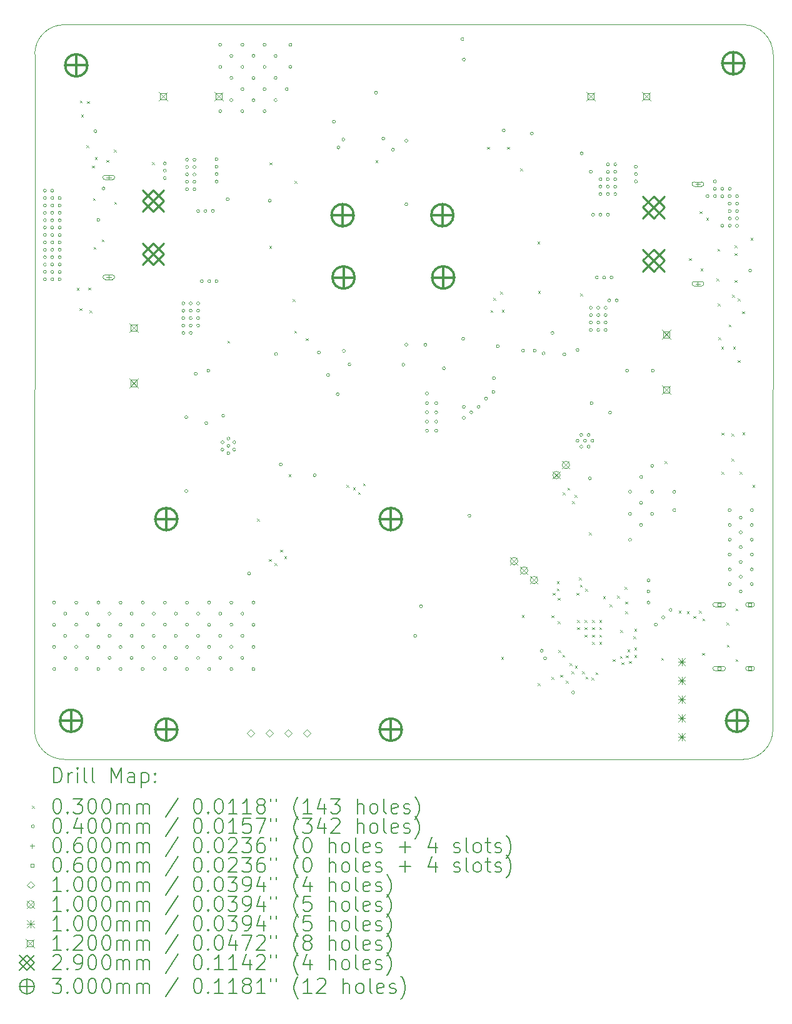
<source format=gbr>
%TF.GenerationSoftware,KiCad,Pcbnew,8.0.6*%
%TF.CreationDate,2025-01-07T14:19:22+11:00*%
%TF.ProjectId,MPPT_V3,4d505054-5f56-4332-9e6b-696361645f70,rev?*%
%TF.SameCoordinates,Original*%
%TF.FileFunction,Drillmap*%
%TF.FilePolarity,Positive*%
%FSLAX45Y45*%
G04 Gerber Fmt 4.5, Leading zero omitted, Abs format (unit mm)*
G04 Created by KiCad (PCBNEW 8.0.6) date 2025-01-07 14:19:22*
%MOMM*%
%LPD*%
G01*
G04 APERTURE LIST*
%ADD10C,0.050000*%
%ADD11C,0.200000*%
%ADD12C,0.100000*%
%ADD13C,0.119999*%
%ADD14C,0.290002*%
%ADD15C,0.300000*%
G04 APERTURE END LIST*
D10*
X17985000Y-14872000D02*
G75*
G02*
X17585000Y-15272000I-399990J-10D01*
G01*
X17585000Y-15272000D02*
X8385000Y-15272000D01*
X8385000Y-15272000D02*
G75*
G02*
X7985000Y-14872000I0J400000D01*
G01*
X8387498Y-5328674D02*
X17587498Y-5328674D01*
X17587498Y-5328674D02*
G75*
G02*
X17987496Y-5728674I-8J-400006D01*
G01*
X7985000Y-14872000D02*
X7987498Y-5728674D01*
X17987498Y-5728674D02*
X17985000Y-14872000D01*
X7987498Y-5728674D02*
G75*
G02*
X8387498Y-5328678I399992J4D01*
G01*
D11*
D12*
X8555000Y-8890000D02*
X8585000Y-8920000D01*
X8585000Y-8890000D02*
X8555000Y-8920000D01*
X8594000Y-9165512D02*
X8624000Y-9195512D01*
X8624000Y-9165512D02*
X8594000Y-9195512D01*
X8600000Y-6355000D02*
X8630000Y-6385000D01*
X8630000Y-6355000D02*
X8600000Y-6385000D01*
X8615000Y-6545000D02*
X8645000Y-6575000D01*
X8645000Y-6545000D02*
X8615000Y-6575000D01*
X8689498Y-6959497D02*
X8719498Y-6989497D01*
X8719498Y-6959497D02*
X8689498Y-6989497D01*
X8695000Y-6365000D02*
X8725000Y-6395000D01*
X8725000Y-6365000D02*
X8695000Y-6395000D01*
X8715000Y-8885000D02*
X8745000Y-8915000D01*
X8745000Y-8885000D02*
X8715000Y-8915000D01*
X8728000Y-9195000D02*
X8758000Y-9225000D01*
X8758000Y-9195000D02*
X8728000Y-9225000D01*
X8765000Y-7235000D02*
X8795000Y-7265000D01*
X8795000Y-7235000D02*
X8765000Y-7265000D01*
X8775000Y-7675000D02*
X8805000Y-7705000D01*
X8805000Y-7675000D02*
X8775000Y-7705000D01*
X8785000Y-8335000D02*
X8815000Y-8365000D01*
X8815000Y-8335000D02*
X8785000Y-8365000D01*
X8800000Y-7120000D02*
X8830000Y-7150000D01*
X8830000Y-7120000D02*
X8800000Y-7150000D01*
X8895000Y-8235000D02*
X8925000Y-8265000D01*
X8925000Y-8235000D02*
X8895000Y-8265000D01*
X8960000Y-7160000D02*
X8990000Y-7190000D01*
X8990000Y-7160000D02*
X8960000Y-7190000D01*
X9060000Y-7020000D02*
X9090000Y-7050000D01*
X9090000Y-7020000D02*
X9060000Y-7050000D01*
X9065000Y-7725000D02*
X9095000Y-7755000D01*
X9095000Y-7725000D02*
X9065000Y-7755000D01*
X9575000Y-7190000D02*
X9605000Y-7220000D01*
X9605000Y-7190000D02*
X9575000Y-7220000D01*
X10595000Y-9605000D02*
X10625000Y-9635000D01*
X10625000Y-9605000D02*
X10595000Y-9635000D01*
X10998000Y-12013000D02*
X11028000Y-12043000D01*
X11028000Y-12013000D02*
X10998000Y-12043000D01*
X11160000Y-12560000D02*
X11190000Y-12590000D01*
X11190000Y-12560000D02*
X11160000Y-12590000D01*
X11165000Y-8325000D02*
X11195000Y-8355000D01*
X11195000Y-8325000D02*
X11165000Y-8355000D01*
X11166000Y-7194000D02*
X11196000Y-7224000D01*
X11196000Y-7194000D02*
X11166000Y-7224000D01*
X11238000Y-12617000D02*
X11268000Y-12647000D01*
X11268000Y-12617000D02*
X11238000Y-12647000D01*
X11310000Y-12435000D02*
X11340000Y-12465000D01*
X11340000Y-12435000D02*
X11310000Y-12465000D01*
X11367000Y-12523000D02*
X11397000Y-12553000D01*
X11397000Y-12523000D02*
X11367000Y-12553000D01*
X11428000Y-11413000D02*
X11458000Y-11443000D01*
X11458000Y-11413000D02*
X11428000Y-11443000D01*
X11481059Y-9041059D02*
X11511059Y-9071059D01*
X11511059Y-9041059D02*
X11481059Y-9071059D01*
X11501059Y-9471059D02*
X11531059Y-9501059D01*
X11531059Y-9471059D02*
X11501059Y-9501059D01*
X11505000Y-7445000D02*
X11535000Y-7475000D01*
X11535000Y-7445000D02*
X11505000Y-7475000D01*
X11661059Y-9571059D02*
X11691059Y-9601059D01*
X11691059Y-9571059D02*
X11661059Y-9601059D01*
X12210000Y-11560000D02*
X12240000Y-11590000D01*
X12240000Y-11560000D02*
X12210000Y-11590000D01*
X12299500Y-11590500D02*
X12329500Y-11620500D01*
X12329500Y-11590500D02*
X12299500Y-11620500D01*
X12366000Y-11656000D02*
X12396000Y-11686000D01*
X12396000Y-11656000D02*
X12366000Y-11686000D01*
X12435000Y-11535000D02*
X12465000Y-11565000D01*
X12465000Y-11535000D02*
X12435000Y-11565000D01*
X12605000Y-7165000D02*
X12635000Y-7195000D01*
X12635000Y-7165000D02*
X12605000Y-7195000D01*
X14115000Y-6980000D02*
X14145000Y-7010000D01*
X14145000Y-6980000D02*
X14115000Y-7010000D01*
X14162500Y-9190000D02*
X14192500Y-9220000D01*
X14192500Y-9190000D02*
X14162500Y-9220000D01*
X14200181Y-9024819D02*
X14230181Y-9054819D01*
X14230181Y-9024819D02*
X14200181Y-9054819D01*
X14292319Y-8940181D02*
X14322319Y-8970181D01*
X14322319Y-8940181D02*
X14292319Y-8970181D01*
X14305000Y-13885000D02*
X14335000Y-13915000D01*
X14335000Y-13885000D02*
X14305000Y-13915000D01*
X14315000Y-9185000D02*
X14345000Y-9215000D01*
X14345000Y-9185000D02*
X14315000Y-9215000D01*
X14385000Y-6980000D02*
X14415000Y-7010000D01*
X14415000Y-6980000D02*
X14385000Y-7010000D01*
X14565000Y-7275000D02*
X14595000Y-7305000D01*
X14595000Y-7275000D02*
X14565000Y-7305000D01*
X14585000Y-13320000D02*
X14615000Y-13350000D01*
X14615000Y-13320000D02*
X14585000Y-13350000D01*
X14795000Y-8265000D02*
X14825000Y-8295000D01*
X14825000Y-8265000D02*
X14795000Y-8295000D01*
X14800000Y-14240000D02*
X14830000Y-14270000D01*
X14830000Y-14240000D02*
X14800000Y-14270000D01*
X14805000Y-8935000D02*
X14835000Y-8965000D01*
X14835000Y-8935000D02*
X14805000Y-8965000D01*
X14986413Y-13323587D02*
X15016413Y-13353587D01*
X15016413Y-13323587D02*
X14986413Y-13353587D01*
X14987154Y-14156706D02*
X15017154Y-14186706D01*
X15017154Y-14156706D02*
X14987154Y-14186706D01*
X15003431Y-13020000D02*
X15033431Y-13050000D01*
X15033431Y-13020000D02*
X15003431Y-13050000D01*
X15060000Y-12860000D02*
X15090000Y-12890000D01*
X15090000Y-12860000D02*
X15060000Y-12890000D01*
X15060000Y-12960000D02*
X15090000Y-12990000D01*
X15090000Y-12960000D02*
X15060000Y-12990000D01*
X15069003Y-13403623D02*
X15099003Y-13433623D01*
X15099003Y-13403623D02*
X15069003Y-13433623D01*
X15073000Y-13085000D02*
X15103000Y-13115000D01*
X15103000Y-13085000D02*
X15073000Y-13115000D01*
X15078000Y-13794000D02*
X15108000Y-13824000D01*
X15108000Y-13794000D02*
X15078000Y-13824000D01*
X15103000Y-14128412D02*
X15133000Y-14158412D01*
X15133000Y-14128412D02*
X15103000Y-14158412D01*
X15135000Y-13855000D02*
X15165000Y-13885000D01*
X15165000Y-13855000D02*
X15135000Y-13885000D01*
X15140000Y-11660000D02*
X15170000Y-11690000D01*
X15170000Y-11660000D02*
X15140000Y-11690000D01*
X15180374Y-14206000D02*
X15210374Y-14236000D01*
X15210374Y-14206000D02*
X15180374Y-14236000D01*
X15201000Y-11596000D02*
X15231000Y-11626000D01*
X15231000Y-11596000D02*
X15201000Y-11626000D01*
X15230000Y-13969000D02*
X15260000Y-13999000D01*
X15260000Y-13969000D02*
X15230000Y-13999000D01*
X15258330Y-14078845D02*
X15288330Y-14108845D01*
X15288330Y-14078845D02*
X15258330Y-14108845D01*
X15264000Y-11776974D02*
X15294000Y-11806974D01*
X15294000Y-11776974D02*
X15264000Y-11806974D01*
X15300926Y-11695000D02*
X15330926Y-11725000D01*
X15330926Y-11695000D02*
X15300926Y-11725000D01*
X15304050Y-14006445D02*
X15334050Y-14036445D01*
X15334050Y-14006445D02*
X15304050Y-14036445D01*
X15324000Y-13019998D02*
X15354000Y-13049998D01*
X15354000Y-13019998D02*
X15324000Y-13049998D01*
X15335000Y-13385000D02*
X15365000Y-13415000D01*
X15365000Y-13385000D02*
X15335000Y-13415000D01*
X15335000Y-13485000D02*
X15365000Y-13515000D01*
X15365000Y-13485000D02*
X15335000Y-13515000D01*
X15360000Y-12810000D02*
X15390000Y-12840000D01*
X15390000Y-12810000D02*
X15360000Y-12840000D01*
X15373500Y-12910000D02*
X15403500Y-12940000D01*
X15403500Y-12910000D02*
X15373500Y-12940000D01*
X15375000Y-8965000D02*
X15405000Y-8995000D01*
X15405000Y-8965000D02*
X15375000Y-8995000D01*
X15403553Y-14080958D02*
X15433553Y-14110958D01*
X15433553Y-14080958D02*
X15403553Y-14110958D01*
X15435000Y-13385000D02*
X15465000Y-13415000D01*
X15465000Y-13385000D02*
X15435000Y-13415000D01*
X15435000Y-13485000D02*
X15465000Y-13515000D01*
X15465000Y-13485000D02*
X15435000Y-13515000D01*
X15435000Y-13585000D02*
X15465000Y-13615000D01*
X15465000Y-13585000D02*
X15435000Y-13615000D01*
X15444000Y-12965000D02*
X15474000Y-12995000D01*
X15474000Y-12965000D02*
X15444000Y-12995000D01*
X15449000Y-14152962D02*
X15479000Y-14182962D01*
X15479000Y-14152962D02*
X15449000Y-14182962D01*
X15494000Y-12200000D02*
X15524000Y-12230000D01*
X15524000Y-12200000D02*
X15494000Y-12230000D01*
X15527673Y-14167474D02*
X15557673Y-14197474D01*
X15557673Y-14167474D02*
X15527673Y-14197474D01*
X15535000Y-13385000D02*
X15565000Y-13415000D01*
X15565000Y-13385000D02*
X15535000Y-13415000D01*
X15535000Y-13485000D02*
X15565000Y-13515000D01*
X15565000Y-13485000D02*
X15535000Y-13515000D01*
X15535000Y-13585000D02*
X15565000Y-13615000D01*
X15565000Y-13585000D02*
X15535000Y-13615000D01*
X15535000Y-13685000D02*
X15565000Y-13715000D01*
X15565000Y-13685000D02*
X15535000Y-13715000D01*
X15585000Y-14095000D02*
X15615000Y-14125000D01*
X15615000Y-14095000D02*
X15585000Y-14125000D01*
X15635000Y-13385000D02*
X15665000Y-13415000D01*
X15665000Y-13385000D02*
X15635000Y-13415000D01*
X15635000Y-13485000D02*
X15665000Y-13515000D01*
X15665000Y-13485000D02*
X15635000Y-13515000D01*
X15635000Y-13585000D02*
X15665000Y-13615000D01*
X15665000Y-13585000D02*
X15635000Y-13615000D01*
X15635000Y-13685000D02*
X15665000Y-13715000D01*
X15665000Y-13685000D02*
X15635000Y-13715000D01*
X15684000Y-13065000D02*
X15714000Y-13095000D01*
X15714000Y-13065000D02*
X15684000Y-13095000D01*
X15774000Y-13174000D02*
X15804000Y-13204000D01*
X15804000Y-13174000D02*
X15774000Y-13204000D01*
X15815000Y-13915000D02*
X15845000Y-13945000D01*
X15845000Y-13915000D02*
X15815000Y-13945000D01*
X15876000Y-13055000D02*
X15906000Y-13085000D01*
X15906000Y-13055000D02*
X15876000Y-13085000D01*
X15915000Y-13875000D02*
X15945000Y-13905000D01*
X15945000Y-13875000D02*
X15915000Y-13905000D01*
X15919000Y-13520000D02*
X15949000Y-13550000D01*
X15949000Y-13520000D02*
X15919000Y-13550000D01*
X15935000Y-13960000D02*
X15965000Y-13990000D01*
X15965000Y-13960000D02*
X15935000Y-13990000D01*
X15979000Y-12938000D02*
X16009000Y-12968000D01*
X16009000Y-12938000D02*
X15979000Y-12968000D01*
X15984073Y-13268073D02*
X16014073Y-13298073D01*
X16014073Y-13268073D02*
X15984073Y-13298073D01*
X15985000Y-13135000D02*
X16015000Y-13165000D01*
X16015000Y-13135000D02*
X15985000Y-13165000D01*
X15995000Y-13865000D02*
X16025000Y-13895000D01*
X16025000Y-13865000D02*
X15995000Y-13895000D01*
X16015000Y-13785000D02*
X16045000Y-13815000D01*
X16045000Y-13785000D02*
X16015000Y-13815000D01*
X16037000Y-13940000D02*
X16067000Y-13970000D01*
X16067000Y-13940000D02*
X16037000Y-13970000D01*
X16095000Y-13605000D02*
X16125000Y-13635000D01*
X16125000Y-13605000D02*
X16095000Y-13635000D01*
X16108000Y-13506000D02*
X16138000Y-13536000D01*
X16138000Y-13506000D02*
X16108000Y-13536000D01*
X16110000Y-13760000D02*
X16140000Y-13790000D01*
X16140000Y-13760000D02*
X16110000Y-13790000D01*
X16110000Y-13860000D02*
X16140000Y-13890000D01*
X16140000Y-13860000D02*
X16110000Y-13890000D01*
X16470500Y-13899500D02*
X16500500Y-13929500D01*
X16500500Y-13899500D02*
X16470500Y-13929500D01*
X16520000Y-11238000D02*
X16550000Y-11268000D01*
X16550000Y-11238000D02*
X16520000Y-11268000D01*
X16710000Y-13260000D02*
X16740000Y-13290000D01*
X16740000Y-13260000D02*
X16710000Y-13290000D01*
X16820000Y-13270000D02*
X16850000Y-13300000D01*
X16850000Y-13270000D02*
X16820000Y-13300000D01*
X16850000Y-8490000D02*
X16880000Y-8520000D01*
X16880000Y-8490000D02*
X16850000Y-8520000D01*
X16910000Y-13330000D02*
X16940000Y-13360000D01*
X16940000Y-13330000D02*
X16910000Y-13360000D01*
X16985000Y-13260000D02*
X17015000Y-13290000D01*
X17015000Y-13260000D02*
X16985000Y-13290000D01*
X16995000Y-7855000D02*
X17025000Y-7885000D01*
X17025000Y-7855000D02*
X16995000Y-7885000D01*
X17005000Y-8630000D02*
X17035000Y-8660000D01*
X17035000Y-8630000D02*
X17005000Y-8660000D01*
X17025000Y-13830000D02*
X17055000Y-13860000D01*
X17055000Y-13830000D02*
X17025000Y-13860000D01*
X17030000Y-13365000D02*
X17060000Y-13395000D01*
X17060000Y-13365000D02*
X17030000Y-13395000D01*
X17083388Y-7943388D02*
X17113388Y-7973388D01*
X17113388Y-7943388D02*
X17083388Y-7973388D01*
X17220000Y-8765000D02*
X17250000Y-8795000D01*
X17250000Y-8765000D02*
X17220000Y-8795000D01*
X17232500Y-8362500D02*
X17262500Y-8392500D01*
X17262500Y-8362500D02*
X17232500Y-8392500D01*
X17237500Y-9100992D02*
X17267500Y-9130992D01*
X17267500Y-9100992D02*
X17237500Y-9130992D01*
X17247500Y-9560000D02*
X17277500Y-9590000D01*
X17277500Y-9560000D02*
X17247500Y-9590000D01*
X17285000Y-9685000D02*
X17315000Y-9715000D01*
X17315000Y-9685000D02*
X17285000Y-9715000D01*
X17289000Y-11379000D02*
X17319000Y-11409000D01*
X17319000Y-11379000D02*
X17289000Y-11409000D01*
X17290000Y-10849000D02*
X17320000Y-10879000D01*
X17320000Y-10849000D02*
X17290000Y-10879000D01*
X17355000Y-13420000D02*
X17385000Y-13450000D01*
X17385000Y-13420000D02*
X17355000Y-13450000D01*
X17360000Y-13720000D02*
X17390000Y-13750000D01*
X17390000Y-13720000D02*
X17360000Y-13750000D01*
X17385000Y-9385000D02*
X17415000Y-9415000D01*
X17415000Y-9385000D02*
X17385000Y-9415000D01*
X17426000Y-10865000D02*
X17456000Y-10895000D01*
X17456000Y-10865000D02*
X17426000Y-10895000D01*
X17426000Y-11203000D02*
X17456000Y-11233000D01*
X17456000Y-11203000D02*
X17426000Y-11233000D01*
X17435000Y-8985000D02*
X17465000Y-9015000D01*
X17465000Y-8985000D02*
X17435000Y-9015000D01*
X17445000Y-9685000D02*
X17475000Y-9715000D01*
X17475000Y-9685000D02*
X17445000Y-9715000D01*
X17465000Y-8315000D02*
X17495000Y-8345000D01*
X17495000Y-8315000D02*
X17465000Y-8345000D01*
X17465000Y-8420000D02*
X17495000Y-8450000D01*
X17495000Y-8420000D02*
X17465000Y-8450000D01*
X17465000Y-8785000D02*
X17495000Y-8815000D01*
X17495000Y-8785000D02*
X17465000Y-8815000D01*
X17480000Y-13230000D02*
X17510000Y-13260000D01*
X17510000Y-13230000D02*
X17480000Y-13260000D01*
X17480000Y-13915000D02*
X17510000Y-13945000D01*
X17510000Y-13915000D02*
X17480000Y-13945000D01*
X17510000Y-9035000D02*
X17540000Y-9065000D01*
X17540000Y-9035000D02*
X17510000Y-9065000D01*
X17510000Y-9870000D02*
X17540000Y-9900000D01*
X17540000Y-9870000D02*
X17510000Y-9900000D01*
X17537000Y-11379000D02*
X17567000Y-11409000D01*
X17567000Y-11379000D02*
X17537000Y-11409000D01*
X17570000Y-9209000D02*
X17600000Y-9239000D01*
X17600000Y-9209000D02*
X17570000Y-9239000D01*
X17572500Y-10848000D02*
X17602500Y-10878000D01*
X17602500Y-10848000D02*
X17572500Y-10878000D01*
X17685000Y-8215000D02*
X17715000Y-8245000D01*
X17715000Y-8215000D02*
X17685000Y-8245000D01*
X17710000Y-11556000D02*
X17740000Y-11586000D01*
X17740000Y-11556000D02*
X17710000Y-11586000D01*
X8145000Y-7575000D02*
G75*
G02*
X8105000Y-7575000I-20000J0D01*
G01*
X8105000Y-7575000D02*
G75*
G02*
X8145000Y-7575000I20000J0D01*
G01*
X8145000Y-7675000D02*
G75*
G02*
X8105000Y-7675000I-20000J0D01*
G01*
X8105000Y-7675000D02*
G75*
G02*
X8145000Y-7675000I20000J0D01*
G01*
X8145000Y-7775000D02*
G75*
G02*
X8105000Y-7775000I-20000J0D01*
G01*
X8105000Y-7775000D02*
G75*
G02*
X8145000Y-7775000I20000J0D01*
G01*
X8145000Y-7875000D02*
G75*
G02*
X8105000Y-7875000I-20000J0D01*
G01*
X8105000Y-7875000D02*
G75*
G02*
X8145000Y-7875000I20000J0D01*
G01*
X8145000Y-7975000D02*
G75*
G02*
X8105000Y-7975000I-20000J0D01*
G01*
X8105000Y-7975000D02*
G75*
G02*
X8145000Y-7975000I20000J0D01*
G01*
X8145000Y-8075000D02*
G75*
G02*
X8105000Y-8075000I-20000J0D01*
G01*
X8105000Y-8075000D02*
G75*
G02*
X8145000Y-8075000I20000J0D01*
G01*
X8145000Y-8175000D02*
G75*
G02*
X8105000Y-8175000I-20000J0D01*
G01*
X8105000Y-8175000D02*
G75*
G02*
X8145000Y-8175000I20000J0D01*
G01*
X8145000Y-8275000D02*
G75*
G02*
X8105000Y-8275000I-20000J0D01*
G01*
X8105000Y-8275000D02*
G75*
G02*
X8145000Y-8275000I20000J0D01*
G01*
X8145000Y-8375000D02*
G75*
G02*
X8105000Y-8375000I-20000J0D01*
G01*
X8105000Y-8375000D02*
G75*
G02*
X8145000Y-8375000I20000J0D01*
G01*
X8145000Y-8475000D02*
G75*
G02*
X8105000Y-8475000I-20000J0D01*
G01*
X8105000Y-8475000D02*
G75*
G02*
X8145000Y-8475000I20000J0D01*
G01*
X8145000Y-8575000D02*
G75*
G02*
X8105000Y-8575000I-20000J0D01*
G01*
X8105000Y-8575000D02*
G75*
G02*
X8145000Y-8575000I20000J0D01*
G01*
X8145000Y-8675000D02*
G75*
G02*
X8105000Y-8675000I-20000J0D01*
G01*
X8105000Y-8675000D02*
G75*
G02*
X8145000Y-8675000I20000J0D01*
G01*
X8145000Y-8775000D02*
G75*
G02*
X8105000Y-8775000I-20000J0D01*
G01*
X8105000Y-8775000D02*
G75*
G02*
X8145000Y-8775000I20000J0D01*
G01*
X8245000Y-7575000D02*
G75*
G02*
X8205000Y-7575000I-20000J0D01*
G01*
X8205000Y-7575000D02*
G75*
G02*
X8245000Y-7575000I20000J0D01*
G01*
X8245000Y-7675000D02*
G75*
G02*
X8205000Y-7675000I-20000J0D01*
G01*
X8205000Y-7675000D02*
G75*
G02*
X8245000Y-7675000I20000J0D01*
G01*
X8245000Y-7775000D02*
G75*
G02*
X8205000Y-7775000I-20000J0D01*
G01*
X8205000Y-7775000D02*
G75*
G02*
X8245000Y-7775000I20000J0D01*
G01*
X8245000Y-7875000D02*
G75*
G02*
X8205000Y-7875000I-20000J0D01*
G01*
X8205000Y-7875000D02*
G75*
G02*
X8245000Y-7875000I20000J0D01*
G01*
X8245000Y-7975000D02*
G75*
G02*
X8205000Y-7975000I-20000J0D01*
G01*
X8205000Y-7975000D02*
G75*
G02*
X8245000Y-7975000I20000J0D01*
G01*
X8245000Y-8075000D02*
G75*
G02*
X8205000Y-8075000I-20000J0D01*
G01*
X8205000Y-8075000D02*
G75*
G02*
X8245000Y-8075000I20000J0D01*
G01*
X8245000Y-8175000D02*
G75*
G02*
X8205000Y-8175000I-20000J0D01*
G01*
X8205000Y-8175000D02*
G75*
G02*
X8245000Y-8175000I20000J0D01*
G01*
X8245000Y-8275000D02*
G75*
G02*
X8205000Y-8275000I-20000J0D01*
G01*
X8205000Y-8275000D02*
G75*
G02*
X8245000Y-8275000I20000J0D01*
G01*
X8245000Y-8375000D02*
G75*
G02*
X8205000Y-8375000I-20000J0D01*
G01*
X8205000Y-8375000D02*
G75*
G02*
X8245000Y-8375000I20000J0D01*
G01*
X8245000Y-8475000D02*
G75*
G02*
X8205000Y-8475000I-20000J0D01*
G01*
X8205000Y-8475000D02*
G75*
G02*
X8245000Y-8475000I20000J0D01*
G01*
X8245000Y-8575000D02*
G75*
G02*
X8205000Y-8575000I-20000J0D01*
G01*
X8205000Y-8575000D02*
G75*
G02*
X8245000Y-8575000I20000J0D01*
G01*
X8245000Y-8675000D02*
G75*
G02*
X8205000Y-8675000I-20000J0D01*
G01*
X8205000Y-8675000D02*
G75*
G02*
X8245000Y-8675000I20000J0D01*
G01*
X8245000Y-8775000D02*
G75*
G02*
X8205000Y-8775000I-20000J0D01*
G01*
X8205000Y-8775000D02*
G75*
G02*
X8245000Y-8775000I20000J0D01*
G01*
X8270000Y-13150000D02*
G75*
G02*
X8230000Y-13150000I-20000J0D01*
G01*
X8230000Y-13150000D02*
G75*
G02*
X8270000Y-13150000I20000J0D01*
G01*
X8270000Y-13450000D02*
G75*
G02*
X8230000Y-13450000I-20000J0D01*
G01*
X8230000Y-13450000D02*
G75*
G02*
X8270000Y-13450000I20000J0D01*
G01*
X8270000Y-13750000D02*
G75*
G02*
X8230000Y-13750000I-20000J0D01*
G01*
X8230000Y-13750000D02*
G75*
G02*
X8270000Y-13750000I20000J0D01*
G01*
X8270000Y-14050000D02*
G75*
G02*
X8230000Y-14050000I-20000J0D01*
G01*
X8230000Y-14050000D02*
G75*
G02*
X8270000Y-14050000I20000J0D01*
G01*
X8345000Y-7675000D02*
G75*
G02*
X8305000Y-7675000I-20000J0D01*
G01*
X8305000Y-7675000D02*
G75*
G02*
X8345000Y-7675000I20000J0D01*
G01*
X8345000Y-7775000D02*
G75*
G02*
X8305000Y-7775000I-20000J0D01*
G01*
X8305000Y-7775000D02*
G75*
G02*
X8345000Y-7775000I20000J0D01*
G01*
X8345000Y-7875000D02*
G75*
G02*
X8305000Y-7875000I-20000J0D01*
G01*
X8305000Y-7875000D02*
G75*
G02*
X8345000Y-7875000I20000J0D01*
G01*
X8345000Y-7975000D02*
G75*
G02*
X8305000Y-7975000I-20000J0D01*
G01*
X8305000Y-7975000D02*
G75*
G02*
X8345000Y-7975000I20000J0D01*
G01*
X8345000Y-8075000D02*
G75*
G02*
X8305000Y-8075000I-20000J0D01*
G01*
X8305000Y-8075000D02*
G75*
G02*
X8345000Y-8075000I20000J0D01*
G01*
X8345000Y-8175000D02*
G75*
G02*
X8305000Y-8175000I-20000J0D01*
G01*
X8305000Y-8175000D02*
G75*
G02*
X8345000Y-8175000I20000J0D01*
G01*
X8345000Y-8275000D02*
G75*
G02*
X8305000Y-8275000I-20000J0D01*
G01*
X8305000Y-8275000D02*
G75*
G02*
X8345000Y-8275000I20000J0D01*
G01*
X8345000Y-8375000D02*
G75*
G02*
X8305000Y-8375000I-20000J0D01*
G01*
X8305000Y-8375000D02*
G75*
G02*
X8345000Y-8375000I20000J0D01*
G01*
X8345000Y-8475000D02*
G75*
G02*
X8305000Y-8475000I-20000J0D01*
G01*
X8305000Y-8475000D02*
G75*
G02*
X8345000Y-8475000I20000J0D01*
G01*
X8345000Y-8575000D02*
G75*
G02*
X8305000Y-8575000I-20000J0D01*
G01*
X8305000Y-8575000D02*
G75*
G02*
X8345000Y-8575000I20000J0D01*
G01*
X8345000Y-8675000D02*
G75*
G02*
X8305000Y-8675000I-20000J0D01*
G01*
X8305000Y-8675000D02*
G75*
G02*
X8345000Y-8675000I20000J0D01*
G01*
X8345000Y-8775000D02*
G75*
G02*
X8305000Y-8775000I-20000J0D01*
G01*
X8305000Y-8775000D02*
G75*
G02*
X8345000Y-8775000I20000J0D01*
G01*
X8420000Y-13300000D02*
G75*
G02*
X8380000Y-13300000I-20000J0D01*
G01*
X8380000Y-13300000D02*
G75*
G02*
X8420000Y-13300000I20000J0D01*
G01*
X8420000Y-13600000D02*
G75*
G02*
X8380000Y-13600000I-20000J0D01*
G01*
X8380000Y-13600000D02*
G75*
G02*
X8420000Y-13600000I20000J0D01*
G01*
X8420000Y-13900000D02*
G75*
G02*
X8380000Y-13900000I-20000J0D01*
G01*
X8380000Y-13900000D02*
G75*
G02*
X8420000Y-13900000I20000J0D01*
G01*
X8570000Y-13150000D02*
G75*
G02*
X8530000Y-13150000I-20000J0D01*
G01*
X8530000Y-13150000D02*
G75*
G02*
X8570000Y-13150000I20000J0D01*
G01*
X8570000Y-13450000D02*
G75*
G02*
X8530000Y-13450000I-20000J0D01*
G01*
X8530000Y-13450000D02*
G75*
G02*
X8570000Y-13450000I20000J0D01*
G01*
X8570000Y-13750000D02*
G75*
G02*
X8530000Y-13750000I-20000J0D01*
G01*
X8530000Y-13750000D02*
G75*
G02*
X8570000Y-13750000I20000J0D01*
G01*
X8570000Y-14050000D02*
G75*
G02*
X8530000Y-14050000I-20000J0D01*
G01*
X8530000Y-14050000D02*
G75*
G02*
X8570000Y-14050000I20000J0D01*
G01*
X8720000Y-13300000D02*
G75*
G02*
X8680000Y-13300000I-20000J0D01*
G01*
X8680000Y-13300000D02*
G75*
G02*
X8720000Y-13300000I20000J0D01*
G01*
X8720000Y-13600000D02*
G75*
G02*
X8680000Y-13600000I-20000J0D01*
G01*
X8680000Y-13600000D02*
G75*
G02*
X8720000Y-13600000I20000J0D01*
G01*
X8720000Y-13900000D02*
G75*
G02*
X8680000Y-13900000I-20000J0D01*
G01*
X8680000Y-13900000D02*
G75*
G02*
X8720000Y-13900000I20000J0D01*
G01*
X8830000Y-6770000D02*
G75*
G02*
X8790000Y-6770000I-20000J0D01*
G01*
X8790000Y-6770000D02*
G75*
G02*
X8830000Y-6770000I20000J0D01*
G01*
X8870000Y-7970000D02*
G75*
G02*
X8830000Y-7970000I-20000J0D01*
G01*
X8830000Y-7970000D02*
G75*
G02*
X8870000Y-7970000I20000J0D01*
G01*
X8870000Y-13150000D02*
G75*
G02*
X8830000Y-13150000I-20000J0D01*
G01*
X8830000Y-13150000D02*
G75*
G02*
X8870000Y-13150000I20000J0D01*
G01*
X8870000Y-13450000D02*
G75*
G02*
X8830000Y-13450000I-20000J0D01*
G01*
X8830000Y-13450000D02*
G75*
G02*
X8870000Y-13450000I20000J0D01*
G01*
X8870000Y-13750000D02*
G75*
G02*
X8830000Y-13750000I-20000J0D01*
G01*
X8830000Y-13750000D02*
G75*
G02*
X8870000Y-13750000I20000J0D01*
G01*
X8870000Y-14050000D02*
G75*
G02*
X8830000Y-14050000I-20000J0D01*
G01*
X8830000Y-14050000D02*
G75*
G02*
X8870000Y-14050000I20000J0D01*
G01*
X8940000Y-7545000D02*
G75*
G02*
X8900000Y-7545000I-20000J0D01*
G01*
X8900000Y-7545000D02*
G75*
G02*
X8940000Y-7545000I20000J0D01*
G01*
X9020000Y-13300000D02*
G75*
G02*
X8980000Y-13300000I-20000J0D01*
G01*
X8980000Y-13300000D02*
G75*
G02*
X9020000Y-13300000I20000J0D01*
G01*
X9020000Y-13600000D02*
G75*
G02*
X8980000Y-13600000I-20000J0D01*
G01*
X8980000Y-13600000D02*
G75*
G02*
X9020000Y-13600000I20000J0D01*
G01*
X9020000Y-13900000D02*
G75*
G02*
X8980000Y-13900000I-20000J0D01*
G01*
X8980000Y-13900000D02*
G75*
G02*
X9020000Y-13900000I20000J0D01*
G01*
X9170000Y-13150000D02*
G75*
G02*
X9130000Y-13150000I-20000J0D01*
G01*
X9130000Y-13150000D02*
G75*
G02*
X9170000Y-13150000I20000J0D01*
G01*
X9170000Y-13450000D02*
G75*
G02*
X9130000Y-13450000I-20000J0D01*
G01*
X9130000Y-13450000D02*
G75*
G02*
X9170000Y-13450000I20000J0D01*
G01*
X9170000Y-13750000D02*
G75*
G02*
X9130000Y-13750000I-20000J0D01*
G01*
X9130000Y-13750000D02*
G75*
G02*
X9170000Y-13750000I20000J0D01*
G01*
X9170000Y-14050000D02*
G75*
G02*
X9130000Y-14050000I-20000J0D01*
G01*
X9130000Y-14050000D02*
G75*
G02*
X9170000Y-14050000I20000J0D01*
G01*
X9320000Y-13300000D02*
G75*
G02*
X9280000Y-13300000I-20000J0D01*
G01*
X9280000Y-13300000D02*
G75*
G02*
X9320000Y-13300000I20000J0D01*
G01*
X9320000Y-13600000D02*
G75*
G02*
X9280000Y-13600000I-20000J0D01*
G01*
X9280000Y-13600000D02*
G75*
G02*
X9320000Y-13600000I20000J0D01*
G01*
X9320000Y-13900000D02*
G75*
G02*
X9280000Y-13900000I-20000J0D01*
G01*
X9280000Y-13900000D02*
G75*
G02*
X9320000Y-13900000I20000J0D01*
G01*
X9470000Y-13150000D02*
G75*
G02*
X9430000Y-13150000I-20000J0D01*
G01*
X9430000Y-13150000D02*
G75*
G02*
X9470000Y-13150000I20000J0D01*
G01*
X9470000Y-13450000D02*
G75*
G02*
X9430000Y-13450000I-20000J0D01*
G01*
X9430000Y-13450000D02*
G75*
G02*
X9470000Y-13450000I20000J0D01*
G01*
X9470000Y-13750000D02*
G75*
G02*
X9430000Y-13750000I-20000J0D01*
G01*
X9430000Y-13750000D02*
G75*
G02*
X9470000Y-13750000I20000J0D01*
G01*
X9470000Y-14050000D02*
G75*
G02*
X9430000Y-14050000I-20000J0D01*
G01*
X9430000Y-14050000D02*
G75*
G02*
X9470000Y-14050000I20000J0D01*
G01*
X9620000Y-13300000D02*
G75*
G02*
X9580000Y-13300000I-20000J0D01*
G01*
X9580000Y-13300000D02*
G75*
G02*
X9620000Y-13300000I20000J0D01*
G01*
X9620000Y-13600000D02*
G75*
G02*
X9580000Y-13600000I-20000J0D01*
G01*
X9580000Y-13600000D02*
G75*
G02*
X9620000Y-13600000I20000J0D01*
G01*
X9620000Y-13900000D02*
G75*
G02*
X9580000Y-13900000I-20000J0D01*
G01*
X9580000Y-13900000D02*
G75*
G02*
X9620000Y-13900000I20000J0D01*
G01*
X9770000Y-7205000D02*
G75*
G02*
X9730000Y-7205000I-20000J0D01*
G01*
X9730000Y-7205000D02*
G75*
G02*
X9770000Y-7205000I20000J0D01*
G01*
X9770000Y-7305000D02*
G75*
G02*
X9730000Y-7305000I-20000J0D01*
G01*
X9730000Y-7305000D02*
G75*
G02*
X9770000Y-7305000I20000J0D01*
G01*
X9770000Y-7405000D02*
G75*
G02*
X9730000Y-7405000I-20000J0D01*
G01*
X9730000Y-7405000D02*
G75*
G02*
X9770000Y-7405000I20000J0D01*
G01*
X9770000Y-13150000D02*
G75*
G02*
X9730000Y-13150000I-20000J0D01*
G01*
X9730000Y-13150000D02*
G75*
G02*
X9770000Y-13150000I20000J0D01*
G01*
X9770000Y-13450000D02*
G75*
G02*
X9730000Y-13450000I-20000J0D01*
G01*
X9730000Y-13450000D02*
G75*
G02*
X9770000Y-13450000I20000J0D01*
G01*
X9770000Y-13750000D02*
G75*
G02*
X9730000Y-13750000I-20000J0D01*
G01*
X9730000Y-13750000D02*
G75*
G02*
X9770000Y-13750000I20000J0D01*
G01*
X9770000Y-14050000D02*
G75*
G02*
X9730000Y-14050000I-20000J0D01*
G01*
X9730000Y-14050000D02*
G75*
G02*
X9770000Y-14050000I20000J0D01*
G01*
X9920000Y-13300000D02*
G75*
G02*
X9880000Y-13300000I-20000J0D01*
G01*
X9880000Y-13300000D02*
G75*
G02*
X9920000Y-13300000I20000J0D01*
G01*
X9920000Y-13600000D02*
G75*
G02*
X9880000Y-13600000I-20000J0D01*
G01*
X9880000Y-13600000D02*
G75*
G02*
X9920000Y-13600000I20000J0D01*
G01*
X9920000Y-13900000D02*
G75*
G02*
X9880000Y-13900000I-20000J0D01*
G01*
X9880000Y-13900000D02*
G75*
G02*
X9920000Y-13900000I20000J0D01*
G01*
X10020000Y-9100000D02*
G75*
G02*
X9980000Y-9100000I-20000J0D01*
G01*
X9980000Y-9100000D02*
G75*
G02*
X10020000Y-9100000I20000J0D01*
G01*
X10020000Y-9200000D02*
G75*
G02*
X9980000Y-9200000I-20000J0D01*
G01*
X9980000Y-9200000D02*
G75*
G02*
X10020000Y-9200000I20000J0D01*
G01*
X10020000Y-9300000D02*
G75*
G02*
X9980000Y-9300000I-20000J0D01*
G01*
X9980000Y-9300000D02*
G75*
G02*
X10020000Y-9300000I20000J0D01*
G01*
X10020000Y-9400000D02*
G75*
G02*
X9980000Y-9400000I-20000J0D01*
G01*
X9980000Y-9400000D02*
G75*
G02*
X10020000Y-9400000I20000J0D01*
G01*
X10020000Y-9500000D02*
G75*
G02*
X9980000Y-9500000I-20000J0D01*
G01*
X9980000Y-9500000D02*
G75*
G02*
X10020000Y-9500000I20000J0D01*
G01*
X10060000Y-10640000D02*
G75*
G02*
X10020000Y-10640000I-20000J0D01*
G01*
X10020000Y-10640000D02*
G75*
G02*
X10060000Y-10640000I20000J0D01*
G01*
X10060000Y-11640000D02*
G75*
G02*
X10020000Y-11640000I-20000J0D01*
G01*
X10020000Y-11640000D02*
G75*
G02*
X10060000Y-11640000I20000J0D01*
G01*
X10070000Y-7155000D02*
G75*
G02*
X10030000Y-7155000I-20000J0D01*
G01*
X10030000Y-7155000D02*
G75*
G02*
X10070000Y-7155000I20000J0D01*
G01*
X10070000Y-7255000D02*
G75*
G02*
X10030000Y-7255000I-20000J0D01*
G01*
X10030000Y-7255000D02*
G75*
G02*
X10070000Y-7255000I20000J0D01*
G01*
X10070000Y-7355000D02*
G75*
G02*
X10030000Y-7355000I-20000J0D01*
G01*
X10030000Y-7355000D02*
G75*
G02*
X10070000Y-7355000I20000J0D01*
G01*
X10070000Y-7455000D02*
G75*
G02*
X10030000Y-7455000I-20000J0D01*
G01*
X10030000Y-7455000D02*
G75*
G02*
X10070000Y-7455000I20000J0D01*
G01*
X10070000Y-7555000D02*
G75*
G02*
X10030000Y-7555000I-20000J0D01*
G01*
X10030000Y-7555000D02*
G75*
G02*
X10070000Y-7555000I20000J0D01*
G01*
X10070000Y-13150000D02*
G75*
G02*
X10030000Y-13150000I-20000J0D01*
G01*
X10030000Y-13150000D02*
G75*
G02*
X10070000Y-13150000I20000J0D01*
G01*
X10070000Y-13450000D02*
G75*
G02*
X10030000Y-13450000I-20000J0D01*
G01*
X10030000Y-13450000D02*
G75*
G02*
X10070000Y-13450000I20000J0D01*
G01*
X10070000Y-13750000D02*
G75*
G02*
X10030000Y-13750000I-20000J0D01*
G01*
X10030000Y-13750000D02*
G75*
G02*
X10070000Y-13750000I20000J0D01*
G01*
X10070000Y-14050000D02*
G75*
G02*
X10030000Y-14050000I-20000J0D01*
G01*
X10030000Y-14050000D02*
G75*
G02*
X10070000Y-14050000I20000J0D01*
G01*
X10120000Y-9100000D02*
G75*
G02*
X10080000Y-9100000I-20000J0D01*
G01*
X10080000Y-9100000D02*
G75*
G02*
X10120000Y-9100000I20000J0D01*
G01*
X10120000Y-9200000D02*
G75*
G02*
X10080000Y-9200000I-20000J0D01*
G01*
X10080000Y-9200000D02*
G75*
G02*
X10120000Y-9200000I20000J0D01*
G01*
X10120000Y-9300000D02*
G75*
G02*
X10080000Y-9300000I-20000J0D01*
G01*
X10080000Y-9300000D02*
G75*
G02*
X10120000Y-9300000I20000J0D01*
G01*
X10120000Y-9400000D02*
G75*
G02*
X10080000Y-9400000I-20000J0D01*
G01*
X10080000Y-9400000D02*
G75*
G02*
X10120000Y-9400000I20000J0D01*
G01*
X10120000Y-9500000D02*
G75*
G02*
X10080000Y-9500000I-20000J0D01*
G01*
X10080000Y-9500000D02*
G75*
G02*
X10120000Y-9500000I20000J0D01*
G01*
X10170000Y-7155000D02*
G75*
G02*
X10130000Y-7155000I-20000J0D01*
G01*
X10130000Y-7155000D02*
G75*
G02*
X10170000Y-7155000I20000J0D01*
G01*
X10170000Y-7255000D02*
G75*
G02*
X10130000Y-7255000I-20000J0D01*
G01*
X10130000Y-7255000D02*
G75*
G02*
X10170000Y-7255000I20000J0D01*
G01*
X10170000Y-7355000D02*
G75*
G02*
X10130000Y-7355000I-20000J0D01*
G01*
X10130000Y-7355000D02*
G75*
G02*
X10170000Y-7355000I20000J0D01*
G01*
X10170000Y-7455000D02*
G75*
G02*
X10130000Y-7455000I-20000J0D01*
G01*
X10130000Y-7455000D02*
G75*
G02*
X10170000Y-7455000I20000J0D01*
G01*
X10170000Y-7555000D02*
G75*
G02*
X10130000Y-7555000I-20000J0D01*
G01*
X10130000Y-7555000D02*
G75*
G02*
X10170000Y-7555000I20000J0D01*
G01*
X10190000Y-10052721D02*
G75*
G02*
X10150000Y-10052721I-20000J0D01*
G01*
X10150000Y-10052721D02*
G75*
G02*
X10190000Y-10052721I20000J0D01*
G01*
X10220000Y-7850000D02*
G75*
G02*
X10180000Y-7850000I-20000J0D01*
G01*
X10180000Y-7850000D02*
G75*
G02*
X10220000Y-7850000I20000J0D01*
G01*
X10220000Y-9100000D02*
G75*
G02*
X10180000Y-9100000I-20000J0D01*
G01*
X10180000Y-9100000D02*
G75*
G02*
X10220000Y-9100000I20000J0D01*
G01*
X10220000Y-9200000D02*
G75*
G02*
X10180000Y-9200000I-20000J0D01*
G01*
X10180000Y-9200000D02*
G75*
G02*
X10220000Y-9200000I20000J0D01*
G01*
X10220000Y-9300000D02*
G75*
G02*
X10180000Y-9300000I-20000J0D01*
G01*
X10180000Y-9300000D02*
G75*
G02*
X10220000Y-9300000I20000J0D01*
G01*
X10220000Y-9400000D02*
G75*
G02*
X10180000Y-9400000I-20000J0D01*
G01*
X10180000Y-9400000D02*
G75*
G02*
X10220000Y-9400000I20000J0D01*
G01*
X10220000Y-13300000D02*
G75*
G02*
X10180000Y-13300000I-20000J0D01*
G01*
X10180000Y-13300000D02*
G75*
G02*
X10220000Y-13300000I20000J0D01*
G01*
X10220000Y-13600000D02*
G75*
G02*
X10180000Y-13600000I-20000J0D01*
G01*
X10180000Y-13600000D02*
G75*
G02*
X10220000Y-13600000I20000J0D01*
G01*
X10220000Y-13900000D02*
G75*
G02*
X10180000Y-13900000I-20000J0D01*
G01*
X10180000Y-13900000D02*
G75*
G02*
X10220000Y-13900000I20000J0D01*
G01*
X10270000Y-8800000D02*
G75*
G02*
X10230000Y-8800000I-20000J0D01*
G01*
X10230000Y-8800000D02*
G75*
G02*
X10270000Y-8800000I20000J0D01*
G01*
X10320000Y-7850000D02*
G75*
G02*
X10280000Y-7850000I-20000J0D01*
G01*
X10280000Y-7850000D02*
G75*
G02*
X10320000Y-7850000I20000J0D01*
G01*
X10330000Y-10720000D02*
G75*
G02*
X10290000Y-10720000I-20000J0D01*
G01*
X10290000Y-10720000D02*
G75*
G02*
X10330000Y-10720000I20000J0D01*
G01*
X10360000Y-10010000D02*
G75*
G02*
X10320000Y-10010000I-20000J0D01*
G01*
X10320000Y-10010000D02*
G75*
G02*
X10360000Y-10010000I20000J0D01*
G01*
X10370000Y-8800000D02*
G75*
G02*
X10330000Y-8800000I-20000J0D01*
G01*
X10330000Y-8800000D02*
G75*
G02*
X10370000Y-8800000I20000J0D01*
G01*
X10370000Y-13150000D02*
G75*
G02*
X10330000Y-13150000I-20000J0D01*
G01*
X10330000Y-13150000D02*
G75*
G02*
X10370000Y-13150000I20000J0D01*
G01*
X10370000Y-13450000D02*
G75*
G02*
X10330000Y-13450000I-20000J0D01*
G01*
X10330000Y-13450000D02*
G75*
G02*
X10370000Y-13450000I20000J0D01*
G01*
X10370000Y-13750000D02*
G75*
G02*
X10330000Y-13750000I-20000J0D01*
G01*
X10330000Y-13750000D02*
G75*
G02*
X10370000Y-13750000I20000J0D01*
G01*
X10370000Y-14050000D02*
G75*
G02*
X10330000Y-14050000I-20000J0D01*
G01*
X10330000Y-14050000D02*
G75*
G02*
X10370000Y-14050000I20000J0D01*
G01*
X10420000Y-7850000D02*
G75*
G02*
X10380000Y-7850000I-20000J0D01*
G01*
X10380000Y-7850000D02*
G75*
G02*
X10420000Y-7850000I20000J0D01*
G01*
X10470000Y-7150000D02*
G75*
G02*
X10430000Y-7150000I-20000J0D01*
G01*
X10430000Y-7150000D02*
G75*
G02*
X10470000Y-7150000I20000J0D01*
G01*
X10470000Y-7250000D02*
G75*
G02*
X10430000Y-7250000I-20000J0D01*
G01*
X10430000Y-7250000D02*
G75*
G02*
X10470000Y-7250000I20000J0D01*
G01*
X10470000Y-7350000D02*
G75*
G02*
X10430000Y-7350000I-20000J0D01*
G01*
X10430000Y-7350000D02*
G75*
G02*
X10470000Y-7350000I20000J0D01*
G01*
X10470000Y-7450000D02*
G75*
G02*
X10430000Y-7450000I-20000J0D01*
G01*
X10430000Y-7450000D02*
G75*
G02*
X10470000Y-7450000I20000J0D01*
G01*
X10470000Y-8800000D02*
G75*
G02*
X10430000Y-8800000I-20000J0D01*
G01*
X10430000Y-8800000D02*
G75*
G02*
X10470000Y-8800000I20000J0D01*
G01*
X10520000Y-5600000D02*
G75*
G02*
X10480000Y-5600000I-20000J0D01*
G01*
X10480000Y-5600000D02*
G75*
G02*
X10520000Y-5600000I20000J0D01*
G01*
X10520000Y-5900000D02*
G75*
G02*
X10480000Y-5900000I-20000J0D01*
G01*
X10480000Y-5900000D02*
G75*
G02*
X10520000Y-5900000I20000J0D01*
G01*
X10520000Y-6500000D02*
G75*
G02*
X10480000Y-6500000I-20000J0D01*
G01*
X10480000Y-6500000D02*
G75*
G02*
X10520000Y-6500000I20000J0D01*
G01*
X10520000Y-13300000D02*
G75*
G02*
X10480000Y-13300000I-20000J0D01*
G01*
X10480000Y-13300000D02*
G75*
G02*
X10520000Y-13300000I20000J0D01*
G01*
X10520000Y-13600000D02*
G75*
G02*
X10480000Y-13600000I-20000J0D01*
G01*
X10480000Y-13600000D02*
G75*
G02*
X10520000Y-13600000I20000J0D01*
G01*
X10520000Y-13900000D02*
G75*
G02*
X10480000Y-13900000I-20000J0D01*
G01*
X10480000Y-13900000D02*
G75*
G02*
X10520000Y-13900000I20000J0D01*
G01*
X10550000Y-10980000D02*
G75*
G02*
X10510000Y-10980000I-20000J0D01*
G01*
X10510000Y-10980000D02*
G75*
G02*
X10550000Y-10980000I20000J0D01*
G01*
X10550000Y-11080000D02*
G75*
G02*
X10510000Y-11080000I-20000J0D01*
G01*
X10510000Y-11080000D02*
G75*
G02*
X10550000Y-11080000I20000J0D01*
G01*
X10560000Y-10620000D02*
G75*
G02*
X10520000Y-10620000I-20000J0D01*
G01*
X10520000Y-10620000D02*
G75*
G02*
X10560000Y-10620000I20000J0D01*
G01*
X10620000Y-7690000D02*
G75*
G02*
X10580000Y-7690000I-20000J0D01*
G01*
X10580000Y-7690000D02*
G75*
G02*
X10620000Y-7690000I20000J0D01*
G01*
X10630000Y-10930000D02*
G75*
G02*
X10590000Y-10930000I-20000J0D01*
G01*
X10590000Y-10930000D02*
G75*
G02*
X10630000Y-10930000I20000J0D01*
G01*
X10630000Y-11030000D02*
G75*
G02*
X10590000Y-11030000I-20000J0D01*
G01*
X10590000Y-11030000D02*
G75*
G02*
X10630000Y-11030000I20000J0D01*
G01*
X10630000Y-11130000D02*
G75*
G02*
X10590000Y-11130000I-20000J0D01*
G01*
X10590000Y-11130000D02*
G75*
G02*
X10630000Y-11130000I20000J0D01*
G01*
X10670000Y-5750000D02*
G75*
G02*
X10630000Y-5750000I-20000J0D01*
G01*
X10630000Y-5750000D02*
G75*
G02*
X10670000Y-5750000I20000J0D01*
G01*
X10670000Y-6050000D02*
G75*
G02*
X10630000Y-6050000I-20000J0D01*
G01*
X10630000Y-6050000D02*
G75*
G02*
X10670000Y-6050000I20000J0D01*
G01*
X10670000Y-6350000D02*
G75*
G02*
X10630000Y-6350000I-20000J0D01*
G01*
X10630000Y-6350000D02*
G75*
G02*
X10670000Y-6350000I20000J0D01*
G01*
X10670000Y-13150000D02*
G75*
G02*
X10630000Y-13150000I-20000J0D01*
G01*
X10630000Y-13150000D02*
G75*
G02*
X10670000Y-13150000I20000J0D01*
G01*
X10670000Y-13450000D02*
G75*
G02*
X10630000Y-13450000I-20000J0D01*
G01*
X10630000Y-13450000D02*
G75*
G02*
X10670000Y-13450000I20000J0D01*
G01*
X10670000Y-13750000D02*
G75*
G02*
X10630000Y-13750000I-20000J0D01*
G01*
X10630000Y-13750000D02*
G75*
G02*
X10670000Y-13750000I20000J0D01*
G01*
X10670000Y-14050000D02*
G75*
G02*
X10630000Y-14050000I-20000J0D01*
G01*
X10630000Y-14050000D02*
G75*
G02*
X10670000Y-14050000I20000J0D01*
G01*
X10710000Y-10980000D02*
G75*
G02*
X10670000Y-10980000I-20000J0D01*
G01*
X10670000Y-10980000D02*
G75*
G02*
X10710000Y-10980000I20000J0D01*
G01*
X10710000Y-11080000D02*
G75*
G02*
X10670000Y-11080000I-20000J0D01*
G01*
X10670000Y-11080000D02*
G75*
G02*
X10710000Y-11080000I20000J0D01*
G01*
X10820000Y-5600000D02*
G75*
G02*
X10780000Y-5600000I-20000J0D01*
G01*
X10780000Y-5600000D02*
G75*
G02*
X10820000Y-5600000I20000J0D01*
G01*
X10820000Y-5900000D02*
G75*
G02*
X10780000Y-5900000I-20000J0D01*
G01*
X10780000Y-5900000D02*
G75*
G02*
X10820000Y-5900000I20000J0D01*
G01*
X10820000Y-6200000D02*
G75*
G02*
X10780000Y-6200000I-20000J0D01*
G01*
X10780000Y-6200000D02*
G75*
G02*
X10820000Y-6200000I20000J0D01*
G01*
X10820000Y-6500000D02*
G75*
G02*
X10780000Y-6500000I-20000J0D01*
G01*
X10780000Y-6500000D02*
G75*
G02*
X10820000Y-6500000I20000J0D01*
G01*
X10820000Y-13300000D02*
G75*
G02*
X10780000Y-13300000I-20000J0D01*
G01*
X10780000Y-13300000D02*
G75*
G02*
X10820000Y-13300000I20000J0D01*
G01*
X10820000Y-13600000D02*
G75*
G02*
X10780000Y-13600000I-20000J0D01*
G01*
X10780000Y-13600000D02*
G75*
G02*
X10820000Y-13600000I20000J0D01*
G01*
X10820000Y-13900000D02*
G75*
G02*
X10780000Y-13900000I-20000J0D01*
G01*
X10780000Y-13900000D02*
G75*
G02*
X10820000Y-13900000I20000J0D01*
G01*
X10911000Y-12756000D02*
G75*
G02*
X10871000Y-12756000I-20000J0D01*
G01*
X10871000Y-12756000D02*
G75*
G02*
X10911000Y-12756000I20000J0D01*
G01*
X10970000Y-5750000D02*
G75*
G02*
X10930000Y-5750000I-20000J0D01*
G01*
X10930000Y-5750000D02*
G75*
G02*
X10970000Y-5750000I20000J0D01*
G01*
X10970000Y-6050000D02*
G75*
G02*
X10930000Y-6050000I-20000J0D01*
G01*
X10930000Y-6050000D02*
G75*
G02*
X10970000Y-6050000I20000J0D01*
G01*
X10970000Y-6350000D02*
G75*
G02*
X10930000Y-6350000I-20000J0D01*
G01*
X10930000Y-6350000D02*
G75*
G02*
X10970000Y-6350000I20000J0D01*
G01*
X10970000Y-13150000D02*
G75*
G02*
X10930000Y-13150000I-20000J0D01*
G01*
X10930000Y-13150000D02*
G75*
G02*
X10970000Y-13150000I20000J0D01*
G01*
X10970000Y-13450000D02*
G75*
G02*
X10930000Y-13450000I-20000J0D01*
G01*
X10930000Y-13450000D02*
G75*
G02*
X10970000Y-13450000I20000J0D01*
G01*
X10970000Y-13750000D02*
G75*
G02*
X10930000Y-13750000I-20000J0D01*
G01*
X10930000Y-13750000D02*
G75*
G02*
X10970000Y-13750000I20000J0D01*
G01*
X10970000Y-14050000D02*
G75*
G02*
X10930000Y-14050000I-20000J0D01*
G01*
X10930000Y-14050000D02*
G75*
G02*
X10970000Y-14050000I20000J0D01*
G01*
X11120000Y-5600000D02*
G75*
G02*
X11080000Y-5600000I-20000J0D01*
G01*
X11080000Y-5600000D02*
G75*
G02*
X11120000Y-5600000I20000J0D01*
G01*
X11120000Y-5900000D02*
G75*
G02*
X11080000Y-5900000I-20000J0D01*
G01*
X11080000Y-5900000D02*
G75*
G02*
X11120000Y-5900000I20000J0D01*
G01*
X11120000Y-6200000D02*
G75*
G02*
X11080000Y-6200000I-20000J0D01*
G01*
X11080000Y-6200000D02*
G75*
G02*
X11120000Y-6200000I20000J0D01*
G01*
X11120000Y-6500000D02*
G75*
G02*
X11080000Y-6500000I-20000J0D01*
G01*
X11080000Y-6500000D02*
G75*
G02*
X11120000Y-6500000I20000J0D01*
G01*
X11190000Y-7710000D02*
G75*
G02*
X11150000Y-7710000I-20000J0D01*
G01*
X11150000Y-7710000D02*
G75*
G02*
X11190000Y-7710000I20000J0D01*
G01*
X11270000Y-5750000D02*
G75*
G02*
X11230000Y-5750000I-20000J0D01*
G01*
X11230000Y-5750000D02*
G75*
G02*
X11270000Y-5750000I20000J0D01*
G01*
X11270000Y-6050000D02*
G75*
G02*
X11230000Y-6050000I-20000J0D01*
G01*
X11230000Y-6050000D02*
G75*
G02*
X11270000Y-6050000I20000J0D01*
G01*
X11270000Y-6350000D02*
G75*
G02*
X11230000Y-6350000I-20000J0D01*
G01*
X11230000Y-6350000D02*
G75*
G02*
X11270000Y-6350000I20000J0D01*
G01*
X11276059Y-9786059D02*
G75*
G02*
X11236059Y-9786059I-20000J0D01*
G01*
X11236059Y-9786059D02*
G75*
G02*
X11276059Y-9786059I20000J0D01*
G01*
X11340000Y-11280000D02*
G75*
G02*
X11300000Y-11280000I-20000J0D01*
G01*
X11300000Y-11280000D02*
G75*
G02*
X11340000Y-11280000I20000J0D01*
G01*
X11420000Y-6200000D02*
G75*
G02*
X11380000Y-6200000I-20000J0D01*
G01*
X11380000Y-6200000D02*
G75*
G02*
X11420000Y-6200000I20000J0D01*
G01*
X11470000Y-5600000D02*
G75*
G02*
X11430000Y-5600000I-20000J0D01*
G01*
X11430000Y-5600000D02*
G75*
G02*
X11470000Y-5600000I20000J0D01*
G01*
X11470000Y-5900000D02*
G75*
G02*
X11430000Y-5900000I-20000J0D01*
G01*
X11430000Y-5900000D02*
G75*
G02*
X11470000Y-5900000I20000J0D01*
G01*
X11798000Y-11428000D02*
G75*
G02*
X11758000Y-11428000I-20000J0D01*
G01*
X11758000Y-11428000D02*
G75*
G02*
X11798000Y-11428000I20000J0D01*
G01*
X11856059Y-9766059D02*
G75*
G02*
X11816059Y-9766059I-20000J0D01*
G01*
X11816059Y-9766059D02*
G75*
G02*
X11856059Y-9766059I20000J0D01*
G01*
X11980000Y-10070000D02*
G75*
G02*
X11940000Y-10070000I-20000J0D01*
G01*
X11940000Y-10070000D02*
G75*
G02*
X11980000Y-10070000I20000J0D01*
G01*
X12060000Y-6640000D02*
G75*
G02*
X12020000Y-6640000I-20000J0D01*
G01*
X12020000Y-6640000D02*
G75*
G02*
X12060000Y-6640000I20000J0D01*
G01*
X12110000Y-10330000D02*
G75*
G02*
X12070000Y-10330000I-20000J0D01*
G01*
X12070000Y-10330000D02*
G75*
G02*
X12110000Y-10330000I20000J0D01*
G01*
X12120000Y-6990000D02*
G75*
G02*
X12080000Y-6990000I-20000J0D01*
G01*
X12080000Y-6990000D02*
G75*
G02*
X12120000Y-6990000I20000J0D01*
G01*
X12187000Y-6883000D02*
G75*
G02*
X12147000Y-6883000I-20000J0D01*
G01*
X12147000Y-6883000D02*
G75*
G02*
X12187000Y-6883000I20000J0D01*
G01*
X12195000Y-9744000D02*
G75*
G02*
X12155000Y-9744000I-20000J0D01*
G01*
X12155000Y-9744000D02*
G75*
G02*
X12195000Y-9744000I20000J0D01*
G01*
X12270000Y-9925000D02*
G75*
G02*
X12230000Y-9925000I-20000J0D01*
G01*
X12230000Y-9925000D02*
G75*
G02*
X12270000Y-9925000I20000J0D01*
G01*
X12630000Y-6250000D02*
G75*
G02*
X12590000Y-6250000I-20000J0D01*
G01*
X12590000Y-6250000D02*
G75*
G02*
X12630000Y-6250000I20000J0D01*
G01*
X12730000Y-6870000D02*
G75*
G02*
X12690000Y-6870000I-20000J0D01*
G01*
X12690000Y-6870000D02*
G75*
G02*
X12730000Y-6870000I20000J0D01*
G01*
X12860000Y-7020000D02*
G75*
G02*
X12820000Y-7020000I-20000J0D01*
G01*
X12820000Y-7020000D02*
G75*
G02*
X12860000Y-7020000I20000J0D01*
G01*
X13000000Y-9930000D02*
G75*
G02*
X12960000Y-9930000I-20000J0D01*
G01*
X12960000Y-9930000D02*
G75*
G02*
X13000000Y-9930000I20000J0D01*
G01*
X13040000Y-6900000D02*
G75*
G02*
X13000000Y-6900000I-20000J0D01*
G01*
X13000000Y-6900000D02*
G75*
G02*
X13040000Y-6900000I20000J0D01*
G01*
X13040000Y-7760000D02*
G75*
G02*
X13000000Y-7760000I-20000J0D01*
G01*
X13000000Y-7760000D02*
G75*
G02*
X13040000Y-7760000I20000J0D01*
G01*
X13040000Y-9660000D02*
G75*
G02*
X13000000Y-9660000I-20000J0D01*
G01*
X13000000Y-9660000D02*
G75*
G02*
X13040000Y-9660000I20000J0D01*
G01*
X13160000Y-13600000D02*
G75*
G02*
X13120000Y-13600000I-20000J0D01*
G01*
X13120000Y-13600000D02*
G75*
G02*
X13160000Y-13600000I20000J0D01*
G01*
X13240000Y-13200000D02*
G75*
G02*
X13200000Y-13200000I-20000J0D01*
G01*
X13200000Y-13200000D02*
G75*
G02*
X13240000Y-13200000I20000J0D01*
G01*
X13300000Y-9660000D02*
G75*
G02*
X13260000Y-9660000I-20000J0D01*
G01*
X13260000Y-9660000D02*
G75*
G02*
X13300000Y-9660000I20000J0D01*
G01*
X13320000Y-10320000D02*
G75*
G02*
X13280000Y-10320000I-20000J0D01*
G01*
X13280000Y-10320000D02*
G75*
G02*
X13320000Y-10320000I20000J0D01*
G01*
X13320000Y-10450000D02*
G75*
G02*
X13280000Y-10450000I-20000J0D01*
G01*
X13280000Y-10450000D02*
G75*
G02*
X13320000Y-10450000I20000J0D01*
G01*
X13320000Y-10575000D02*
G75*
G02*
X13280000Y-10575000I-20000J0D01*
G01*
X13280000Y-10575000D02*
G75*
G02*
X13320000Y-10575000I20000J0D01*
G01*
X13320000Y-10700000D02*
G75*
G02*
X13280000Y-10700000I-20000J0D01*
G01*
X13280000Y-10700000D02*
G75*
G02*
X13320000Y-10700000I20000J0D01*
G01*
X13320000Y-10825000D02*
G75*
G02*
X13280000Y-10825000I-20000J0D01*
G01*
X13280000Y-10825000D02*
G75*
G02*
X13320000Y-10825000I20000J0D01*
G01*
X13445000Y-10450000D02*
G75*
G02*
X13405000Y-10450000I-20000J0D01*
G01*
X13405000Y-10450000D02*
G75*
G02*
X13445000Y-10450000I20000J0D01*
G01*
X13445000Y-10575000D02*
G75*
G02*
X13405000Y-10575000I-20000J0D01*
G01*
X13405000Y-10575000D02*
G75*
G02*
X13445000Y-10575000I20000J0D01*
G01*
X13445000Y-10700000D02*
G75*
G02*
X13405000Y-10700000I-20000J0D01*
G01*
X13405000Y-10700000D02*
G75*
G02*
X13445000Y-10700000I20000J0D01*
G01*
X13445000Y-10825000D02*
G75*
G02*
X13405000Y-10825000I-20000J0D01*
G01*
X13405000Y-10825000D02*
G75*
G02*
X13445000Y-10825000I20000J0D01*
G01*
X13550000Y-9980000D02*
G75*
G02*
X13510000Y-9980000I-20000J0D01*
G01*
X13510000Y-9980000D02*
G75*
G02*
X13550000Y-9980000I20000J0D01*
G01*
X13800000Y-5525000D02*
G75*
G02*
X13760000Y-5525000I-20000J0D01*
G01*
X13760000Y-5525000D02*
G75*
G02*
X13800000Y-5525000I20000J0D01*
G01*
X13810000Y-9580000D02*
G75*
G02*
X13770000Y-9580000I-20000J0D01*
G01*
X13770000Y-9580000D02*
G75*
G02*
X13810000Y-9580000I20000J0D01*
G01*
X13820000Y-5800000D02*
G75*
G02*
X13780000Y-5800000I-20000J0D01*
G01*
X13780000Y-5800000D02*
G75*
G02*
X13820000Y-5800000I20000J0D01*
G01*
X13820000Y-10500000D02*
G75*
G02*
X13780000Y-10500000I-20000J0D01*
G01*
X13780000Y-10500000D02*
G75*
G02*
X13820000Y-10500000I20000J0D01*
G01*
X13820000Y-10650000D02*
G75*
G02*
X13780000Y-10650000I-20000J0D01*
G01*
X13780000Y-10650000D02*
G75*
G02*
X13820000Y-10650000I20000J0D01*
G01*
X13895000Y-11975000D02*
G75*
G02*
X13855000Y-11975000I-20000J0D01*
G01*
X13855000Y-11975000D02*
G75*
G02*
X13895000Y-11975000I20000J0D01*
G01*
X13920000Y-10575000D02*
G75*
G02*
X13880000Y-10575000I-20000J0D01*
G01*
X13880000Y-10575000D02*
G75*
G02*
X13920000Y-10575000I20000J0D01*
G01*
X14020000Y-10500000D02*
G75*
G02*
X13980000Y-10500000I-20000J0D01*
G01*
X13980000Y-10500000D02*
G75*
G02*
X14020000Y-10500000I20000J0D01*
G01*
X14120000Y-10390000D02*
G75*
G02*
X14080000Y-10390000I-20000J0D01*
G01*
X14080000Y-10390000D02*
G75*
G02*
X14120000Y-10390000I20000J0D01*
G01*
X14220000Y-10300000D02*
G75*
G02*
X14180000Y-10300000I-20000J0D01*
G01*
X14180000Y-10300000D02*
G75*
G02*
X14220000Y-10300000I20000J0D01*
G01*
X14228000Y-10112000D02*
G75*
G02*
X14188000Y-10112000I-20000J0D01*
G01*
X14188000Y-10112000D02*
G75*
G02*
X14228000Y-10112000I20000J0D01*
G01*
X14280000Y-9680000D02*
G75*
G02*
X14240000Y-9680000I-20000J0D01*
G01*
X14240000Y-9680000D02*
G75*
G02*
X14280000Y-9680000I20000J0D01*
G01*
X14360000Y-6760000D02*
G75*
G02*
X14320000Y-6760000I-20000J0D01*
G01*
X14320000Y-6760000D02*
G75*
G02*
X14360000Y-6760000I20000J0D01*
G01*
X14620000Y-9740000D02*
G75*
G02*
X14580000Y-9740000I-20000J0D01*
G01*
X14580000Y-9740000D02*
G75*
G02*
X14620000Y-9740000I20000J0D01*
G01*
X14740000Y-6800000D02*
G75*
G02*
X14700000Y-6800000I-20000J0D01*
G01*
X14700000Y-6800000D02*
G75*
G02*
X14740000Y-6800000I20000J0D01*
G01*
X14780000Y-9740000D02*
G75*
G02*
X14740000Y-9740000I-20000J0D01*
G01*
X14740000Y-9740000D02*
G75*
G02*
X14780000Y-9740000I20000J0D01*
G01*
X14875000Y-13802000D02*
G75*
G02*
X14835000Y-13802000I-20000J0D01*
G01*
X14835000Y-13802000D02*
G75*
G02*
X14875000Y-13802000I20000J0D01*
G01*
X14900000Y-9777500D02*
G75*
G02*
X14860000Y-9777500I-20000J0D01*
G01*
X14860000Y-9777500D02*
G75*
G02*
X14900000Y-9777500I20000J0D01*
G01*
X14920000Y-13904000D02*
G75*
G02*
X14880000Y-13904000I-20000J0D01*
G01*
X14880000Y-13904000D02*
G75*
G02*
X14920000Y-13904000I20000J0D01*
G01*
X15020000Y-9500000D02*
G75*
G02*
X14980000Y-9500000I-20000J0D01*
G01*
X14980000Y-9500000D02*
G75*
G02*
X15020000Y-9500000I20000J0D01*
G01*
X15180000Y-9790000D02*
G75*
G02*
X15140000Y-9790000I-20000J0D01*
G01*
X15140000Y-9790000D02*
G75*
G02*
X15180000Y-9790000I20000J0D01*
G01*
X15299171Y-14367250D02*
G75*
G02*
X15259171Y-14367250I-20000J0D01*
G01*
X15259171Y-14367250D02*
G75*
G02*
X15299171Y-14367250I20000J0D01*
G01*
X15360000Y-9730000D02*
G75*
G02*
X15320000Y-9730000I-20000J0D01*
G01*
X15320000Y-9730000D02*
G75*
G02*
X15360000Y-9730000I20000J0D01*
G01*
X15360000Y-10960000D02*
G75*
G02*
X15320000Y-10960000I-20000J0D01*
G01*
X15320000Y-10960000D02*
G75*
G02*
X15360000Y-10960000I20000J0D01*
G01*
X15410000Y-10880000D02*
G75*
G02*
X15370000Y-10880000I-20000J0D01*
G01*
X15370000Y-10880000D02*
G75*
G02*
X15410000Y-10880000I20000J0D01*
G01*
X15410000Y-11040000D02*
G75*
G02*
X15370000Y-11040000I-20000J0D01*
G01*
X15370000Y-11040000D02*
G75*
G02*
X15410000Y-11040000I20000J0D01*
G01*
X15415000Y-7070000D02*
G75*
G02*
X15375000Y-7070000I-20000J0D01*
G01*
X15375000Y-7070000D02*
G75*
G02*
X15415000Y-7070000I20000J0D01*
G01*
X15460000Y-10960000D02*
G75*
G02*
X15420000Y-10960000I-20000J0D01*
G01*
X15420000Y-10960000D02*
G75*
G02*
X15460000Y-10960000I20000J0D01*
G01*
X15510000Y-10880000D02*
G75*
G02*
X15470000Y-10880000I-20000J0D01*
G01*
X15470000Y-10880000D02*
G75*
G02*
X15510000Y-10880000I20000J0D01*
G01*
X15510000Y-11040000D02*
G75*
G02*
X15470000Y-11040000I-20000J0D01*
G01*
X15470000Y-11040000D02*
G75*
G02*
X15510000Y-11040000I20000J0D01*
G01*
X15527500Y-11470000D02*
G75*
G02*
X15487500Y-11470000I-20000J0D01*
G01*
X15487500Y-11470000D02*
G75*
G02*
X15527500Y-11470000I20000J0D01*
G01*
X15540000Y-7320000D02*
G75*
G02*
X15500000Y-7320000I-20000J0D01*
G01*
X15500000Y-7320000D02*
G75*
G02*
X15540000Y-7320000I20000J0D01*
G01*
X15540000Y-9160000D02*
G75*
G02*
X15500000Y-9160000I-20000J0D01*
G01*
X15500000Y-9160000D02*
G75*
G02*
X15540000Y-9160000I20000J0D01*
G01*
X15540000Y-9260000D02*
G75*
G02*
X15500000Y-9260000I-20000J0D01*
G01*
X15500000Y-9260000D02*
G75*
G02*
X15540000Y-9260000I20000J0D01*
G01*
X15540000Y-9360000D02*
G75*
G02*
X15500000Y-9360000I-20000J0D01*
G01*
X15500000Y-9360000D02*
G75*
G02*
X15540000Y-9360000I20000J0D01*
G01*
X15540000Y-9460000D02*
G75*
G02*
X15500000Y-9460000I-20000J0D01*
G01*
X15500000Y-9460000D02*
G75*
G02*
X15540000Y-9460000I20000J0D01*
G01*
X15550000Y-10450000D02*
G75*
G02*
X15510000Y-10450000I-20000J0D01*
G01*
X15510000Y-10450000D02*
G75*
G02*
X15550000Y-10450000I20000J0D01*
G01*
X15560000Y-10960000D02*
G75*
G02*
X15520000Y-10960000I-20000J0D01*
G01*
X15520000Y-10960000D02*
G75*
G02*
X15560000Y-10960000I20000J0D01*
G01*
X15570000Y-7900000D02*
G75*
G02*
X15530000Y-7900000I-20000J0D01*
G01*
X15530000Y-7900000D02*
G75*
G02*
X15570000Y-7900000I20000J0D01*
G01*
X15620000Y-8750000D02*
G75*
G02*
X15580000Y-8750000I-20000J0D01*
G01*
X15580000Y-8750000D02*
G75*
G02*
X15620000Y-8750000I20000J0D01*
G01*
X15640000Y-9160000D02*
G75*
G02*
X15600000Y-9160000I-20000J0D01*
G01*
X15600000Y-9160000D02*
G75*
G02*
X15640000Y-9160000I20000J0D01*
G01*
X15640000Y-9260000D02*
G75*
G02*
X15600000Y-9260000I-20000J0D01*
G01*
X15600000Y-9260000D02*
G75*
G02*
X15640000Y-9260000I20000J0D01*
G01*
X15640000Y-9360000D02*
G75*
G02*
X15600000Y-9360000I-20000J0D01*
G01*
X15600000Y-9360000D02*
G75*
G02*
X15640000Y-9360000I20000J0D01*
G01*
X15640000Y-9460000D02*
G75*
G02*
X15600000Y-9460000I-20000J0D01*
G01*
X15600000Y-9460000D02*
G75*
G02*
X15640000Y-9460000I20000J0D01*
G01*
X15670000Y-7420000D02*
G75*
G02*
X15630000Y-7420000I-20000J0D01*
G01*
X15630000Y-7420000D02*
G75*
G02*
X15670000Y-7420000I20000J0D01*
G01*
X15670000Y-7520000D02*
G75*
G02*
X15630000Y-7520000I-20000J0D01*
G01*
X15630000Y-7520000D02*
G75*
G02*
X15670000Y-7520000I20000J0D01*
G01*
X15670000Y-7620000D02*
G75*
G02*
X15630000Y-7620000I-20000J0D01*
G01*
X15630000Y-7620000D02*
G75*
G02*
X15670000Y-7620000I20000J0D01*
G01*
X15670000Y-7900000D02*
G75*
G02*
X15630000Y-7900000I-20000J0D01*
G01*
X15630000Y-7900000D02*
G75*
G02*
X15670000Y-7900000I20000J0D01*
G01*
X15720000Y-8750000D02*
G75*
G02*
X15680000Y-8750000I-20000J0D01*
G01*
X15680000Y-8750000D02*
G75*
G02*
X15720000Y-8750000I20000J0D01*
G01*
X15740000Y-9160000D02*
G75*
G02*
X15700000Y-9160000I-20000J0D01*
G01*
X15700000Y-9160000D02*
G75*
G02*
X15740000Y-9160000I20000J0D01*
G01*
X15740000Y-9260000D02*
G75*
G02*
X15700000Y-9260000I-20000J0D01*
G01*
X15700000Y-9260000D02*
G75*
G02*
X15740000Y-9260000I20000J0D01*
G01*
X15740000Y-9360000D02*
G75*
G02*
X15700000Y-9360000I-20000J0D01*
G01*
X15700000Y-9360000D02*
G75*
G02*
X15740000Y-9360000I20000J0D01*
G01*
X15740000Y-9460000D02*
G75*
G02*
X15700000Y-9460000I-20000J0D01*
G01*
X15700000Y-9460000D02*
G75*
G02*
X15740000Y-9460000I20000J0D01*
G01*
X15770000Y-7220000D02*
G75*
G02*
X15730000Y-7220000I-20000J0D01*
G01*
X15730000Y-7220000D02*
G75*
G02*
X15770000Y-7220000I20000J0D01*
G01*
X15770000Y-7320000D02*
G75*
G02*
X15730000Y-7320000I-20000J0D01*
G01*
X15730000Y-7320000D02*
G75*
G02*
X15770000Y-7320000I20000J0D01*
G01*
X15770000Y-7420000D02*
G75*
G02*
X15730000Y-7420000I-20000J0D01*
G01*
X15730000Y-7420000D02*
G75*
G02*
X15770000Y-7420000I20000J0D01*
G01*
X15770000Y-7520000D02*
G75*
G02*
X15730000Y-7520000I-20000J0D01*
G01*
X15730000Y-7520000D02*
G75*
G02*
X15770000Y-7520000I20000J0D01*
G01*
X15770000Y-7620000D02*
G75*
G02*
X15730000Y-7620000I-20000J0D01*
G01*
X15730000Y-7620000D02*
G75*
G02*
X15770000Y-7620000I20000J0D01*
G01*
X15770000Y-7900000D02*
G75*
G02*
X15730000Y-7900000I-20000J0D01*
G01*
X15730000Y-7900000D02*
G75*
G02*
X15770000Y-7900000I20000J0D01*
G01*
X15790000Y-9060000D02*
G75*
G02*
X15750000Y-9060000I-20000J0D01*
G01*
X15750000Y-9060000D02*
G75*
G02*
X15790000Y-9060000I20000J0D01*
G01*
X15800000Y-10580000D02*
G75*
G02*
X15760000Y-10580000I-20000J0D01*
G01*
X15760000Y-10580000D02*
G75*
G02*
X15800000Y-10580000I20000J0D01*
G01*
X15820000Y-8750000D02*
G75*
G02*
X15780000Y-8750000I-20000J0D01*
G01*
X15780000Y-8750000D02*
G75*
G02*
X15820000Y-8750000I20000J0D01*
G01*
X15870000Y-7220000D02*
G75*
G02*
X15830000Y-7220000I-20000J0D01*
G01*
X15830000Y-7220000D02*
G75*
G02*
X15870000Y-7220000I20000J0D01*
G01*
X15870000Y-7320000D02*
G75*
G02*
X15830000Y-7320000I-20000J0D01*
G01*
X15830000Y-7320000D02*
G75*
G02*
X15870000Y-7320000I20000J0D01*
G01*
X15870000Y-7420000D02*
G75*
G02*
X15830000Y-7420000I-20000J0D01*
G01*
X15830000Y-7420000D02*
G75*
G02*
X15870000Y-7420000I20000J0D01*
G01*
X15870000Y-7520000D02*
G75*
G02*
X15830000Y-7520000I-20000J0D01*
G01*
X15830000Y-7520000D02*
G75*
G02*
X15870000Y-7520000I20000J0D01*
G01*
X15870000Y-7620000D02*
G75*
G02*
X15830000Y-7620000I-20000J0D01*
G01*
X15830000Y-7620000D02*
G75*
G02*
X15870000Y-7620000I20000J0D01*
G01*
X15890000Y-9060000D02*
G75*
G02*
X15850000Y-9060000I-20000J0D01*
G01*
X15850000Y-9060000D02*
G75*
G02*
X15890000Y-9060000I20000J0D01*
G01*
X16030000Y-10010000D02*
G75*
G02*
X15990000Y-10010000I-20000J0D01*
G01*
X15990000Y-10010000D02*
G75*
G02*
X16030000Y-10010000I20000J0D01*
G01*
X16070000Y-11650000D02*
G75*
G02*
X16030000Y-11650000I-20000J0D01*
G01*
X16030000Y-11650000D02*
G75*
G02*
X16070000Y-11650000I20000J0D01*
G01*
X16070000Y-11950000D02*
G75*
G02*
X16030000Y-11950000I-20000J0D01*
G01*
X16030000Y-11950000D02*
G75*
G02*
X16070000Y-11950000I20000J0D01*
G01*
X16070000Y-12300000D02*
G75*
G02*
X16030000Y-12300000I-20000J0D01*
G01*
X16030000Y-12300000D02*
G75*
G02*
X16070000Y-12300000I20000J0D01*
G01*
X16150000Y-7250000D02*
G75*
G02*
X16110000Y-7250000I-20000J0D01*
G01*
X16110000Y-7250000D02*
G75*
G02*
X16150000Y-7250000I20000J0D01*
G01*
X16150000Y-7350000D02*
G75*
G02*
X16110000Y-7350000I-20000J0D01*
G01*
X16110000Y-7350000D02*
G75*
G02*
X16150000Y-7350000I20000J0D01*
G01*
X16150000Y-7450000D02*
G75*
G02*
X16110000Y-7450000I-20000J0D01*
G01*
X16110000Y-7450000D02*
G75*
G02*
X16150000Y-7450000I20000J0D01*
G01*
X16220000Y-11450000D02*
G75*
G02*
X16180000Y-11450000I-20000J0D01*
G01*
X16180000Y-11450000D02*
G75*
G02*
X16220000Y-11450000I20000J0D01*
G01*
X16220000Y-11800000D02*
G75*
G02*
X16180000Y-11800000I-20000J0D01*
G01*
X16180000Y-11800000D02*
G75*
G02*
X16220000Y-11800000I20000J0D01*
G01*
X16220000Y-12100000D02*
G75*
G02*
X16180000Y-12100000I-20000J0D01*
G01*
X16180000Y-12100000D02*
G75*
G02*
X16220000Y-12100000I20000J0D01*
G01*
X16320000Y-12850000D02*
G75*
G02*
X16280000Y-12850000I-20000J0D01*
G01*
X16280000Y-12850000D02*
G75*
G02*
X16320000Y-12850000I20000J0D01*
G01*
X16320000Y-13000000D02*
G75*
G02*
X16280000Y-13000000I-20000J0D01*
G01*
X16280000Y-13000000D02*
G75*
G02*
X16320000Y-13000000I20000J0D01*
G01*
X16320000Y-13150000D02*
G75*
G02*
X16280000Y-13150000I-20000J0D01*
G01*
X16280000Y-13150000D02*
G75*
G02*
X16320000Y-13150000I20000J0D01*
G01*
X16370000Y-11300000D02*
G75*
G02*
X16330000Y-11300000I-20000J0D01*
G01*
X16330000Y-11300000D02*
G75*
G02*
X16370000Y-11300000I20000J0D01*
G01*
X16370000Y-11650000D02*
G75*
G02*
X16330000Y-11650000I-20000J0D01*
G01*
X16330000Y-11650000D02*
G75*
G02*
X16370000Y-11650000I20000J0D01*
G01*
X16370000Y-11950000D02*
G75*
G02*
X16330000Y-11950000I-20000J0D01*
G01*
X16330000Y-11950000D02*
G75*
G02*
X16370000Y-11950000I20000J0D01*
G01*
X16380000Y-10010000D02*
G75*
G02*
X16340000Y-10010000I-20000J0D01*
G01*
X16340000Y-10010000D02*
G75*
G02*
X16380000Y-10010000I20000J0D01*
G01*
X16420000Y-13450000D02*
G75*
G02*
X16380000Y-13450000I-20000J0D01*
G01*
X16380000Y-13450000D02*
G75*
G02*
X16420000Y-13450000I20000J0D01*
G01*
X16520000Y-13350000D02*
G75*
G02*
X16480000Y-13350000I-20000J0D01*
G01*
X16480000Y-13350000D02*
G75*
G02*
X16520000Y-13350000I20000J0D01*
G01*
X16620000Y-13250000D02*
G75*
G02*
X16580000Y-13250000I-20000J0D01*
G01*
X16580000Y-13250000D02*
G75*
G02*
X16620000Y-13250000I20000J0D01*
G01*
X16670000Y-11650000D02*
G75*
G02*
X16630000Y-11650000I-20000J0D01*
G01*
X16630000Y-11650000D02*
G75*
G02*
X16670000Y-11650000I20000J0D01*
G01*
X16670000Y-11900000D02*
G75*
G02*
X16630000Y-11900000I-20000J0D01*
G01*
X16630000Y-11900000D02*
G75*
G02*
X16670000Y-11900000I20000J0D01*
G01*
X17120000Y-7650000D02*
G75*
G02*
X17080000Y-7650000I-20000J0D01*
G01*
X17080000Y-7650000D02*
G75*
G02*
X17120000Y-7650000I20000J0D01*
G01*
X17220000Y-7450000D02*
G75*
G02*
X17180000Y-7450000I-20000J0D01*
G01*
X17180000Y-7450000D02*
G75*
G02*
X17220000Y-7450000I20000J0D01*
G01*
X17220000Y-7550000D02*
G75*
G02*
X17180000Y-7550000I-20000J0D01*
G01*
X17180000Y-7550000D02*
G75*
G02*
X17220000Y-7550000I20000J0D01*
G01*
X17220000Y-7650000D02*
G75*
G02*
X17180000Y-7650000I-20000J0D01*
G01*
X17180000Y-7650000D02*
G75*
G02*
X17220000Y-7650000I20000J0D01*
G01*
X17320000Y-7550000D02*
G75*
G02*
X17280000Y-7550000I-20000J0D01*
G01*
X17280000Y-7550000D02*
G75*
G02*
X17320000Y-7550000I20000J0D01*
G01*
X17320000Y-7650000D02*
G75*
G02*
X17280000Y-7650000I-20000J0D01*
G01*
X17280000Y-7650000D02*
G75*
G02*
X17320000Y-7650000I20000J0D01*
G01*
X17320000Y-8050000D02*
G75*
G02*
X17280000Y-8050000I-20000J0D01*
G01*
X17280000Y-8050000D02*
G75*
G02*
X17320000Y-8050000I20000J0D01*
G01*
X17420000Y-7550000D02*
G75*
G02*
X17380000Y-7550000I-20000J0D01*
G01*
X17380000Y-7550000D02*
G75*
G02*
X17420000Y-7550000I20000J0D01*
G01*
X17420000Y-7650000D02*
G75*
G02*
X17380000Y-7650000I-20000J0D01*
G01*
X17380000Y-7650000D02*
G75*
G02*
X17420000Y-7650000I20000J0D01*
G01*
X17420000Y-7750000D02*
G75*
G02*
X17380000Y-7750000I-20000J0D01*
G01*
X17380000Y-7750000D02*
G75*
G02*
X17420000Y-7750000I20000J0D01*
G01*
X17420000Y-7850000D02*
G75*
G02*
X17380000Y-7850000I-20000J0D01*
G01*
X17380000Y-7850000D02*
G75*
G02*
X17420000Y-7850000I20000J0D01*
G01*
X17420000Y-7950000D02*
G75*
G02*
X17380000Y-7950000I-20000J0D01*
G01*
X17380000Y-7950000D02*
G75*
G02*
X17420000Y-7950000I20000J0D01*
G01*
X17420000Y-8050000D02*
G75*
G02*
X17380000Y-8050000I-20000J0D01*
G01*
X17380000Y-8050000D02*
G75*
G02*
X17420000Y-8050000I20000J0D01*
G01*
X17420000Y-11900000D02*
G75*
G02*
X17380000Y-11900000I-20000J0D01*
G01*
X17380000Y-11900000D02*
G75*
G02*
X17420000Y-11900000I20000J0D01*
G01*
X17420000Y-12100000D02*
G75*
G02*
X17380000Y-12100000I-20000J0D01*
G01*
X17380000Y-12100000D02*
G75*
G02*
X17420000Y-12100000I20000J0D01*
G01*
X17420000Y-12300000D02*
G75*
G02*
X17380000Y-12300000I-20000J0D01*
G01*
X17380000Y-12300000D02*
G75*
G02*
X17420000Y-12300000I20000J0D01*
G01*
X17420000Y-12500000D02*
G75*
G02*
X17380000Y-12500000I-20000J0D01*
G01*
X17380000Y-12500000D02*
G75*
G02*
X17420000Y-12500000I20000J0D01*
G01*
X17420000Y-12700000D02*
G75*
G02*
X17380000Y-12700000I-20000J0D01*
G01*
X17380000Y-12700000D02*
G75*
G02*
X17420000Y-12700000I20000J0D01*
G01*
X17420000Y-12900000D02*
G75*
G02*
X17380000Y-12900000I-20000J0D01*
G01*
X17380000Y-12900000D02*
G75*
G02*
X17420000Y-12900000I20000J0D01*
G01*
X17520000Y-7650000D02*
G75*
G02*
X17480000Y-7650000I-20000J0D01*
G01*
X17480000Y-7650000D02*
G75*
G02*
X17520000Y-7650000I20000J0D01*
G01*
X17520000Y-7750000D02*
G75*
G02*
X17480000Y-7750000I-20000J0D01*
G01*
X17480000Y-7750000D02*
G75*
G02*
X17520000Y-7750000I20000J0D01*
G01*
X17520000Y-7850000D02*
G75*
G02*
X17480000Y-7850000I-20000J0D01*
G01*
X17480000Y-7850000D02*
G75*
G02*
X17520000Y-7850000I20000J0D01*
G01*
X17520000Y-7950000D02*
G75*
G02*
X17480000Y-7950000I-20000J0D01*
G01*
X17480000Y-7950000D02*
G75*
G02*
X17520000Y-7950000I20000J0D01*
G01*
X17520000Y-8050000D02*
G75*
G02*
X17480000Y-8050000I-20000J0D01*
G01*
X17480000Y-8050000D02*
G75*
G02*
X17520000Y-8050000I20000J0D01*
G01*
X17570000Y-12000000D02*
G75*
G02*
X17530000Y-12000000I-20000J0D01*
G01*
X17530000Y-12000000D02*
G75*
G02*
X17570000Y-12000000I20000J0D01*
G01*
X17570000Y-12200000D02*
G75*
G02*
X17530000Y-12200000I-20000J0D01*
G01*
X17530000Y-12200000D02*
G75*
G02*
X17570000Y-12200000I20000J0D01*
G01*
X17570000Y-12400000D02*
G75*
G02*
X17530000Y-12400000I-20000J0D01*
G01*
X17530000Y-12400000D02*
G75*
G02*
X17570000Y-12400000I20000J0D01*
G01*
X17570000Y-12600000D02*
G75*
G02*
X17530000Y-12600000I-20000J0D01*
G01*
X17530000Y-12600000D02*
G75*
G02*
X17570000Y-12600000I20000J0D01*
G01*
X17570000Y-12800000D02*
G75*
G02*
X17530000Y-12800000I-20000J0D01*
G01*
X17530000Y-12800000D02*
G75*
G02*
X17570000Y-12800000I20000J0D01*
G01*
X17570000Y-13000000D02*
G75*
G02*
X17530000Y-13000000I-20000J0D01*
G01*
X17530000Y-13000000D02*
G75*
G02*
X17570000Y-13000000I20000J0D01*
G01*
X17697000Y-8656000D02*
G75*
G02*
X17657000Y-8656000I-20000J0D01*
G01*
X17657000Y-8656000D02*
G75*
G02*
X17697000Y-8656000I20000J0D01*
G01*
X17720000Y-11900000D02*
G75*
G02*
X17680000Y-11900000I-20000J0D01*
G01*
X17680000Y-11900000D02*
G75*
G02*
X17720000Y-11900000I20000J0D01*
G01*
X17720000Y-12100000D02*
G75*
G02*
X17680000Y-12100000I-20000J0D01*
G01*
X17680000Y-12100000D02*
G75*
G02*
X17720000Y-12100000I20000J0D01*
G01*
X17720000Y-12300000D02*
G75*
G02*
X17680000Y-12300000I-20000J0D01*
G01*
X17680000Y-12300000D02*
G75*
G02*
X17720000Y-12300000I20000J0D01*
G01*
X17720000Y-12500000D02*
G75*
G02*
X17680000Y-12500000I-20000J0D01*
G01*
X17680000Y-12500000D02*
G75*
G02*
X17720000Y-12500000I20000J0D01*
G01*
X17720000Y-12700000D02*
G75*
G02*
X17680000Y-12700000I-20000J0D01*
G01*
X17680000Y-12700000D02*
G75*
G02*
X17720000Y-12700000I20000J0D01*
G01*
X17720000Y-12900000D02*
G75*
G02*
X17680000Y-12900000I-20000J0D01*
G01*
X17680000Y-12900000D02*
G75*
G02*
X17720000Y-12900000I20000J0D01*
G01*
X8990500Y-7364988D02*
X8990500Y-7424988D01*
X8960500Y-7394988D02*
X9020500Y-7394988D01*
X8940500Y-7424988D02*
X9040500Y-7424988D01*
X9040500Y-7364988D02*
G75*
G02*
X9040500Y-7424988I0J-30000D01*
G01*
X9040500Y-7364988D02*
X8940500Y-7364988D01*
X8940500Y-7364988D02*
G75*
G03*
X8940500Y-7424988I0J-30000D01*
G01*
X8990500Y-8714988D02*
X8990500Y-8774988D01*
X8960500Y-8744988D02*
X9020500Y-8744988D01*
X8940500Y-8774988D02*
X9040500Y-8774988D01*
X9040500Y-8714988D02*
G75*
G02*
X9040500Y-8774988I0J-30000D01*
G01*
X9040500Y-8714988D02*
X8940500Y-8714988D01*
X8940500Y-8714988D02*
G75*
G03*
X8940500Y-8774988I0J-30000D01*
G01*
X16969500Y-7455012D02*
X16969500Y-7515012D01*
X16939500Y-7485012D02*
X16999500Y-7485012D01*
X17019500Y-7455012D02*
X16919500Y-7455012D01*
X16919500Y-7515012D02*
G75*
G02*
X16919500Y-7455012I0J30000D01*
G01*
X16919500Y-7515012D02*
X17019500Y-7515012D01*
X17019500Y-7515012D02*
G75*
G03*
X17019500Y-7455012I0J30000D01*
G01*
X16969500Y-8805012D02*
X16969500Y-8865012D01*
X16939500Y-8835012D02*
X16999500Y-8835012D01*
X17019500Y-8805012D02*
X16919500Y-8805012D01*
X16919500Y-8865012D02*
G75*
G02*
X16919500Y-8805012I0J30000D01*
G01*
X16919500Y-8865012D02*
X17019500Y-8865012D01*
X17019500Y-8865012D02*
G75*
G03*
X17019500Y-8805012I0J30000D01*
G01*
X17279716Y-13199540D02*
X17279716Y-13157113D01*
X17237289Y-13157113D01*
X17237289Y-13199540D01*
X17279716Y-13199540D01*
X17203502Y-13208326D02*
X17313502Y-13208326D01*
X17313502Y-13148326D02*
G75*
G02*
X17313502Y-13208326I0J-30000D01*
G01*
X17313502Y-13148326D02*
X17203502Y-13148326D01*
X17203502Y-13148326D02*
G75*
G03*
X17203502Y-13208326I0J-30000D01*
G01*
X17279716Y-14063540D02*
X17279716Y-14021113D01*
X17237289Y-14021113D01*
X17237289Y-14063540D01*
X17279716Y-14063540D01*
X17203502Y-14072326D02*
X17313502Y-14072326D01*
X17313502Y-14012326D02*
G75*
G02*
X17313502Y-14072326I0J-30000D01*
G01*
X17313502Y-14012326D02*
X17203502Y-14012326D01*
X17203502Y-14012326D02*
G75*
G03*
X17203502Y-14072326I0J-30000D01*
G01*
X17697716Y-13199540D02*
X17697716Y-13157113D01*
X17655289Y-13157113D01*
X17655289Y-13199540D01*
X17697716Y-13199540D01*
X17646502Y-13208326D02*
X17706502Y-13208326D01*
X17706502Y-13148326D02*
G75*
G02*
X17706502Y-13208326I0J-30000D01*
G01*
X17706502Y-13148326D02*
X17646502Y-13148326D01*
X17646502Y-13148326D02*
G75*
G03*
X17646502Y-13208326I0J-30000D01*
G01*
X17697716Y-14063540D02*
X17697716Y-14021113D01*
X17655289Y-14021113D01*
X17655289Y-14063540D01*
X17697716Y-14063540D01*
X17646502Y-14072326D02*
X17706502Y-14072326D01*
X17706502Y-14012326D02*
G75*
G02*
X17706502Y-14072326I0J-30000D01*
G01*
X17706502Y-14012326D02*
X17646502Y-14012326D01*
X17646502Y-14012326D02*
G75*
G03*
X17646502Y-14072326I0J-30000D01*
G01*
X10909000Y-14970000D02*
X10959000Y-14920000D01*
X10909000Y-14870000D01*
X10859000Y-14920000D01*
X10909000Y-14970000D01*
X11163000Y-14970000D02*
X11213000Y-14920000D01*
X11163000Y-14870000D01*
X11113000Y-14920000D01*
X11163000Y-14970000D01*
X11417000Y-14970000D02*
X11467000Y-14920000D01*
X11417000Y-14870000D01*
X11367000Y-14920000D01*
X11417000Y-14970000D01*
X11671000Y-14970000D02*
X11721000Y-14920000D01*
X11671000Y-14870000D01*
X11621000Y-14920000D01*
X11671000Y-14970000D01*
X14430000Y-12540000D02*
X14530000Y-12640000D01*
X14530000Y-12540000D02*
X14430000Y-12640000D01*
X14530000Y-12590000D02*
G75*
G02*
X14430000Y-12590000I-50000J0D01*
G01*
X14430000Y-12590000D02*
G75*
G02*
X14530000Y-12590000I50000J0D01*
G01*
X14565000Y-12665000D02*
X14665000Y-12765000D01*
X14665000Y-12665000D02*
X14565000Y-12765000D01*
X14665000Y-12715000D02*
G75*
G02*
X14565000Y-12715000I-50000J0D01*
G01*
X14565000Y-12715000D02*
G75*
G02*
X14665000Y-12715000I50000J0D01*
G01*
X14700000Y-12795000D02*
X14800000Y-12895000D01*
X14800000Y-12795000D02*
X14700000Y-12895000D01*
X14800000Y-12845000D02*
G75*
G02*
X14700000Y-12845000I-50000J0D01*
G01*
X14700000Y-12845000D02*
G75*
G02*
X14800000Y-12845000I50000J0D01*
G01*
X15003924Y-11375076D02*
X15103924Y-11475076D01*
X15103924Y-11375076D02*
X15003924Y-11475076D01*
X15103924Y-11425076D02*
G75*
G02*
X15003924Y-11425076I-50000J0D01*
G01*
X15003924Y-11425076D02*
G75*
G02*
X15103924Y-11425076I50000J0D01*
G01*
X15132000Y-11238000D02*
X15232000Y-11338000D01*
X15232000Y-11238000D02*
X15132000Y-11338000D01*
X15232000Y-11288000D02*
G75*
G02*
X15132000Y-11288000I-50000J0D01*
G01*
X15132000Y-11288000D02*
G75*
G02*
X15232000Y-11288000I50000J0D01*
G01*
X16700000Y-13900000D02*
X16800000Y-14000000D01*
X16800000Y-13900000D02*
X16700000Y-14000000D01*
X16750000Y-13900000D02*
X16750000Y-14000000D01*
X16700000Y-13950000D02*
X16800000Y-13950000D01*
X16700000Y-14154000D02*
X16800000Y-14254000D01*
X16800000Y-14154000D02*
X16700000Y-14254000D01*
X16750000Y-14154000D02*
X16750000Y-14254000D01*
X16700000Y-14204000D02*
X16800000Y-14204000D01*
X16700000Y-14408000D02*
X16800000Y-14508000D01*
X16800000Y-14408000D02*
X16700000Y-14508000D01*
X16750000Y-14408000D02*
X16750000Y-14508000D01*
X16700000Y-14458000D02*
X16800000Y-14458000D01*
X16700000Y-14662000D02*
X16800000Y-14762000D01*
X16800000Y-14662000D02*
X16700000Y-14762000D01*
X16750000Y-14662000D02*
X16750000Y-14762000D01*
X16700000Y-14712000D02*
X16800000Y-14712000D01*
X16700000Y-14916000D02*
X16800000Y-15016000D01*
X16800000Y-14916000D02*
X16700000Y-15016000D01*
X16750000Y-14916000D02*
X16750000Y-15016000D01*
X16700000Y-14966000D02*
X16800000Y-14966000D01*
D13*
X9270000Y-9370000D02*
X9390000Y-9490000D01*
X9390000Y-9370000D02*
X9270000Y-9490000D01*
X9372427Y-9472427D02*
X9372427Y-9387573D01*
X9287573Y-9387573D01*
X9287573Y-9472427D01*
X9372427Y-9472427D01*
X9270000Y-10120000D02*
X9390000Y-10240000D01*
X9390000Y-10120000D02*
X9270000Y-10240000D01*
X9372427Y-10222427D02*
X9372427Y-10137573D01*
X9287573Y-10137573D01*
X9287573Y-10222427D01*
X9372427Y-10222427D01*
X9670000Y-6240000D02*
X9790000Y-6360000D01*
X9790000Y-6240000D02*
X9670000Y-6360000D01*
X9772427Y-6342427D02*
X9772427Y-6257573D01*
X9687573Y-6257573D01*
X9687573Y-6342427D01*
X9772427Y-6342427D01*
X10420000Y-6240000D02*
X10540000Y-6360000D01*
X10540000Y-6240000D02*
X10420000Y-6360000D01*
X10522427Y-6342427D02*
X10522427Y-6257573D01*
X10437573Y-6257573D01*
X10437573Y-6342427D01*
X10522427Y-6342427D01*
X15460000Y-6240000D02*
X15580000Y-6360000D01*
X15580000Y-6240000D02*
X15460000Y-6360000D01*
X15562427Y-6342427D02*
X15562427Y-6257573D01*
X15477573Y-6257573D01*
X15477573Y-6342427D01*
X15562427Y-6342427D01*
X16210000Y-6240000D02*
X16330000Y-6360000D01*
X16330000Y-6240000D02*
X16210000Y-6360000D01*
X16312427Y-6342427D02*
X16312427Y-6257573D01*
X16227573Y-6257573D01*
X16227573Y-6342427D01*
X16312427Y-6342427D01*
X16480000Y-9460000D02*
X16600000Y-9580000D01*
X16600000Y-9460000D02*
X16480000Y-9580000D01*
X16582427Y-9562427D02*
X16582427Y-9477573D01*
X16497573Y-9477573D01*
X16497573Y-9562427D01*
X16582427Y-9562427D01*
X16480000Y-10210000D02*
X16600000Y-10330000D01*
X16600000Y-10210000D02*
X16480000Y-10330000D01*
X16582427Y-10312427D02*
X16582427Y-10227573D01*
X16497573Y-10227573D01*
X16497573Y-10312427D01*
X16582427Y-10312427D01*
D14*
X9445499Y-7564987D02*
X9735501Y-7854989D01*
X9735501Y-7564987D02*
X9445499Y-7854989D01*
X9590500Y-7854989D02*
X9735501Y-7709988D01*
X9590500Y-7564987D01*
X9445499Y-7709988D01*
X9590500Y-7854989D01*
X9445499Y-8284987D02*
X9735501Y-8574989D01*
X9735501Y-8284987D02*
X9445499Y-8574989D01*
X9590500Y-8574989D02*
X9735501Y-8429988D01*
X9590500Y-8284987D01*
X9445499Y-8429988D01*
X9590500Y-8574989D01*
X16224499Y-7655011D02*
X16514501Y-7945013D01*
X16514501Y-7655011D02*
X16224499Y-7945013D01*
X16369500Y-7945013D02*
X16514501Y-7800012D01*
X16369500Y-7655011D01*
X16224499Y-7800012D01*
X16369500Y-7945013D01*
X16224499Y-8375011D02*
X16514501Y-8665013D01*
X16514501Y-8375011D02*
X16224499Y-8665013D01*
X16369500Y-8665013D02*
X16514501Y-8520012D01*
X16369500Y-8375011D01*
X16224499Y-8520012D01*
X16369500Y-8665013D01*
D15*
X8480000Y-14600000D02*
X8480000Y-14900000D01*
X8330000Y-14750000D02*
X8630000Y-14750000D01*
X8630000Y-14750000D02*
G75*
G02*
X8330000Y-14750000I-150000J0D01*
G01*
X8330000Y-14750000D02*
G75*
G02*
X8630000Y-14750000I150000J0D01*
G01*
X8550000Y-5729000D02*
X8550000Y-6029000D01*
X8400000Y-5879000D02*
X8700000Y-5879000D01*
X8700000Y-5879000D02*
G75*
G02*
X8400000Y-5879000I-150000J0D01*
G01*
X8400000Y-5879000D02*
G75*
G02*
X8700000Y-5879000I150000J0D01*
G01*
X9770000Y-11870000D02*
X9770000Y-12170000D01*
X9620000Y-12020000D02*
X9920000Y-12020000D01*
X9920000Y-12020000D02*
G75*
G02*
X9620000Y-12020000I-150000J0D01*
G01*
X9620000Y-12020000D02*
G75*
G02*
X9920000Y-12020000I150000J0D01*
G01*
X9770000Y-14720000D02*
X9770000Y-15020000D01*
X9620000Y-14870000D02*
X9920000Y-14870000D01*
X9920000Y-14870000D02*
G75*
G02*
X9620000Y-14870000I-150000J0D01*
G01*
X9620000Y-14870000D02*
G75*
G02*
X9920000Y-14870000I150000J0D01*
G01*
X12157500Y-7757500D02*
X12157500Y-8057500D01*
X12007500Y-7907500D02*
X12307500Y-7907500D01*
X12307500Y-7907500D02*
G75*
G02*
X12007500Y-7907500I-150000J0D01*
G01*
X12007500Y-7907500D02*
G75*
G02*
X12307500Y-7907500I150000J0D01*
G01*
X12170000Y-8600000D02*
X12170000Y-8900000D01*
X12020000Y-8750000D02*
X12320000Y-8750000D01*
X12320000Y-8750000D02*
G75*
G02*
X12020000Y-8750000I-150000J0D01*
G01*
X12020000Y-8750000D02*
G75*
G02*
X12320000Y-8750000I150000J0D01*
G01*
X12810000Y-11870000D02*
X12810000Y-12170000D01*
X12660000Y-12020000D02*
X12960000Y-12020000D01*
X12960000Y-12020000D02*
G75*
G02*
X12660000Y-12020000I-150000J0D01*
G01*
X12660000Y-12020000D02*
G75*
G02*
X12960000Y-12020000I150000J0D01*
G01*
X12810000Y-14720000D02*
X12810000Y-15020000D01*
X12660000Y-14870000D02*
X12960000Y-14870000D01*
X12960000Y-14870000D02*
G75*
G02*
X12660000Y-14870000I-150000J0D01*
G01*
X12660000Y-14870000D02*
G75*
G02*
X12960000Y-14870000I150000J0D01*
G01*
X13507500Y-7757500D02*
X13507500Y-8057500D01*
X13357500Y-7907500D02*
X13657500Y-7907500D01*
X13657500Y-7907500D02*
G75*
G02*
X13357500Y-7907500I-150000J0D01*
G01*
X13357500Y-7907500D02*
G75*
G02*
X13657500Y-7907500I150000J0D01*
G01*
X13520000Y-8600000D02*
X13520000Y-8900000D01*
X13370000Y-8750000D02*
X13670000Y-8750000D01*
X13670000Y-8750000D02*
G75*
G02*
X13370000Y-8750000I-150000J0D01*
G01*
X13370000Y-8750000D02*
G75*
G02*
X13670000Y-8750000I150000J0D01*
G01*
X17450000Y-5700000D02*
X17450000Y-6000000D01*
X17300000Y-5850000D02*
X17600000Y-5850000D01*
X17600000Y-5850000D02*
G75*
G02*
X17300000Y-5850000I-150000J0D01*
G01*
X17300000Y-5850000D02*
G75*
G02*
X17600000Y-5850000I150000J0D01*
G01*
X17500000Y-14600000D02*
X17500000Y-14900000D01*
X17350000Y-14750000D02*
X17650000Y-14750000D01*
X17650000Y-14750000D02*
G75*
G02*
X17350000Y-14750000I-150000J0D01*
G01*
X17350000Y-14750000D02*
G75*
G02*
X17650000Y-14750000I150000J0D01*
G01*
D11*
X8243277Y-15585984D02*
X8243277Y-15385984D01*
X8243277Y-15385984D02*
X8290896Y-15385984D01*
X8290896Y-15385984D02*
X8319467Y-15395508D01*
X8319467Y-15395508D02*
X8338515Y-15414555D01*
X8338515Y-15414555D02*
X8348039Y-15433603D01*
X8348039Y-15433603D02*
X8357562Y-15471698D01*
X8357562Y-15471698D02*
X8357562Y-15500269D01*
X8357562Y-15500269D02*
X8348039Y-15538365D01*
X8348039Y-15538365D02*
X8338515Y-15557412D01*
X8338515Y-15557412D02*
X8319467Y-15576460D01*
X8319467Y-15576460D02*
X8290896Y-15585984D01*
X8290896Y-15585984D02*
X8243277Y-15585984D01*
X8443277Y-15585984D02*
X8443277Y-15452650D01*
X8443277Y-15490746D02*
X8452801Y-15471698D01*
X8452801Y-15471698D02*
X8462324Y-15462174D01*
X8462324Y-15462174D02*
X8481372Y-15452650D01*
X8481372Y-15452650D02*
X8500420Y-15452650D01*
X8567086Y-15585984D02*
X8567086Y-15452650D01*
X8567086Y-15385984D02*
X8557563Y-15395508D01*
X8557563Y-15395508D02*
X8567086Y-15405031D01*
X8567086Y-15405031D02*
X8576610Y-15395508D01*
X8576610Y-15395508D02*
X8567086Y-15385984D01*
X8567086Y-15385984D02*
X8567086Y-15405031D01*
X8690896Y-15585984D02*
X8671848Y-15576460D01*
X8671848Y-15576460D02*
X8662324Y-15557412D01*
X8662324Y-15557412D02*
X8662324Y-15385984D01*
X8795658Y-15585984D02*
X8776610Y-15576460D01*
X8776610Y-15576460D02*
X8767086Y-15557412D01*
X8767086Y-15557412D02*
X8767086Y-15385984D01*
X9024229Y-15585984D02*
X9024229Y-15385984D01*
X9024229Y-15385984D02*
X9090896Y-15528841D01*
X9090896Y-15528841D02*
X9157563Y-15385984D01*
X9157563Y-15385984D02*
X9157563Y-15585984D01*
X9338515Y-15585984D02*
X9338515Y-15481222D01*
X9338515Y-15481222D02*
X9328991Y-15462174D01*
X9328991Y-15462174D02*
X9309944Y-15452650D01*
X9309944Y-15452650D02*
X9271848Y-15452650D01*
X9271848Y-15452650D02*
X9252801Y-15462174D01*
X9338515Y-15576460D02*
X9319467Y-15585984D01*
X9319467Y-15585984D02*
X9271848Y-15585984D01*
X9271848Y-15585984D02*
X9252801Y-15576460D01*
X9252801Y-15576460D02*
X9243277Y-15557412D01*
X9243277Y-15557412D02*
X9243277Y-15538365D01*
X9243277Y-15538365D02*
X9252801Y-15519317D01*
X9252801Y-15519317D02*
X9271848Y-15509793D01*
X9271848Y-15509793D02*
X9319467Y-15509793D01*
X9319467Y-15509793D02*
X9338515Y-15500269D01*
X9433753Y-15452650D02*
X9433753Y-15652650D01*
X9433753Y-15462174D02*
X9452801Y-15452650D01*
X9452801Y-15452650D02*
X9490896Y-15452650D01*
X9490896Y-15452650D02*
X9509944Y-15462174D01*
X9509944Y-15462174D02*
X9519467Y-15471698D01*
X9519467Y-15471698D02*
X9528991Y-15490746D01*
X9528991Y-15490746D02*
X9528991Y-15547888D01*
X9528991Y-15547888D02*
X9519467Y-15566936D01*
X9519467Y-15566936D02*
X9509944Y-15576460D01*
X9509944Y-15576460D02*
X9490896Y-15585984D01*
X9490896Y-15585984D02*
X9452801Y-15585984D01*
X9452801Y-15585984D02*
X9433753Y-15576460D01*
X9614705Y-15566936D02*
X9624229Y-15576460D01*
X9624229Y-15576460D02*
X9614705Y-15585984D01*
X9614705Y-15585984D02*
X9605182Y-15576460D01*
X9605182Y-15576460D02*
X9614705Y-15566936D01*
X9614705Y-15566936D02*
X9614705Y-15585984D01*
X9614705Y-15462174D02*
X9624229Y-15471698D01*
X9624229Y-15471698D02*
X9614705Y-15481222D01*
X9614705Y-15481222D02*
X9605182Y-15471698D01*
X9605182Y-15471698D02*
X9614705Y-15462174D01*
X9614705Y-15462174D02*
X9614705Y-15481222D01*
D12*
X7952500Y-15899500D02*
X7982500Y-15929500D01*
X7982500Y-15899500D02*
X7952500Y-15929500D01*
D11*
X8281372Y-15805984D02*
X8300420Y-15805984D01*
X8300420Y-15805984D02*
X8319467Y-15815508D01*
X8319467Y-15815508D02*
X8328991Y-15825031D01*
X8328991Y-15825031D02*
X8338515Y-15844079D01*
X8338515Y-15844079D02*
X8348039Y-15882174D01*
X8348039Y-15882174D02*
X8348039Y-15929793D01*
X8348039Y-15929793D02*
X8338515Y-15967888D01*
X8338515Y-15967888D02*
X8328991Y-15986936D01*
X8328991Y-15986936D02*
X8319467Y-15996460D01*
X8319467Y-15996460D02*
X8300420Y-16005984D01*
X8300420Y-16005984D02*
X8281372Y-16005984D01*
X8281372Y-16005984D02*
X8262324Y-15996460D01*
X8262324Y-15996460D02*
X8252801Y-15986936D01*
X8252801Y-15986936D02*
X8243277Y-15967888D01*
X8243277Y-15967888D02*
X8233753Y-15929793D01*
X8233753Y-15929793D02*
X8233753Y-15882174D01*
X8233753Y-15882174D02*
X8243277Y-15844079D01*
X8243277Y-15844079D02*
X8252801Y-15825031D01*
X8252801Y-15825031D02*
X8262324Y-15815508D01*
X8262324Y-15815508D02*
X8281372Y-15805984D01*
X8433753Y-15986936D02*
X8443277Y-15996460D01*
X8443277Y-15996460D02*
X8433753Y-16005984D01*
X8433753Y-16005984D02*
X8424229Y-15996460D01*
X8424229Y-15996460D02*
X8433753Y-15986936D01*
X8433753Y-15986936D02*
X8433753Y-16005984D01*
X8509944Y-15805984D02*
X8633753Y-15805984D01*
X8633753Y-15805984D02*
X8567086Y-15882174D01*
X8567086Y-15882174D02*
X8595658Y-15882174D01*
X8595658Y-15882174D02*
X8614705Y-15891698D01*
X8614705Y-15891698D02*
X8624229Y-15901222D01*
X8624229Y-15901222D02*
X8633753Y-15920269D01*
X8633753Y-15920269D02*
X8633753Y-15967888D01*
X8633753Y-15967888D02*
X8624229Y-15986936D01*
X8624229Y-15986936D02*
X8614705Y-15996460D01*
X8614705Y-15996460D02*
X8595658Y-16005984D01*
X8595658Y-16005984D02*
X8538515Y-16005984D01*
X8538515Y-16005984D02*
X8519467Y-15996460D01*
X8519467Y-15996460D02*
X8509944Y-15986936D01*
X8757563Y-15805984D02*
X8776610Y-15805984D01*
X8776610Y-15805984D02*
X8795658Y-15815508D01*
X8795658Y-15815508D02*
X8805182Y-15825031D01*
X8805182Y-15825031D02*
X8814705Y-15844079D01*
X8814705Y-15844079D02*
X8824229Y-15882174D01*
X8824229Y-15882174D02*
X8824229Y-15929793D01*
X8824229Y-15929793D02*
X8814705Y-15967888D01*
X8814705Y-15967888D02*
X8805182Y-15986936D01*
X8805182Y-15986936D02*
X8795658Y-15996460D01*
X8795658Y-15996460D02*
X8776610Y-16005984D01*
X8776610Y-16005984D02*
X8757563Y-16005984D01*
X8757563Y-16005984D02*
X8738515Y-15996460D01*
X8738515Y-15996460D02*
X8728991Y-15986936D01*
X8728991Y-15986936D02*
X8719467Y-15967888D01*
X8719467Y-15967888D02*
X8709944Y-15929793D01*
X8709944Y-15929793D02*
X8709944Y-15882174D01*
X8709944Y-15882174D02*
X8719467Y-15844079D01*
X8719467Y-15844079D02*
X8728991Y-15825031D01*
X8728991Y-15825031D02*
X8738515Y-15815508D01*
X8738515Y-15815508D02*
X8757563Y-15805984D01*
X8948039Y-15805984D02*
X8967086Y-15805984D01*
X8967086Y-15805984D02*
X8986134Y-15815508D01*
X8986134Y-15815508D02*
X8995658Y-15825031D01*
X8995658Y-15825031D02*
X9005182Y-15844079D01*
X9005182Y-15844079D02*
X9014705Y-15882174D01*
X9014705Y-15882174D02*
X9014705Y-15929793D01*
X9014705Y-15929793D02*
X9005182Y-15967888D01*
X9005182Y-15967888D02*
X8995658Y-15986936D01*
X8995658Y-15986936D02*
X8986134Y-15996460D01*
X8986134Y-15996460D02*
X8967086Y-16005984D01*
X8967086Y-16005984D02*
X8948039Y-16005984D01*
X8948039Y-16005984D02*
X8928991Y-15996460D01*
X8928991Y-15996460D02*
X8919467Y-15986936D01*
X8919467Y-15986936D02*
X8909944Y-15967888D01*
X8909944Y-15967888D02*
X8900420Y-15929793D01*
X8900420Y-15929793D02*
X8900420Y-15882174D01*
X8900420Y-15882174D02*
X8909944Y-15844079D01*
X8909944Y-15844079D02*
X8919467Y-15825031D01*
X8919467Y-15825031D02*
X8928991Y-15815508D01*
X8928991Y-15815508D02*
X8948039Y-15805984D01*
X9100420Y-16005984D02*
X9100420Y-15872650D01*
X9100420Y-15891698D02*
X9109944Y-15882174D01*
X9109944Y-15882174D02*
X9128991Y-15872650D01*
X9128991Y-15872650D02*
X9157563Y-15872650D01*
X9157563Y-15872650D02*
X9176610Y-15882174D01*
X9176610Y-15882174D02*
X9186134Y-15901222D01*
X9186134Y-15901222D02*
X9186134Y-16005984D01*
X9186134Y-15901222D02*
X9195658Y-15882174D01*
X9195658Y-15882174D02*
X9214705Y-15872650D01*
X9214705Y-15872650D02*
X9243277Y-15872650D01*
X9243277Y-15872650D02*
X9262325Y-15882174D01*
X9262325Y-15882174D02*
X9271848Y-15901222D01*
X9271848Y-15901222D02*
X9271848Y-16005984D01*
X9367086Y-16005984D02*
X9367086Y-15872650D01*
X9367086Y-15891698D02*
X9376610Y-15882174D01*
X9376610Y-15882174D02*
X9395658Y-15872650D01*
X9395658Y-15872650D02*
X9424229Y-15872650D01*
X9424229Y-15872650D02*
X9443277Y-15882174D01*
X9443277Y-15882174D02*
X9452801Y-15901222D01*
X9452801Y-15901222D02*
X9452801Y-16005984D01*
X9452801Y-15901222D02*
X9462325Y-15882174D01*
X9462325Y-15882174D02*
X9481372Y-15872650D01*
X9481372Y-15872650D02*
X9509944Y-15872650D01*
X9509944Y-15872650D02*
X9528991Y-15882174D01*
X9528991Y-15882174D02*
X9538515Y-15901222D01*
X9538515Y-15901222D02*
X9538515Y-16005984D01*
X9928991Y-15796460D02*
X9757563Y-16053603D01*
X10186134Y-15805984D02*
X10205182Y-15805984D01*
X10205182Y-15805984D02*
X10224229Y-15815508D01*
X10224229Y-15815508D02*
X10233753Y-15825031D01*
X10233753Y-15825031D02*
X10243277Y-15844079D01*
X10243277Y-15844079D02*
X10252801Y-15882174D01*
X10252801Y-15882174D02*
X10252801Y-15929793D01*
X10252801Y-15929793D02*
X10243277Y-15967888D01*
X10243277Y-15967888D02*
X10233753Y-15986936D01*
X10233753Y-15986936D02*
X10224229Y-15996460D01*
X10224229Y-15996460D02*
X10205182Y-16005984D01*
X10205182Y-16005984D02*
X10186134Y-16005984D01*
X10186134Y-16005984D02*
X10167087Y-15996460D01*
X10167087Y-15996460D02*
X10157563Y-15986936D01*
X10157563Y-15986936D02*
X10148039Y-15967888D01*
X10148039Y-15967888D02*
X10138515Y-15929793D01*
X10138515Y-15929793D02*
X10138515Y-15882174D01*
X10138515Y-15882174D02*
X10148039Y-15844079D01*
X10148039Y-15844079D02*
X10157563Y-15825031D01*
X10157563Y-15825031D02*
X10167087Y-15815508D01*
X10167087Y-15815508D02*
X10186134Y-15805984D01*
X10338515Y-15986936D02*
X10348039Y-15996460D01*
X10348039Y-15996460D02*
X10338515Y-16005984D01*
X10338515Y-16005984D02*
X10328991Y-15996460D01*
X10328991Y-15996460D02*
X10338515Y-15986936D01*
X10338515Y-15986936D02*
X10338515Y-16005984D01*
X10471848Y-15805984D02*
X10490896Y-15805984D01*
X10490896Y-15805984D02*
X10509944Y-15815508D01*
X10509944Y-15815508D02*
X10519468Y-15825031D01*
X10519468Y-15825031D02*
X10528991Y-15844079D01*
X10528991Y-15844079D02*
X10538515Y-15882174D01*
X10538515Y-15882174D02*
X10538515Y-15929793D01*
X10538515Y-15929793D02*
X10528991Y-15967888D01*
X10528991Y-15967888D02*
X10519468Y-15986936D01*
X10519468Y-15986936D02*
X10509944Y-15996460D01*
X10509944Y-15996460D02*
X10490896Y-16005984D01*
X10490896Y-16005984D02*
X10471848Y-16005984D01*
X10471848Y-16005984D02*
X10452801Y-15996460D01*
X10452801Y-15996460D02*
X10443277Y-15986936D01*
X10443277Y-15986936D02*
X10433753Y-15967888D01*
X10433753Y-15967888D02*
X10424229Y-15929793D01*
X10424229Y-15929793D02*
X10424229Y-15882174D01*
X10424229Y-15882174D02*
X10433753Y-15844079D01*
X10433753Y-15844079D02*
X10443277Y-15825031D01*
X10443277Y-15825031D02*
X10452801Y-15815508D01*
X10452801Y-15815508D02*
X10471848Y-15805984D01*
X10728991Y-16005984D02*
X10614706Y-16005984D01*
X10671848Y-16005984D02*
X10671848Y-15805984D01*
X10671848Y-15805984D02*
X10652801Y-15834555D01*
X10652801Y-15834555D02*
X10633753Y-15853603D01*
X10633753Y-15853603D02*
X10614706Y-15863127D01*
X10919468Y-16005984D02*
X10805182Y-16005984D01*
X10862325Y-16005984D02*
X10862325Y-15805984D01*
X10862325Y-15805984D02*
X10843277Y-15834555D01*
X10843277Y-15834555D02*
X10824229Y-15853603D01*
X10824229Y-15853603D02*
X10805182Y-15863127D01*
X11033753Y-15891698D02*
X11014706Y-15882174D01*
X11014706Y-15882174D02*
X11005182Y-15872650D01*
X11005182Y-15872650D02*
X10995658Y-15853603D01*
X10995658Y-15853603D02*
X10995658Y-15844079D01*
X10995658Y-15844079D02*
X11005182Y-15825031D01*
X11005182Y-15825031D02*
X11014706Y-15815508D01*
X11014706Y-15815508D02*
X11033753Y-15805984D01*
X11033753Y-15805984D02*
X11071849Y-15805984D01*
X11071849Y-15805984D02*
X11090896Y-15815508D01*
X11090896Y-15815508D02*
X11100420Y-15825031D01*
X11100420Y-15825031D02*
X11109944Y-15844079D01*
X11109944Y-15844079D02*
X11109944Y-15853603D01*
X11109944Y-15853603D02*
X11100420Y-15872650D01*
X11100420Y-15872650D02*
X11090896Y-15882174D01*
X11090896Y-15882174D02*
X11071849Y-15891698D01*
X11071849Y-15891698D02*
X11033753Y-15891698D01*
X11033753Y-15891698D02*
X11014706Y-15901222D01*
X11014706Y-15901222D02*
X11005182Y-15910746D01*
X11005182Y-15910746D02*
X10995658Y-15929793D01*
X10995658Y-15929793D02*
X10995658Y-15967888D01*
X10995658Y-15967888D02*
X11005182Y-15986936D01*
X11005182Y-15986936D02*
X11014706Y-15996460D01*
X11014706Y-15996460D02*
X11033753Y-16005984D01*
X11033753Y-16005984D02*
X11071849Y-16005984D01*
X11071849Y-16005984D02*
X11090896Y-15996460D01*
X11090896Y-15996460D02*
X11100420Y-15986936D01*
X11100420Y-15986936D02*
X11109944Y-15967888D01*
X11109944Y-15967888D02*
X11109944Y-15929793D01*
X11109944Y-15929793D02*
X11100420Y-15910746D01*
X11100420Y-15910746D02*
X11090896Y-15901222D01*
X11090896Y-15901222D02*
X11071849Y-15891698D01*
X11186134Y-15805984D02*
X11186134Y-15844079D01*
X11262325Y-15805984D02*
X11262325Y-15844079D01*
X11557563Y-16082174D02*
X11548039Y-16072650D01*
X11548039Y-16072650D02*
X11528991Y-16044079D01*
X11528991Y-16044079D02*
X11519468Y-16025031D01*
X11519468Y-16025031D02*
X11509944Y-15996460D01*
X11509944Y-15996460D02*
X11500420Y-15948841D01*
X11500420Y-15948841D02*
X11500420Y-15910746D01*
X11500420Y-15910746D02*
X11509944Y-15863127D01*
X11509944Y-15863127D02*
X11519468Y-15834555D01*
X11519468Y-15834555D02*
X11528991Y-15815508D01*
X11528991Y-15815508D02*
X11548039Y-15786936D01*
X11548039Y-15786936D02*
X11557563Y-15777412D01*
X11738515Y-16005984D02*
X11624229Y-16005984D01*
X11681372Y-16005984D02*
X11681372Y-15805984D01*
X11681372Y-15805984D02*
X11662325Y-15834555D01*
X11662325Y-15834555D02*
X11643277Y-15853603D01*
X11643277Y-15853603D02*
X11624229Y-15863127D01*
X11909944Y-15872650D02*
X11909944Y-16005984D01*
X11862325Y-15796460D02*
X11814706Y-15939317D01*
X11814706Y-15939317D02*
X11938515Y-15939317D01*
X11995658Y-15805984D02*
X12119468Y-15805984D01*
X12119468Y-15805984D02*
X12052801Y-15882174D01*
X12052801Y-15882174D02*
X12081372Y-15882174D01*
X12081372Y-15882174D02*
X12100420Y-15891698D01*
X12100420Y-15891698D02*
X12109944Y-15901222D01*
X12109944Y-15901222D02*
X12119468Y-15920269D01*
X12119468Y-15920269D02*
X12119468Y-15967888D01*
X12119468Y-15967888D02*
X12109944Y-15986936D01*
X12109944Y-15986936D02*
X12100420Y-15996460D01*
X12100420Y-15996460D02*
X12081372Y-16005984D01*
X12081372Y-16005984D02*
X12024229Y-16005984D01*
X12024229Y-16005984D02*
X12005182Y-15996460D01*
X12005182Y-15996460D02*
X11995658Y-15986936D01*
X12357563Y-16005984D02*
X12357563Y-15805984D01*
X12443277Y-16005984D02*
X12443277Y-15901222D01*
X12443277Y-15901222D02*
X12433753Y-15882174D01*
X12433753Y-15882174D02*
X12414706Y-15872650D01*
X12414706Y-15872650D02*
X12386134Y-15872650D01*
X12386134Y-15872650D02*
X12367087Y-15882174D01*
X12367087Y-15882174D02*
X12357563Y-15891698D01*
X12567087Y-16005984D02*
X12548039Y-15996460D01*
X12548039Y-15996460D02*
X12538515Y-15986936D01*
X12538515Y-15986936D02*
X12528991Y-15967888D01*
X12528991Y-15967888D02*
X12528991Y-15910746D01*
X12528991Y-15910746D02*
X12538515Y-15891698D01*
X12538515Y-15891698D02*
X12548039Y-15882174D01*
X12548039Y-15882174D02*
X12567087Y-15872650D01*
X12567087Y-15872650D02*
X12595658Y-15872650D01*
X12595658Y-15872650D02*
X12614706Y-15882174D01*
X12614706Y-15882174D02*
X12624230Y-15891698D01*
X12624230Y-15891698D02*
X12633753Y-15910746D01*
X12633753Y-15910746D02*
X12633753Y-15967888D01*
X12633753Y-15967888D02*
X12624230Y-15986936D01*
X12624230Y-15986936D02*
X12614706Y-15996460D01*
X12614706Y-15996460D02*
X12595658Y-16005984D01*
X12595658Y-16005984D02*
X12567087Y-16005984D01*
X12748039Y-16005984D02*
X12728991Y-15996460D01*
X12728991Y-15996460D02*
X12719468Y-15977412D01*
X12719468Y-15977412D02*
X12719468Y-15805984D01*
X12900420Y-15996460D02*
X12881372Y-16005984D01*
X12881372Y-16005984D02*
X12843277Y-16005984D01*
X12843277Y-16005984D02*
X12824230Y-15996460D01*
X12824230Y-15996460D02*
X12814706Y-15977412D01*
X12814706Y-15977412D02*
X12814706Y-15901222D01*
X12814706Y-15901222D02*
X12824230Y-15882174D01*
X12824230Y-15882174D02*
X12843277Y-15872650D01*
X12843277Y-15872650D02*
X12881372Y-15872650D01*
X12881372Y-15872650D02*
X12900420Y-15882174D01*
X12900420Y-15882174D02*
X12909944Y-15901222D01*
X12909944Y-15901222D02*
X12909944Y-15920269D01*
X12909944Y-15920269D02*
X12814706Y-15939317D01*
X12986134Y-15996460D02*
X13005182Y-16005984D01*
X13005182Y-16005984D02*
X13043277Y-16005984D01*
X13043277Y-16005984D02*
X13062325Y-15996460D01*
X13062325Y-15996460D02*
X13071849Y-15977412D01*
X13071849Y-15977412D02*
X13071849Y-15967888D01*
X13071849Y-15967888D02*
X13062325Y-15948841D01*
X13062325Y-15948841D02*
X13043277Y-15939317D01*
X13043277Y-15939317D02*
X13014706Y-15939317D01*
X13014706Y-15939317D02*
X12995658Y-15929793D01*
X12995658Y-15929793D02*
X12986134Y-15910746D01*
X12986134Y-15910746D02*
X12986134Y-15901222D01*
X12986134Y-15901222D02*
X12995658Y-15882174D01*
X12995658Y-15882174D02*
X13014706Y-15872650D01*
X13014706Y-15872650D02*
X13043277Y-15872650D01*
X13043277Y-15872650D02*
X13062325Y-15882174D01*
X13138515Y-16082174D02*
X13148039Y-16072650D01*
X13148039Y-16072650D02*
X13167087Y-16044079D01*
X13167087Y-16044079D02*
X13176611Y-16025031D01*
X13176611Y-16025031D02*
X13186134Y-15996460D01*
X13186134Y-15996460D02*
X13195658Y-15948841D01*
X13195658Y-15948841D02*
X13195658Y-15910746D01*
X13195658Y-15910746D02*
X13186134Y-15863127D01*
X13186134Y-15863127D02*
X13176611Y-15834555D01*
X13176611Y-15834555D02*
X13167087Y-15815508D01*
X13167087Y-15815508D02*
X13148039Y-15786936D01*
X13148039Y-15786936D02*
X13138515Y-15777412D01*
D12*
X7982500Y-16178500D02*
G75*
G02*
X7942500Y-16178500I-20000J0D01*
G01*
X7942500Y-16178500D02*
G75*
G02*
X7982500Y-16178500I20000J0D01*
G01*
D11*
X8281372Y-16069984D02*
X8300420Y-16069984D01*
X8300420Y-16069984D02*
X8319467Y-16079508D01*
X8319467Y-16079508D02*
X8328991Y-16089031D01*
X8328991Y-16089031D02*
X8338515Y-16108079D01*
X8338515Y-16108079D02*
X8348039Y-16146174D01*
X8348039Y-16146174D02*
X8348039Y-16193793D01*
X8348039Y-16193793D02*
X8338515Y-16231888D01*
X8338515Y-16231888D02*
X8328991Y-16250936D01*
X8328991Y-16250936D02*
X8319467Y-16260460D01*
X8319467Y-16260460D02*
X8300420Y-16269984D01*
X8300420Y-16269984D02*
X8281372Y-16269984D01*
X8281372Y-16269984D02*
X8262324Y-16260460D01*
X8262324Y-16260460D02*
X8252801Y-16250936D01*
X8252801Y-16250936D02*
X8243277Y-16231888D01*
X8243277Y-16231888D02*
X8233753Y-16193793D01*
X8233753Y-16193793D02*
X8233753Y-16146174D01*
X8233753Y-16146174D02*
X8243277Y-16108079D01*
X8243277Y-16108079D02*
X8252801Y-16089031D01*
X8252801Y-16089031D02*
X8262324Y-16079508D01*
X8262324Y-16079508D02*
X8281372Y-16069984D01*
X8433753Y-16250936D02*
X8443277Y-16260460D01*
X8443277Y-16260460D02*
X8433753Y-16269984D01*
X8433753Y-16269984D02*
X8424229Y-16260460D01*
X8424229Y-16260460D02*
X8433753Y-16250936D01*
X8433753Y-16250936D02*
X8433753Y-16269984D01*
X8614705Y-16136650D02*
X8614705Y-16269984D01*
X8567086Y-16060460D02*
X8519467Y-16203317D01*
X8519467Y-16203317D02*
X8643277Y-16203317D01*
X8757563Y-16069984D02*
X8776610Y-16069984D01*
X8776610Y-16069984D02*
X8795658Y-16079508D01*
X8795658Y-16079508D02*
X8805182Y-16089031D01*
X8805182Y-16089031D02*
X8814705Y-16108079D01*
X8814705Y-16108079D02*
X8824229Y-16146174D01*
X8824229Y-16146174D02*
X8824229Y-16193793D01*
X8824229Y-16193793D02*
X8814705Y-16231888D01*
X8814705Y-16231888D02*
X8805182Y-16250936D01*
X8805182Y-16250936D02*
X8795658Y-16260460D01*
X8795658Y-16260460D02*
X8776610Y-16269984D01*
X8776610Y-16269984D02*
X8757563Y-16269984D01*
X8757563Y-16269984D02*
X8738515Y-16260460D01*
X8738515Y-16260460D02*
X8728991Y-16250936D01*
X8728991Y-16250936D02*
X8719467Y-16231888D01*
X8719467Y-16231888D02*
X8709944Y-16193793D01*
X8709944Y-16193793D02*
X8709944Y-16146174D01*
X8709944Y-16146174D02*
X8719467Y-16108079D01*
X8719467Y-16108079D02*
X8728991Y-16089031D01*
X8728991Y-16089031D02*
X8738515Y-16079508D01*
X8738515Y-16079508D02*
X8757563Y-16069984D01*
X8948039Y-16069984D02*
X8967086Y-16069984D01*
X8967086Y-16069984D02*
X8986134Y-16079508D01*
X8986134Y-16079508D02*
X8995658Y-16089031D01*
X8995658Y-16089031D02*
X9005182Y-16108079D01*
X9005182Y-16108079D02*
X9014705Y-16146174D01*
X9014705Y-16146174D02*
X9014705Y-16193793D01*
X9014705Y-16193793D02*
X9005182Y-16231888D01*
X9005182Y-16231888D02*
X8995658Y-16250936D01*
X8995658Y-16250936D02*
X8986134Y-16260460D01*
X8986134Y-16260460D02*
X8967086Y-16269984D01*
X8967086Y-16269984D02*
X8948039Y-16269984D01*
X8948039Y-16269984D02*
X8928991Y-16260460D01*
X8928991Y-16260460D02*
X8919467Y-16250936D01*
X8919467Y-16250936D02*
X8909944Y-16231888D01*
X8909944Y-16231888D02*
X8900420Y-16193793D01*
X8900420Y-16193793D02*
X8900420Y-16146174D01*
X8900420Y-16146174D02*
X8909944Y-16108079D01*
X8909944Y-16108079D02*
X8919467Y-16089031D01*
X8919467Y-16089031D02*
X8928991Y-16079508D01*
X8928991Y-16079508D02*
X8948039Y-16069984D01*
X9100420Y-16269984D02*
X9100420Y-16136650D01*
X9100420Y-16155698D02*
X9109944Y-16146174D01*
X9109944Y-16146174D02*
X9128991Y-16136650D01*
X9128991Y-16136650D02*
X9157563Y-16136650D01*
X9157563Y-16136650D02*
X9176610Y-16146174D01*
X9176610Y-16146174D02*
X9186134Y-16165222D01*
X9186134Y-16165222D02*
X9186134Y-16269984D01*
X9186134Y-16165222D02*
X9195658Y-16146174D01*
X9195658Y-16146174D02*
X9214705Y-16136650D01*
X9214705Y-16136650D02*
X9243277Y-16136650D01*
X9243277Y-16136650D02*
X9262325Y-16146174D01*
X9262325Y-16146174D02*
X9271848Y-16165222D01*
X9271848Y-16165222D02*
X9271848Y-16269984D01*
X9367086Y-16269984D02*
X9367086Y-16136650D01*
X9367086Y-16155698D02*
X9376610Y-16146174D01*
X9376610Y-16146174D02*
X9395658Y-16136650D01*
X9395658Y-16136650D02*
X9424229Y-16136650D01*
X9424229Y-16136650D02*
X9443277Y-16146174D01*
X9443277Y-16146174D02*
X9452801Y-16165222D01*
X9452801Y-16165222D02*
X9452801Y-16269984D01*
X9452801Y-16165222D02*
X9462325Y-16146174D01*
X9462325Y-16146174D02*
X9481372Y-16136650D01*
X9481372Y-16136650D02*
X9509944Y-16136650D01*
X9509944Y-16136650D02*
X9528991Y-16146174D01*
X9528991Y-16146174D02*
X9538515Y-16165222D01*
X9538515Y-16165222D02*
X9538515Y-16269984D01*
X9928991Y-16060460D02*
X9757563Y-16317603D01*
X10186134Y-16069984D02*
X10205182Y-16069984D01*
X10205182Y-16069984D02*
X10224229Y-16079508D01*
X10224229Y-16079508D02*
X10233753Y-16089031D01*
X10233753Y-16089031D02*
X10243277Y-16108079D01*
X10243277Y-16108079D02*
X10252801Y-16146174D01*
X10252801Y-16146174D02*
X10252801Y-16193793D01*
X10252801Y-16193793D02*
X10243277Y-16231888D01*
X10243277Y-16231888D02*
X10233753Y-16250936D01*
X10233753Y-16250936D02*
X10224229Y-16260460D01*
X10224229Y-16260460D02*
X10205182Y-16269984D01*
X10205182Y-16269984D02*
X10186134Y-16269984D01*
X10186134Y-16269984D02*
X10167087Y-16260460D01*
X10167087Y-16260460D02*
X10157563Y-16250936D01*
X10157563Y-16250936D02*
X10148039Y-16231888D01*
X10148039Y-16231888D02*
X10138515Y-16193793D01*
X10138515Y-16193793D02*
X10138515Y-16146174D01*
X10138515Y-16146174D02*
X10148039Y-16108079D01*
X10148039Y-16108079D02*
X10157563Y-16089031D01*
X10157563Y-16089031D02*
X10167087Y-16079508D01*
X10167087Y-16079508D02*
X10186134Y-16069984D01*
X10338515Y-16250936D02*
X10348039Y-16260460D01*
X10348039Y-16260460D02*
X10338515Y-16269984D01*
X10338515Y-16269984D02*
X10328991Y-16260460D01*
X10328991Y-16260460D02*
X10338515Y-16250936D01*
X10338515Y-16250936D02*
X10338515Y-16269984D01*
X10471848Y-16069984D02*
X10490896Y-16069984D01*
X10490896Y-16069984D02*
X10509944Y-16079508D01*
X10509944Y-16079508D02*
X10519468Y-16089031D01*
X10519468Y-16089031D02*
X10528991Y-16108079D01*
X10528991Y-16108079D02*
X10538515Y-16146174D01*
X10538515Y-16146174D02*
X10538515Y-16193793D01*
X10538515Y-16193793D02*
X10528991Y-16231888D01*
X10528991Y-16231888D02*
X10519468Y-16250936D01*
X10519468Y-16250936D02*
X10509944Y-16260460D01*
X10509944Y-16260460D02*
X10490896Y-16269984D01*
X10490896Y-16269984D02*
X10471848Y-16269984D01*
X10471848Y-16269984D02*
X10452801Y-16260460D01*
X10452801Y-16260460D02*
X10443277Y-16250936D01*
X10443277Y-16250936D02*
X10433753Y-16231888D01*
X10433753Y-16231888D02*
X10424229Y-16193793D01*
X10424229Y-16193793D02*
X10424229Y-16146174D01*
X10424229Y-16146174D02*
X10433753Y-16108079D01*
X10433753Y-16108079D02*
X10443277Y-16089031D01*
X10443277Y-16089031D02*
X10452801Y-16079508D01*
X10452801Y-16079508D02*
X10471848Y-16069984D01*
X10728991Y-16269984D02*
X10614706Y-16269984D01*
X10671848Y-16269984D02*
X10671848Y-16069984D01*
X10671848Y-16069984D02*
X10652801Y-16098555D01*
X10652801Y-16098555D02*
X10633753Y-16117603D01*
X10633753Y-16117603D02*
X10614706Y-16127127D01*
X10909944Y-16069984D02*
X10814706Y-16069984D01*
X10814706Y-16069984D02*
X10805182Y-16165222D01*
X10805182Y-16165222D02*
X10814706Y-16155698D01*
X10814706Y-16155698D02*
X10833753Y-16146174D01*
X10833753Y-16146174D02*
X10881372Y-16146174D01*
X10881372Y-16146174D02*
X10900420Y-16155698D01*
X10900420Y-16155698D02*
X10909944Y-16165222D01*
X10909944Y-16165222D02*
X10919468Y-16184269D01*
X10919468Y-16184269D02*
X10919468Y-16231888D01*
X10919468Y-16231888D02*
X10909944Y-16250936D01*
X10909944Y-16250936D02*
X10900420Y-16260460D01*
X10900420Y-16260460D02*
X10881372Y-16269984D01*
X10881372Y-16269984D02*
X10833753Y-16269984D01*
X10833753Y-16269984D02*
X10814706Y-16260460D01*
X10814706Y-16260460D02*
X10805182Y-16250936D01*
X10986134Y-16069984D02*
X11119468Y-16069984D01*
X11119468Y-16069984D02*
X11033753Y-16269984D01*
X11186134Y-16069984D02*
X11186134Y-16108079D01*
X11262325Y-16069984D02*
X11262325Y-16108079D01*
X11557563Y-16346174D02*
X11548039Y-16336650D01*
X11548039Y-16336650D02*
X11528991Y-16308079D01*
X11528991Y-16308079D02*
X11519468Y-16289031D01*
X11519468Y-16289031D02*
X11509944Y-16260460D01*
X11509944Y-16260460D02*
X11500420Y-16212841D01*
X11500420Y-16212841D02*
X11500420Y-16174746D01*
X11500420Y-16174746D02*
X11509944Y-16127127D01*
X11509944Y-16127127D02*
X11519468Y-16098555D01*
X11519468Y-16098555D02*
X11528991Y-16079508D01*
X11528991Y-16079508D02*
X11548039Y-16050936D01*
X11548039Y-16050936D02*
X11557563Y-16041412D01*
X11614706Y-16069984D02*
X11738515Y-16069984D01*
X11738515Y-16069984D02*
X11671848Y-16146174D01*
X11671848Y-16146174D02*
X11700420Y-16146174D01*
X11700420Y-16146174D02*
X11719468Y-16155698D01*
X11719468Y-16155698D02*
X11728991Y-16165222D01*
X11728991Y-16165222D02*
X11738515Y-16184269D01*
X11738515Y-16184269D02*
X11738515Y-16231888D01*
X11738515Y-16231888D02*
X11728991Y-16250936D01*
X11728991Y-16250936D02*
X11719468Y-16260460D01*
X11719468Y-16260460D02*
X11700420Y-16269984D01*
X11700420Y-16269984D02*
X11643277Y-16269984D01*
X11643277Y-16269984D02*
X11624229Y-16260460D01*
X11624229Y-16260460D02*
X11614706Y-16250936D01*
X11909944Y-16136650D02*
X11909944Y-16269984D01*
X11862325Y-16060460D02*
X11814706Y-16203317D01*
X11814706Y-16203317D02*
X11938515Y-16203317D01*
X12005182Y-16089031D02*
X12014706Y-16079508D01*
X12014706Y-16079508D02*
X12033753Y-16069984D01*
X12033753Y-16069984D02*
X12081372Y-16069984D01*
X12081372Y-16069984D02*
X12100420Y-16079508D01*
X12100420Y-16079508D02*
X12109944Y-16089031D01*
X12109944Y-16089031D02*
X12119468Y-16108079D01*
X12119468Y-16108079D02*
X12119468Y-16127127D01*
X12119468Y-16127127D02*
X12109944Y-16155698D01*
X12109944Y-16155698D02*
X11995658Y-16269984D01*
X11995658Y-16269984D02*
X12119468Y-16269984D01*
X12357563Y-16269984D02*
X12357563Y-16069984D01*
X12443277Y-16269984D02*
X12443277Y-16165222D01*
X12443277Y-16165222D02*
X12433753Y-16146174D01*
X12433753Y-16146174D02*
X12414706Y-16136650D01*
X12414706Y-16136650D02*
X12386134Y-16136650D01*
X12386134Y-16136650D02*
X12367087Y-16146174D01*
X12367087Y-16146174D02*
X12357563Y-16155698D01*
X12567087Y-16269984D02*
X12548039Y-16260460D01*
X12548039Y-16260460D02*
X12538515Y-16250936D01*
X12538515Y-16250936D02*
X12528991Y-16231888D01*
X12528991Y-16231888D02*
X12528991Y-16174746D01*
X12528991Y-16174746D02*
X12538515Y-16155698D01*
X12538515Y-16155698D02*
X12548039Y-16146174D01*
X12548039Y-16146174D02*
X12567087Y-16136650D01*
X12567087Y-16136650D02*
X12595658Y-16136650D01*
X12595658Y-16136650D02*
X12614706Y-16146174D01*
X12614706Y-16146174D02*
X12624230Y-16155698D01*
X12624230Y-16155698D02*
X12633753Y-16174746D01*
X12633753Y-16174746D02*
X12633753Y-16231888D01*
X12633753Y-16231888D02*
X12624230Y-16250936D01*
X12624230Y-16250936D02*
X12614706Y-16260460D01*
X12614706Y-16260460D02*
X12595658Y-16269984D01*
X12595658Y-16269984D02*
X12567087Y-16269984D01*
X12748039Y-16269984D02*
X12728991Y-16260460D01*
X12728991Y-16260460D02*
X12719468Y-16241412D01*
X12719468Y-16241412D02*
X12719468Y-16069984D01*
X12900420Y-16260460D02*
X12881372Y-16269984D01*
X12881372Y-16269984D02*
X12843277Y-16269984D01*
X12843277Y-16269984D02*
X12824230Y-16260460D01*
X12824230Y-16260460D02*
X12814706Y-16241412D01*
X12814706Y-16241412D02*
X12814706Y-16165222D01*
X12814706Y-16165222D02*
X12824230Y-16146174D01*
X12824230Y-16146174D02*
X12843277Y-16136650D01*
X12843277Y-16136650D02*
X12881372Y-16136650D01*
X12881372Y-16136650D02*
X12900420Y-16146174D01*
X12900420Y-16146174D02*
X12909944Y-16165222D01*
X12909944Y-16165222D02*
X12909944Y-16184269D01*
X12909944Y-16184269D02*
X12814706Y-16203317D01*
X12986134Y-16260460D02*
X13005182Y-16269984D01*
X13005182Y-16269984D02*
X13043277Y-16269984D01*
X13043277Y-16269984D02*
X13062325Y-16260460D01*
X13062325Y-16260460D02*
X13071849Y-16241412D01*
X13071849Y-16241412D02*
X13071849Y-16231888D01*
X13071849Y-16231888D02*
X13062325Y-16212841D01*
X13062325Y-16212841D02*
X13043277Y-16203317D01*
X13043277Y-16203317D02*
X13014706Y-16203317D01*
X13014706Y-16203317D02*
X12995658Y-16193793D01*
X12995658Y-16193793D02*
X12986134Y-16174746D01*
X12986134Y-16174746D02*
X12986134Y-16165222D01*
X12986134Y-16165222D02*
X12995658Y-16146174D01*
X12995658Y-16146174D02*
X13014706Y-16136650D01*
X13014706Y-16136650D02*
X13043277Y-16136650D01*
X13043277Y-16136650D02*
X13062325Y-16146174D01*
X13138515Y-16346174D02*
X13148039Y-16336650D01*
X13148039Y-16336650D02*
X13167087Y-16308079D01*
X13167087Y-16308079D02*
X13176611Y-16289031D01*
X13176611Y-16289031D02*
X13186134Y-16260460D01*
X13186134Y-16260460D02*
X13195658Y-16212841D01*
X13195658Y-16212841D02*
X13195658Y-16174746D01*
X13195658Y-16174746D02*
X13186134Y-16127127D01*
X13186134Y-16127127D02*
X13176611Y-16098555D01*
X13176611Y-16098555D02*
X13167087Y-16079508D01*
X13167087Y-16079508D02*
X13148039Y-16050936D01*
X13148039Y-16050936D02*
X13138515Y-16041412D01*
D12*
X7952500Y-16412500D02*
X7952500Y-16472500D01*
X7922500Y-16442500D02*
X7982500Y-16442500D01*
D11*
X8281372Y-16333984D02*
X8300420Y-16333984D01*
X8300420Y-16333984D02*
X8319467Y-16343508D01*
X8319467Y-16343508D02*
X8328991Y-16353031D01*
X8328991Y-16353031D02*
X8338515Y-16372079D01*
X8338515Y-16372079D02*
X8348039Y-16410174D01*
X8348039Y-16410174D02*
X8348039Y-16457793D01*
X8348039Y-16457793D02*
X8338515Y-16495888D01*
X8338515Y-16495888D02*
X8328991Y-16514936D01*
X8328991Y-16514936D02*
X8319467Y-16524460D01*
X8319467Y-16524460D02*
X8300420Y-16533984D01*
X8300420Y-16533984D02*
X8281372Y-16533984D01*
X8281372Y-16533984D02*
X8262324Y-16524460D01*
X8262324Y-16524460D02*
X8252801Y-16514936D01*
X8252801Y-16514936D02*
X8243277Y-16495888D01*
X8243277Y-16495888D02*
X8233753Y-16457793D01*
X8233753Y-16457793D02*
X8233753Y-16410174D01*
X8233753Y-16410174D02*
X8243277Y-16372079D01*
X8243277Y-16372079D02*
X8252801Y-16353031D01*
X8252801Y-16353031D02*
X8262324Y-16343508D01*
X8262324Y-16343508D02*
X8281372Y-16333984D01*
X8433753Y-16514936D02*
X8443277Y-16524460D01*
X8443277Y-16524460D02*
X8433753Y-16533984D01*
X8433753Y-16533984D02*
X8424229Y-16524460D01*
X8424229Y-16524460D02*
X8433753Y-16514936D01*
X8433753Y-16514936D02*
X8433753Y-16533984D01*
X8614705Y-16333984D02*
X8576610Y-16333984D01*
X8576610Y-16333984D02*
X8557563Y-16343508D01*
X8557563Y-16343508D02*
X8548039Y-16353031D01*
X8548039Y-16353031D02*
X8528991Y-16381603D01*
X8528991Y-16381603D02*
X8519467Y-16419698D01*
X8519467Y-16419698D02*
X8519467Y-16495888D01*
X8519467Y-16495888D02*
X8528991Y-16514936D01*
X8528991Y-16514936D02*
X8538515Y-16524460D01*
X8538515Y-16524460D02*
X8557563Y-16533984D01*
X8557563Y-16533984D02*
X8595658Y-16533984D01*
X8595658Y-16533984D02*
X8614705Y-16524460D01*
X8614705Y-16524460D02*
X8624229Y-16514936D01*
X8624229Y-16514936D02*
X8633753Y-16495888D01*
X8633753Y-16495888D02*
X8633753Y-16448269D01*
X8633753Y-16448269D02*
X8624229Y-16429222D01*
X8624229Y-16429222D02*
X8614705Y-16419698D01*
X8614705Y-16419698D02*
X8595658Y-16410174D01*
X8595658Y-16410174D02*
X8557563Y-16410174D01*
X8557563Y-16410174D02*
X8538515Y-16419698D01*
X8538515Y-16419698D02*
X8528991Y-16429222D01*
X8528991Y-16429222D02*
X8519467Y-16448269D01*
X8757563Y-16333984D02*
X8776610Y-16333984D01*
X8776610Y-16333984D02*
X8795658Y-16343508D01*
X8795658Y-16343508D02*
X8805182Y-16353031D01*
X8805182Y-16353031D02*
X8814705Y-16372079D01*
X8814705Y-16372079D02*
X8824229Y-16410174D01*
X8824229Y-16410174D02*
X8824229Y-16457793D01*
X8824229Y-16457793D02*
X8814705Y-16495888D01*
X8814705Y-16495888D02*
X8805182Y-16514936D01*
X8805182Y-16514936D02*
X8795658Y-16524460D01*
X8795658Y-16524460D02*
X8776610Y-16533984D01*
X8776610Y-16533984D02*
X8757563Y-16533984D01*
X8757563Y-16533984D02*
X8738515Y-16524460D01*
X8738515Y-16524460D02*
X8728991Y-16514936D01*
X8728991Y-16514936D02*
X8719467Y-16495888D01*
X8719467Y-16495888D02*
X8709944Y-16457793D01*
X8709944Y-16457793D02*
X8709944Y-16410174D01*
X8709944Y-16410174D02*
X8719467Y-16372079D01*
X8719467Y-16372079D02*
X8728991Y-16353031D01*
X8728991Y-16353031D02*
X8738515Y-16343508D01*
X8738515Y-16343508D02*
X8757563Y-16333984D01*
X8948039Y-16333984D02*
X8967086Y-16333984D01*
X8967086Y-16333984D02*
X8986134Y-16343508D01*
X8986134Y-16343508D02*
X8995658Y-16353031D01*
X8995658Y-16353031D02*
X9005182Y-16372079D01*
X9005182Y-16372079D02*
X9014705Y-16410174D01*
X9014705Y-16410174D02*
X9014705Y-16457793D01*
X9014705Y-16457793D02*
X9005182Y-16495888D01*
X9005182Y-16495888D02*
X8995658Y-16514936D01*
X8995658Y-16514936D02*
X8986134Y-16524460D01*
X8986134Y-16524460D02*
X8967086Y-16533984D01*
X8967086Y-16533984D02*
X8948039Y-16533984D01*
X8948039Y-16533984D02*
X8928991Y-16524460D01*
X8928991Y-16524460D02*
X8919467Y-16514936D01*
X8919467Y-16514936D02*
X8909944Y-16495888D01*
X8909944Y-16495888D02*
X8900420Y-16457793D01*
X8900420Y-16457793D02*
X8900420Y-16410174D01*
X8900420Y-16410174D02*
X8909944Y-16372079D01*
X8909944Y-16372079D02*
X8919467Y-16353031D01*
X8919467Y-16353031D02*
X8928991Y-16343508D01*
X8928991Y-16343508D02*
X8948039Y-16333984D01*
X9100420Y-16533984D02*
X9100420Y-16400650D01*
X9100420Y-16419698D02*
X9109944Y-16410174D01*
X9109944Y-16410174D02*
X9128991Y-16400650D01*
X9128991Y-16400650D02*
X9157563Y-16400650D01*
X9157563Y-16400650D02*
X9176610Y-16410174D01*
X9176610Y-16410174D02*
X9186134Y-16429222D01*
X9186134Y-16429222D02*
X9186134Y-16533984D01*
X9186134Y-16429222D02*
X9195658Y-16410174D01*
X9195658Y-16410174D02*
X9214705Y-16400650D01*
X9214705Y-16400650D02*
X9243277Y-16400650D01*
X9243277Y-16400650D02*
X9262325Y-16410174D01*
X9262325Y-16410174D02*
X9271848Y-16429222D01*
X9271848Y-16429222D02*
X9271848Y-16533984D01*
X9367086Y-16533984D02*
X9367086Y-16400650D01*
X9367086Y-16419698D02*
X9376610Y-16410174D01*
X9376610Y-16410174D02*
X9395658Y-16400650D01*
X9395658Y-16400650D02*
X9424229Y-16400650D01*
X9424229Y-16400650D02*
X9443277Y-16410174D01*
X9443277Y-16410174D02*
X9452801Y-16429222D01*
X9452801Y-16429222D02*
X9452801Y-16533984D01*
X9452801Y-16429222D02*
X9462325Y-16410174D01*
X9462325Y-16410174D02*
X9481372Y-16400650D01*
X9481372Y-16400650D02*
X9509944Y-16400650D01*
X9509944Y-16400650D02*
X9528991Y-16410174D01*
X9528991Y-16410174D02*
X9538515Y-16429222D01*
X9538515Y-16429222D02*
X9538515Y-16533984D01*
X9928991Y-16324460D02*
X9757563Y-16581603D01*
X10186134Y-16333984D02*
X10205182Y-16333984D01*
X10205182Y-16333984D02*
X10224229Y-16343508D01*
X10224229Y-16343508D02*
X10233753Y-16353031D01*
X10233753Y-16353031D02*
X10243277Y-16372079D01*
X10243277Y-16372079D02*
X10252801Y-16410174D01*
X10252801Y-16410174D02*
X10252801Y-16457793D01*
X10252801Y-16457793D02*
X10243277Y-16495888D01*
X10243277Y-16495888D02*
X10233753Y-16514936D01*
X10233753Y-16514936D02*
X10224229Y-16524460D01*
X10224229Y-16524460D02*
X10205182Y-16533984D01*
X10205182Y-16533984D02*
X10186134Y-16533984D01*
X10186134Y-16533984D02*
X10167087Y-16524460D01*
X10167087Y-16524460D02*
X10157563Y-16514936D01*
X10157563Y-16514936D02*
X10148039Y-16495888D01*
X10148039Y-16495888D02*
X10138515Y-16457793D01*
X10138515Y-16457793D02*
X10138515Y-16410174D01*
X10138515Y-16410174D02*
X10148039Y-16372079D01*
X10148039Y-16372079D02*
X10157563Y-16353031D01*
X10157563Y-16353031D02*
X10167087Y-16343508D01*
X10167087Y-16343508D02*
X10186134Y-16333984D01*
X10338515Y-16514936D02*
X10348039Y-16524460D01*
X10348039Y-16524460D02*
X10338515Y-16533984D01*
X10338515Y-16533984D02*
X10328991Y-16524460D01*
X10328991Y-16524460D02*
X10338515Y-16514936D01*
X10338515Y-16514936D02*
X10338515Y-16533984D01*
X10471848Y-16333984D02*
X10490896Y-16333984D01*
X10490896Y-16333984D02*
X10509944Y-16343508D01*
X10509944Y-16343508D02*
X10519468Y-16353031D01*
X10519468Y-16353031D02*
X10528991Y-16372079D01*
X10528991Y-16372079D02*
X10538515Y-16410174D01*
X10538515Y-16410174D02*
X10538515Y-16457793D01*
X10538515Y-16457793D02*
X10528991Y-16495888D01*
X10528991Y-16495888D02*
X10519468Y-16514936D01*
X10519468Y-16514936D02*
X10509944Y-16524460D01*
X10509944Y-16524460D02*
X10490896Y-16533984D01*
X10490896Y-16533984D02*
X10471848Y-16533984D01*
X10471848Y-16533984D02*
X10452801Y-16524460D01*
X10452801Y-16524460D02*
X10443277Y-16514936D01*
X10443277Y-16514936D02*
X10433753Y-16495888D01*
X10433753Y-16495888D02*
X10424229Y-16457793D01*
X10424229Y-16457793D02*
X10424229Y-16410174D01*
X10424229Y-16410174D02*
X10433753Y-16372079D01*
X10433753Y-16372079D02*
X10443277Y-16353031D01*
X10443277Y-16353031D02*
X10452801Y-16343508D01*
X10452801Y-16343508D02*
X10471848Y-16333984D01*
X10614706Y-16353031D02*
X10624229Y-16343508D01*
X10624229Y-16343508D02*
X10643277Y-16333984D01*
X10643277Y-16333984D02*
X10690896Y-16333984D01*
X10690896Y-16333984D02*
X10709944Y-16343508D01*
X10709944Y-16343508D02*
X10719468Y-16353031D01*
X10719468Y-16353031D02*
X10728991Y-16372079D01*
X10728991Y-16372079D02*
X10728991Y-16391127D01*
X10728991Y-16391127D02*
X10719468Y-16419698D01*
X10719468Y-16419698D02*
X10605182Y-16533984D01*
X10605182Y-16533984D02*
X10728991Y-16533984D01*
X10795658Y-16333984D02*
X10919468Y-16333984D01*
X10919468Y-16333984D02*
X10852801Y-16410174D01*
X10852801Y-16410174D02*
X10881372Y-16410174D01*
X10881372Y-16410174D02*
X10900420Y-16419698D01*
X10900420Y-16419698D02*
X10909944Y-16429222D01*
X10909944Y-16429222D02*
X10919468Y-16448269D01*
X10919468Y-16448269D02*
X10919468Y-16495888D01*
X10919468Y-16495888D02*
X10909944Y-16514936D01*
X10909944Y-16514936D02*
X10900420Y-16524460D01*
X10900420Y-16524460D02*
X10881372Y-16533984D01*
X10881372Y-16533984D02*
X10824229Y-16533984D01*
X10824229Y-16533984D02*
X10805182Y-16524460D01*
X10805182Y-16524460D02*
X10795658Y-16514936D01*
X11090896Y-16333984D02*
X11052801Y-16333984D01*
X11052801Y-16333984D02*
X11033753Y-16343508D01*
X11033753Y-16343508D02*
X11024229Y-16353031D01*
X11024229Y-16353031D02*
X11005182Y-16381603D01*
X11005182Y-16381603D02*
X10995658Y-16419698D01*
X10995658Y-16419698D02*
X10995658Y-16495888D01*
X10995658Y-16495888D02*
X11005182Y-16514936D01*
X11005182Y-16514936D02*
X11014706Y-16524460D01*
X11014706Y-16524460D02*
X11033753Y-16533984D01*
X11033753Y-16533984D02*
X11071849Y-16533984D01*
X11071849Y-16533984D02*
X11090896Y-16524460D01*
X11090896Y-16524460D02*
X11100420Y-16514936D01*
X11100420Y-16514936D02*
X11109944Y-16495888D01*
X11109944Y-16495888D02*
X11109944Y-16448269D01*
X11109944Y-16448269D02*
X11100420Y-16429222D01*
X11100420Y-16429222D02*
X11090896Y-16419698D01*
X11090896Y-16419698D02*
X11071849Y-16410174D01*
X11071849Y-16410174D02*
X11033753Y-16410174D01*
X11033753Y-16410174D02*
X11014706Y-16419698D01*
X11014706Y-16419698D02*
X11005182Y-16429222D01*
X11005182Y-16429222D02*
X10995658Y-16448269D01*
X11186134Y-16333984D02*
X11186134Y-16372079D01*
X11262325Y-16333984D02*
X11262325Y-16372079D01*
X11557563Y-16610174D02*
X11548039Y-16600650D01*
X11548039Y-16600650D02*
X11528991Y-16572079D01*
X11528991Y-16572079D02*
X11519468Y-16553031D01*
X11519468Y-16553031D02*
X11509944Y-16524460D01*
X11509944Y-16524460D02*
X11500420Y-16476841D01*
X11500420Y-16476841D02*
X11500420Y-16438746D01*
X11500420Y-16438746D02*
X11509944Y-16391127D01*
X11509944Y-16391127D02*
X11519468Y-16362555D01*
X11519468Y-16362555D02*
X11528991Y-16343508D01*
X11528991Y-16343508D02*
X11548039Y-16314936D01*
X11548039Y-16314936D02*
X11557563Y-16305412D01*
X11671848Y-16333984D02*
X11690896Y-16333984D01*
X11690896Y-16333984D02*
X11709944Y-16343508D01*
X11709944Y-16343508D02*
X11719468Y-16353031D01*
X11719468Y-16353031D02*
X11728991Y-16372079D01*
X11728991Y-16372079D02*
X11738515Y-16410174D01*
X11738515Y-16410174D02*
X11738515Y-16457793D01*
X11738515Y-16457793D02*
X11728991Y-16495888D01*
X11728991Y-16495888D02*
X11719468Y-16514936D01*
X11719468Y-16514936D02*
X11709944Y-16524460D01*
X11709944Y-16524460D02*
X11690896Y-16533984D01*
X11690896Y-16533984D02*
X11671848Y-16533984D01*
X11671848Y-16533984D02*
X11652801Y-16524460D01*
X11652801Y-16524460D02*
X11643277Y-16514936D01*
X11643277Y-16514936D02*
X11633753Y-16495888D01*
X11633753Y-16495888D02*
X11624229Y-16457793D01*
X11624229Y-16457793D02*
X11624229Y-16410174D01*
X11624229Y-16410174D02*
X11633753Y-16372079D01*
X11633753Y-16372079D02*
X11643277Y-16353031D01*
X11643277Y-16353031D02*
X11652801Y-16343508D01*
X11652801Y-16343508D02*
X11671848Y-16333984D01*
X11976610Y-16533984D02*
X11976610Y-16333984D01*
X12062325Y-16533984D02*
X12062325Y-16429222D01*
X12062325Y-16429222D02*
X12052801Y-16410174D01*
X12052801Y-16410174D02*
X12033753Y-16400650D01*
X12033753Y-16400650D02*
X12005182Y-16400650D01*
X12005182Y-16400650D02*
X11986134Y-16410174D01*
X11986134Y-16410174D02*
X11976610Y-16419698D01*
X12186134Y-16533984D02*
X12167087Y-16524460D01*
X12167087Y-16524460D02*
X12157563Y-16514936D01*
X12157563Y-16514936D02*
X12148039Y-16495888D01*
X12148039Y-16495888D02*
X12148039Y-16438746D01*
X12148039Y-16438746D02*
X12157563Y-16419698D01*
X12157563Y-16419698D02*
X12167087Y-16410174D01*
X12167087Y-16410174D02*
X12186134Y-16400650D01*
X12186134Y-16400650D02*
X12214706Y-16400650D01*
X12214706Y-16400650D02*
X12233753Y-16410174D01*
X12233753Y-16410174D02*
X12243277Y-16419698D01*
X12243277Y-16419698D02*
X12252801Y-16438746D01*
X12252801Y-16438746D02*
X12252801Y-16495888D01*
X12252801Y-16495888D02*
X12243277Y-16514936D01*
X12243277Y-16514936D02*
X12233753Y-16524460D01*
X12233753Y-16524460D02*
X12214706Y-16533984D01*
X12214706Y-16533984D02*
X12186134Y-16533984D01*
X12367087Y-16533984D02*
X12348039Y-16524460D01*
X12348039Y-16524460D02*
X12338515Y-16505412D01*
X12338515Y-16505412D02*
X12338515Y-16333984D01*
X12519468Y-16524460D02*
X12500420Y-16533984D01*
X12500420Y-16533984D02*
X12462325Y-16533984D01*
X12462325Y-16533984D02*
X12443277Y-16524460D01*
X12443277Y-16524460D02*
X12433753Y-16505412D01*
X12433753Y-16505412D02*
X12433753Y-16429222D01*
X12433753Y-16429222D02*
X12443277Y-16410174D01*
X12443277Y-16410174D02*
X12462325Y-16400650D01*
X12462325Y-16400650D02*
X12500420Y-16400650D01*
X12500420Y-16400650D02*
X12519468Y-16410174D01*
X12519468Y-16410174D02*
X12528991Y-16429222D01*
X12528991Y-16429222D02*
X12528991Y-16448269D01*
X12528991Y-16448269D02*
X12433753Y-16467317D01*
X12605182Y-16524460D02*
X12624230Y-16533984D01*
X12624230Y-16533984D02*
X12662325Y-16533984D01*
X12662325Y-16533984D02*
X12681372Y-16524460D01*
X12681372Y-16524460D02*
X12690896Y-16505412D01*
X12690896Y-16505412D02*
X12690896Y-16495888D01*
X12690896Y-16495888D02*
X12681372Y-16476841D01*
X12681372Y-16476841D02*
X12662325Y-16467317D01*
X12662325Y-16467317D02*
X12633753Y-16467317D01*
X12633753Y-16467317D02*
X12614706Y-16457793D01*
X12614706Y-16457793D02*
X12605182Y-16438746D01*
X12605182Y-16438746D02*
X12605182Y-16429222D01*
X12605182Y-16429222D02*
X12614706Y-16410174D01*
X12614706Y-16410174D02*
X12633753Y-16400650D01*
X12633753Y-16400650D02*
X12662325Y-16400650D01*
X12662325Y-16400650D02*
X12681372Y-16410174D01*
X12928992Y-16457793D02*
X13081373Y-16457793D01*
X13005182Y-16533984D02*
X13005182Y-16381603D01*
X13414706Y-16400650D02*
X13414706Y-16533984D01*
X13367087Y-16324460D02*
X13319468Y-16467317D01*
X13319468Y-16467317D02*
X13443277Y-16467317D01*
X13662325Y-16524460D02*
X13681373Y-16533984D01*
X13681373Y-16533984D02*
X13719468Y-16533984D01*
X13719468Y-16533984D02*
X13738515Y-16524460D01*
X13738515Y-16524460D02*
X13748039Y-16505412D01*
X13748039Y-16505412D02*
X13748039Y-16495888D01*
X13748039Y-16495888D02*
X13738515Y-16476841D01*
X13738515Y-16476841D02*
X13719468Y-16467317D01*
X13719468Y-16467317D02*
X13690896Y-16467317D01*
X13690896Y-16467317D02*
X13671849Y-16457793D01*
X13671849Y-16457793D02*
X13662325Y-16438746D01*
X13662325Y-16438746D02*
X13662325Y-16429222D01*
X13662325Y-16429222D02*
X13671849Y-16410174D01*
X13671849Y-16410174D02*
X13690896Y-16400650D01*
X13690896Y-16400650D02*
X13719468Y-16400650D01*
X13719468Y-16400650D02*
X13738515Y-16410174D01*
X13862325Y-16533984D02*
X13843277Y-16524460D01*
X13843277Y-16524460D02*
X13833754Y-16505412D01*
X13833754Y-16505412D02*
X13833754Y-16333984D01*
X13967087Y-16533984D02*
X13948039Y-16524460D01*
X13948039Y-16524460D02*
X13938515Y-16514936D01*
X13938515Y-16514936D02*
X13928992Y-16495888D01*
X13928992Y-16495888D02*
X13928992Y-16438746D01*
X13928992Y-16438746D02*
X13938515Y-16419698D01*
X13938515Y-16419698D02*
X13948039Y-16410174D01*
X13948039Y-16410174D02*
X13967087Y-16400650D01*
X13967087Y-16400650D02*
X13995658Y-16400650D01*
X13995658Y-16400650D02*
X14014706Y-16410174D01*
X14014706Y-16410174D02*
X14024230Y-16419698D01*
X14024230Y-16419698D02*
X14033754Y-16438746D01*
X14033754Y-16438746D02*
X14033754Y-16495888D01*
X14033754Y-16495888D02*
X14024230Y-16514936D01*
X14024230Y-16514936D02*
X14014706Y-16524460D01*
X14014706Y-16524460D02*
X13995658Y-16533984D01*
X13995658Y-16533984D02*
X13967087Y-16533984D01*
X14090896Y-16400650D02*
X14167087Y-16400650D01*
X14119468Y-16333984D02*
X14119468Y-16505412D01*
X14119468Y-16505412D02*
X14128992Y-16524460D01*
X14128992Y-16524460D02*
X14148039Y-16533984D01*
X14148039Y-16533984D02*
X14167087Y-16533984D01*
X14224230Y-16524460D02*
X14243277Y-16533984D01*
X14243277Y-16533984D02*
X14281373Y-16533984D01*
X14281373Y-16533984D02*
X14300420Y-16524460D01*
X14300420Y-16524460D02*
X14309944Y-16505412D01*
X14309944Y-16505412D02*
X14309944Y-16495888D01*
X14309944Y-16495888D02*
X14300420Y-16476841D01*
X14300420Y-16476841D02*
X14281373Y-16467317D01*
X14281373Y-16467317D02*
X14252801Y-16467317D01*
X14252801Y-16467317D02*
X14233754Y-16457793D01*
X14233754Y-16457793D02*
X14224230Y-16438746D01*
X14224230Y-16438746D02*
X14224230Y-16429222D01*
X14224230Y-16429222D02*
X14233754Y-16410174D01*
X14233754Y-16410174D02*
X14252801Y-16400650D01*
X14252801Y-16400650D02*
X14281373Y-16400650D01*
X14281373Y-16400650D02*
X14300420Y-16410174D01*
X14376611Y-16610174D02*
X14386135Y-16600650D01*
X14386135Y-16600650D02*
X14405182Y-16572079D01*
X14405182Y-16572079D02*
X14414706Y-16553031D01*
X14414706Y-16553031D02*
X14424230Y-16524460D01*
X14424230Y-16524460D02*
X14433754Y-16476841D01*
X14433754Y-16476841D02*
X14433754Y-16438746D01*
X14433754Y-16438746D02*
X14424230Y-16391127D01*
X14424230Y-16391127D02*
X14414706Y-16362555D01*
X14414706Y-16362555D02*
X14405182Y-16343508D01*
X14405182Y-16343508D02*
X14386135Y-16314936D01*
X14386135Y-16314936D02*
X14376611Y-16305412D01*
D12*
X7973713Y-16727713D02*
X7973713Y-16685287D01*
X7931287Y-16685287D01*
X7931287Y-16727713D01*
X7973713Y-16727713D01*
D11*
X8281372Y-16597984D02*
X8300420Y-16597984D01*
X8300420Y-16597984D02*
X8319467Y-16607508D01*
X8319467Y-16607508D02*
X8328991Y-16617031D01*
X8328991Y-16617031D02*
X8338515Y-16636079D01*
X8338515Y-16636079D02*
X8348039Y-16674174D01*
X8348039Y-16674174D02*
X8348039Y-16721793D01*
X8348039Y-16721793D02*
X8338515Y-16759888D01*
X8338515Y-16759888D02*
X8328991Y-16778936D01*
X8328991Y-16778936D02*
X8319467Y-16788460D01*
X8319467Y-16788460D02*
X8300420Y-16797984D01*
X8300420Y-16797984D02*
X8281372Y-16797984D01*
X8281372Y-16797984D02*
X8262324Y-16788460D01*
X8262324Y-16788460D02*
X8252801Y-16778936D01*
X8252801Y-16778936D02*
X8243277Y-16759888D01*
X8243277Y-16759888D02*
X8233753Y-16721793D01*
X8233753Y-16721793D02*
X8233753Y-16674174D01*
X8233753Y-16674174D02*
X8243277Y-16636079D01*
X8243277Y-16636079D02*
X8252801Y-16617031D01*
X8252801Y-16617031D02*
X8262324Y-16607508D01*
X8262324Y-16607508D02*
X8281372Y-16597984D01*
X8433753Y-16778936D02*
X8443277Y-16788460D01*
X8443277Y-16788460D02*
X8433753Y-16797984D01*
X8433753Y-16797984D02*
X8424229Y-16788460D01*
X8424229Y-16788460D02*
X8433753Y-16778936D01*
X8433753Y-16778936D02*
X8433753Y-16797984D01*
X8614705Y-16597984D02*
X8576610Y-16597984D01*
X8576610Y-16597984D02*
X8557563Y-16607508D01*
X8557563Y-16607508D02*
X8548039Y-16617031D01*
X8548039Y-16617031D02*
X8528991Y-16645603D01*
X8528991Y-16645603D02*
X8519467Y-16683698D01*
X8519467Y-16683698D02*
X8519467Y-16759888D01*
X8519467Y-16759888D02*
X8528991Y-16778936D01*
X8528991Y-16778936D02*
X8538515Y-16788460D01*
X8538515Y-16788460D02*
X8557563Y-16797984D01*
X8557563Y-16797984D02*
X8595658Y-16797984D01*
X8595658Y-16797984D02*
X8614705Y-16788460D01*
X8614705Y-16788460D02*
X8624229Y-16778936D01*
X8624229Y-16778936D02*
X8633753Y-16759888D01*
X8633753Y-16759888D02*
X8633753Y-16712269D01*
X8633753Y-16712269D02*
X8624229Y-16693222D01*
X8624229Y-16693222D02*
X8614705Y-16683698D01*
X8614705Y-16683698D02*
X8595658Y-16674174D01*
X8595658Y-16674174D02*
X8557563Y-16674174D01*
X8557563Y-16674174D02*
X8538515Y-16683698D01*
X8538515Y-16683698D02*
X8528991Y-16693222D01*
X8528991Y-16693222D02*
X8519467Y-16712269D01*
X8757563Y-16597984D02*
X8776610Y-16597984D01*
X8776610Y-16597984D02*
X8795658Y-16607508D01*
X8795658Y-16607508D02*
X8805182Y-16617031D01*
X8805182Y-16617031D02*
X8814705Y-16636079D01*
X8814705Y-16636079D02*
X8824229Y-16674174D01*
X8824229Y-16674174D02*
X8824229Y-16721793D01*
X8824229Y-16721793D02*
X8814705Y-16759888D01*
X8814705Y-16759888D02*
X8805182Y-16778936D01*
X8805182Y-16778936D02*
X8795658Y-16788460D01*
X8795658Y-16788460D02*
X8776610Y-16797984D01*
X8776610Y-16797984D02*
X8757563Y-16797984D01*
X8757563Y-16797984D02*
X8738515Y-16788460D01*
X8738515Y-16788460D02*
X8728991Y-16778936D01*
X8728991Y-16778936D02*
X8719467Y-16759888D01*
X8719467Y-16759888D02*
X8709944Y-16721793D01*
X8709944Y-16721793D02*
X8709944Y-16674174D01*
X8709944Y-16674174D02*
X8719467Y-16636079D01*
X8719467Y-16636079D02*
X8728991Y-16617031D01*
X8728991Y-16617031D02*
X8738515Y-16607508D01*
X8738515Y-16607508D02*
X8757563Y-16597984D01*
X8948039Y-16597984D02*
X8967086Y-16597984D01*
X8967086Y-16597984D02*
X8986134Y-16607508D01*
X8986134Y-16607508D02*
X8995658Y-16617031D01*
X8995658Y-16617031D02*
X9005182Y-16636079D01*
X9005182Y-16636079D02*
X9014705Y-16674174D01*
X9014705Y-16674174D02*
X9014705Y-16721793D01*
X9014705Y-16721793D02*
X9005182Y-16759888D01*
X9005182Y-16759888D02*
X8995658Y-16778936D01*
X8995658Y-16778936D02*
X8986134Y-16788460D01*
X8986134Y-16788460D02*
X8967086Y-16797984D01*
X8967086Y-16797984D02*
X8948039Y-16797984D01*
X8948039Y-16797984D02*
X8928991Y-16788460D01*
X8928991Y-16788460D02*
X8919467Y-16778936D01*
X8919467Y-16778936D02*
X8909944Y-16759888D01*
X8909944Y-16759888D02*
X8900420Y-16721793D01*
X8900420Y-16721793D02*
X8900420Y-16674174D01*
X8900420Y-16674174D02*
X8909944Y-16636079D01*
X8909944Y-16636079D02*
X8919467Y-16617031D01*
X8919467Y-16617031D02*
X8928991Y-16607508D01*
X8928991Y-16607508D02*
X8948039Y-16597984D01*
X9100420Y-16797984D02*
X9100420Y-16664650D01*
X9100420Y-16683698D02*
X9109944Y-16674174D01*
X9109944Y-16674174D02*
X9128991Y-16664650D01*
X9128991Y-16664650D02*
X9157563Y-16664650D01*
X9157563Y-16664650D02*
X9176610Y-16674174D01*
X9176610Y-16674174D02*
X9186134Y-16693222D01*
X9186134Y-16693222D02*
X9186134Y-16797984D01*
X9186134Y-16693222D02*
X9195658Y-16674174D01*
X9195658Y-16674174D02*
X9214705Y-16664650D01*
X9214705Y-16664650D02*
X9243277Y-16664650D01*
X9243277Y-16664650D02*
X9262325Y-16674174D01*
X9262325Y-16674174D02*
X9271848Y-16693222D01*
X9271848Y-16693222D02*
X9271848Y-16797984D01*
X9367086Y-16797984D02*
X9367086Y-16664650D01*
X9367086Y-16683698D02*
X9376610Y-16674174D01*
X9376610Y-16674174D02*
X9395658Y-16664650D01*
X9395658Y-16664650D02*
X9424229Y-16664650D01*
X9424229Y-16664650D02*
X9443277Y-16674174D01*
X9443277Y-16674174D02*
X9452801Y-16693222D01*
X9452801Y-16693222D02*
X9452801Y-16797984D01*
X9452801Y-16693222D02*
X9462325Y-16674174D01*
X9462325Y-16674174D02*
X9481372Y-16664650D01*
X9481372Y-16664650D02*
X9509944Y-16664650D01*
X9509944Y-16664650D02*
X9528991Y-16674174D01*
X9528991Y-16674174D02*
X9538515Y-16693222D01*
X9538515Y-16693222D02*
X9538515Y-16797984D01*
X9928991Y-16588460D02*
X9757563Y-16845603D01*
X10186134Y-16597984D02*
X10205182Y-16597984D01*
X10205182Y-16597984D02*
X10224229Y-16607508D01*
X10224229Y-16607508D02*
X10233753Y-16617031D01*
X10233753Y-16617031D02*
X10243277Y-16636079D01*
X10243277Y-16636079D02*
X10252801Y-16674174D01*
X10252801Y-16674174D02*
X10252801Y-16721793D01*
X10252801Y-16721793D02*
X10243277Y-16759888D01*
X10243277Y-16759888D02*
X10233753Y-16778936D01*
X10233753Y-16778936D02*
X10224229Y-16788460D01*
X10224229Y-16788460D02*
X10205182Y-16797984D01*
X10205182Y-16797984D02*
X10186134Y-16797984D01*
X10186134Y-16797984D02*
X10167087Y-16788460D01*
X10167087Y-16788460D02*
X10157563Y-16778936D01*
X10157563Y-16778936D02*
X10148039Y-16759888D01*
X10148039Y-16759888D02*
X10138515Y-16721793D01*
X10138515Y-16721793D02*
X10138515Y-16674174D01*
X10138515Y-16674174D02*
X10148039Y-16636079D01*
X10148039Y-16636079D02*
X10157563Y-16617031D01*
X10157563Y-16617031D02*
X10167087Y-16607508D01*
X10167087Y-16607508D02*
X10186134Y-16597984D01*
X10338515Y-16778936D02*
X10348039Y-16788460D01*
X10348039Y-16788460D02*
X10338515Y-16797984D01*
X10338515Y-16797984D02*
X10328991Y-16788460D01*
X10328991Y-16788460D02*
X10338515Y-16778936D01*
X10338515Y-16778936D02*
X10338515Y-16797984D01*
X10471848Y-16597984D02*
X10490896Y-16597984D01*
X10490896Y-16597984D02*
X10509944Y-16607508D01*
X10509944Y-16607508D02*
X10519468Y-16617031D01*
X10519468Y-16617031D02*
X10528991Y-16636079D01*
X10528991Y-16636079D02*
X10538515Y-16674174D01*
X10538515Y-16674174D02*
X10538515Y-16721793D01*
X10538515Y-16721793D02*
X10528991Y-16759888D01*
X10528991Y-16759888D02*
X10519468Y-16778936D01*
X10519468Y-16778936D02*
X10509944Y-16788460D01*
X10509944Y-16788460D02*
X10490896Y-16797984D01*
X10490896Y-16797984D02*
X10471848Y-16797984D01*
X10471848Y-16797984D02*
X10452801Y-16788460D01*
X10452801Y-16788460D02*
X10443277Y-16778936D01*
X10443277Y-16778936D02*
X10433753Y-16759888D01*
X10433753Y-16759888D02*
X10424229Y-16721793D01*
X10424229Y-16721793D02*
X10424229Y-16674174D01*
X10424229Y-16674174D02*
X10433753Y-16636079D01*
X10433753Y-16636079D02*
X10443277Y-16617031D01*
X10443277Y-16617031D02*
X10452801Y-16607508D01*
X10452801Y-16607508D02*
X10471848Y-16597984D01*
X10614706Y-16617031D02*
X10624229Y-16607508D01*
X10624229Y-16607508D02*
X10643277Y-16597984D01*
X10643277Y-16597984D02*
X10690896Y-16597984D01*
X10690896Y-16597984D02*
X10709944Y-16607508D01*
X10709944Y-16607508D02*
X10719468Y-16617031D01*
X10719468Y-16617031D02*
X10728991Y-16636079D01*
X10728991Y-16636079D02*
X10728991Y-16655127D01*
X10728991Y-16655127D02*
X10719468Y-16683698D01*
X10719468Y-16683698D02*
X10605182Y-16797984D01*
X10605182Y-16797984D02*
X10728991Y-16797984D01*
X10795658Y-16597984D02*
X10919468Y-16597984D01*
X10919468Y-16597984D02*
X10852801Y-16674174D01*
X10852801Y-16674174D02*
X10881372Y-16674174D01*
X10881372Y-16674174D02*
X10900420Y-16683698D01*
X10900420Y-16683698D02*
X10909944Y-16693222D01*
X10909944Y-16693222D02*
X10919468Y-16712269D01*
X10919468Y-16712269D02*
X10919468Y-16759888D01*
X10919468Y-16759888D02*
X10909944Y-16778936D01*
X10909944Y-16778936D02*
X10900420Y-16788460D01*
X10900420Y-16788460D02*
X10881372Y-16797984D01*
X10881372Y-16797984D02*
X10824229Y-16797984D01*
X10824229Y-16797984D02*
X10805182Y-16788460D01*
X10805182Y-16788460D02*
X10795658Y-16778936D01*
X11090896Y-16597984D02*
X11052801Y-16597984D01*
X11052801Y-16597984D02*
X11033753Y-16607508D01*
X11033753Y-16607508D02*
X11024229Y-16617031D01*
X11024229Y-16617031D02*
X11005182Y-16645603D01*
X11005182Y-16645603D02*
X10995658Y-16683698D01*
X10995658Y-16683698D02*
X10995658Y-16759888D01*
X10995658Y-16759888D02*
X11005182Y-16778936D01*
X11005182Y-16778936D02*
X11014706Y-16788460D01*
X11014706Y-16788460D02*
X11033753Y-16797984D01*
X11033753Y-16797984D02*
X11071849Y-16797984D01*
X11071849Y-16797984D02*
X11090896Y-16788460D01*
X11090896Y-16788460D02*
X11100420Y-16778936D01*
X11100420Y-16778936D02*
X11109944Y-16759888D01*
X11109944Y-16759888D02*
X11109944Y-16712269D01*
X11109944Y-16712269D02*
X11100420Y-16693222D01*
X11100420Y-16693222D02*
X11090896Y-16683698D01*
X11090896Y-16683698D02*
X11071849Y-16674174D01*
X11071849Y-16674174D02*
X11033753Y-16674174D01*
X11033753Y-16674174D02*
X11014706Y-16683698D01*
X11014706Y-16683698D02*
X11005182Y-16693222D01*
X11005182Y-16693222D02*
X10995658Y-16712269D01*
X11186134Y-16597984D02*
X11186134Y-16636079D01*
X11262325Y-16597984D02*
X11262325Y-16636079D01*
X11557563Y-16874174D02*
X11548039Y-16864650D01*
X11548039Y-16864650D02*
X11528991Y-16836079D01*
X11528991Y-16836079D02*
X11519468Y-16817031D01*
X11519468Y-16817031D02*
X11509944Y-16788460D01*
X11509944Y-16788460D02*
X11500420Y-16740841D01*
X11500420Y-16740841D02*
X11500420Y-16702746D01*
X11500420Y-16702746D02*
X11509944Y-16655127D01*
X11509944Y-16655127D02*
X11519468Y-16626555D01*
X11519468Y-16626555D02*
X11528991Y-16607508D01*
X11528991Y-16607508D02*
X11548039Y-16578936D01*
X11548039Y-16578936D02*
X11557563Y-16569412D01*
X11671848Y-16597984D02*
X11690896Y-16597984D01*
X11690896Y-16597984D02*
X11709944Y-16607508D01*
X11709944Y-16607508D02*
X11719468Y-16617031D01*
X11719468Y-16617031D02*
X11728991Y-16636079D01*
X11728991Y-16636079D02*
X11738515Y-16674174D01*
X11738515Y-16674174D02*
X11738515Y-16721793D01*
X11738515Y-16721793D02*
X11728991Y-16759888D01*
X11728991Y-16759888D02*
X11719468Y-16778936D01*
X11719468Y-16778936D02*
X11709944Y-16788460D01*
X11709944Y-16788460D02*
X11690896Y-16797984D01*
X11690896Y-16797984D02*
X11671848Y-16797984D01*
X11671848Y-16797984D02*
X11652801Y-16788460D01*
X11652801Y-16788460D02*
X11643277Y-16778936D01*
X11643277Y-16778936D02*
X11633753Y-16759888D01*
X11633753Y-16759888D02*
X11624229Y-16721793D01*
X11624229Y-16721793D02*
X11624229Y-16674174D01*
X11624229Y-16674174D02*
X11633753Y-16636079D01*
X11633753Y-16636079D02*
X11643277Y-16617031D01*
X11643277Y-16617031D02*
X11652801Y-16607508D01*
X11652801Y-16607508D02*
X11671848Y-16597984D01*
X11976610Y-16797984D02*
X11976610Y-16597984D01*
X12062325Y-16797984D02*
X12062325Y-16693222D01*
X12062325Y-16693222D02*
X12052801Y-16674174D01*
X12052801Y-16674174D02*
X12033753Y-16664650D01*
X12033753Y-16664650D02*
X12005182Y-16664650D01*
X12005182Y-16664650D02*
X11986134Y-16674174D01*
X11986134Y-16674174D02*
X11976610Y-16683698D01*
X12186134Y-16797984D02*
X12167087Y-16788460D01*
X12167087Y-16788460D02*
X12157563Y-16778936D01*
X12157563Y-16778936D02*
X12148039Y-16759888D01*
X12148039Y-16759888D02*
X12148039Y-16702746D01*
X12148039Y-16702746D02*
X12157563Y-16683698D01*
X12157563Y-16683698D02*
X12167087Y-16674174D01*
X12167087Y-16674174D02*
X12186134Y-16664650D01*
X12186134Y-16664650D02*
X12214706Y-16664650D01*
X12214706Y-16664650D02*
X12233753Y-16674174D01*
X12233753Y-16674174D02*
X12243277Y-16683698D01*
X12243277Y-16683698D02*
X12252801Y-16702746D01*
X12252801Y-16702746D02*
X12252801Y-16759888D01*
X12252801Y-16759888D02*
X12243277Y-16778936D01*
X12243277Y-16778936D02*
X12233753Y-16788460D01*
X12233753Y-16788460D02*
X12214706Y-16797984D01*
X12214706Y-16797984D02*
X12186134Y-16797984D01*
X12367087Y-16797984D02*
X12348039Y-16788460D01*
X12348039Y-16788460D02*
X12338515Y-16769412D01*
X12338515Y-16769412D02*
X12338515Y-16597984D01*
X12519468Y-16788460D02*
X12500420Y-16797984D01*
X12500420Y-16797984D02*
X12462325Y-16797984D01*
X12462325Y-16797984D02*
X12443277Y-16788460D01*
X12443277Y-16788460D02*
X12433753Y-16769412D01*
X12433753Y-16769412D02*
X12433753Y-16693222D01*
X12433753Y-16693222D02*
X12443277Y-16674174D01*
X12443277Y-16674174D02*
X12462325Y-16664650D01*
X12462325Y-16664650D02*
X12500420Y-16664650D01*
X12500420Y-16664650D02*
X12519468Y-16674174D01*
X12519468Y-16674174D02*
X12528991Y-16693222D01*
X12528991Y-16693222D02*
X12528991Y-16712269D01*
X12528991Y-16712269D02*
X12433753Y-16731317D01*
X12605182Y-16788460D02*
X12624230Y-16797984D01*
X12624230Y-16797984D02*
X12662325Y-16797984D01*
X12662325Y-16797984D02*
X12681372Y-16788460D01*
X12681372Y-16788460D02*
X12690896Y-16769412D01*
X12690896Y-16769412D02*
X12690896Y-16759888D01*
X12690896Y-16759888D02*
X12681372Y-16740841D01*
X12681372Y-16740841D02*
X12662325Y-16731317D01*
X12662325Y-16731317D02*
X12633753Y-16731317D01*
X12633753Y-16731317D02*
X12614706Y-16721793D01*
X12614706Y-16721793D02*
X12605182Y-16702746D01*
X12605182Y-16702746D02*
X12605182Y-16693222D01*
X12605182Y-16693222D02*
X12614706Y-16674174D01*
X12614706Y-16674174D02*
X12633753Y-16664650D01*
X12633753Y-16664650D02*
X12662325Y-16664650D01*
X12662325Y-16664650D02*
X12681372Y-16674174D01*
X12928992Y-16721793D02*
X13081373Y-16721793D01*
X13005182Y-16797984D02*
X13005182Y-16645603D01*
X13414706Y-16664650D02*
X13414706Y-16797984D01*
X13367087Y-16588460D02*
X13319468Y-16731317D01*
X13319468Y-16731317D02*
X13443277Y-16731317D01*
X13662325Y-16788460D02*
X13681373Y-16797984D01*
X13681373Y-16797984D02*
X13719468Y-16797984D01*
X13719468Y-16797984D02*
X13738515Y-16788460D01*
X13738515Y-16788460D02*
X13748039Y-16769412D01*
X13748039Y-16769412D02*
X13748039Y-16759888D01*
X13748039Y-16759888D02*
X13738515Y-16740841D01*
X13738515Y-16740841D02*
X13719468Y-16731317D01*
X13719468Y-16731317D02*
X13690896Y-16731317D01*
X13690896Y-16731317D02*
X13671849Y-16721793D01*
X13671849Y-16721793D02*
X13662325Y-16702746D01*
X13662325Y-16702746D02*
X13662325Y-16693222D01*
X13662325Y-16693222D02*
X13671849Y-16674174D01*
X13671849Y-16674174D02*
X13690896Y-16664650D01*
X13690896Y-16664650D02*
X13719468Y-16664650D01*
X13719468Y-16664650D02*
X13738515Y-16674174D01*
X13862325Y-16797984D02*
X13843277Y-16788460D01*
X13843277Y-16788460D02*
X13833754Y-16769412D01*
X13833754Y-16769412D02*
X13833754Y-16597984D01*
X13967087Y-16797984D02*
X13948039Y-16788460D01*
X13948039Y-16788460D02*
X13938515Y-16778936D01*
X13938515Y-16778936D02*
X13928992Y-16759888D01*
X13928992Y-16759888D02*
X13928992Y-16702746D01*
X13928992Y-16702746D02*
X13938515Y-16683698D01*
X13938515Y-16683698D02*
X13948039Y-16674174D01*
X13948039Y-16674174D02*
X13967087Y-16664650D01*
X13967087Y-16664650D02*
X13995658Y-16664650D01*
X13995658Y-16664650D02*
X14014706Y-16674174D01*
X14014706Y-16674174D02*
X14024230Y-16683698D01*
X14024230Y-16683698D02*
X14033754Y-16702746D01*
X14033754Y-16702746D02*
X14033754Y-16759888D01*
X14033754Y-16759888D02*
X14024230Y-16778936D01*
X14024230Y-16778936D02*
X14014706Y-16788460D01*
X14014706Y-16788460D02*
X13995658Y-16797984D01*
X13995658Y-16797984D02*
X13967087Y-16797984D01*
X14090896Y-16664650D02*
X14167087Y-16664650D01*
X14119468Y-16597984D02*
X14119468Y-16769412D01*
X14119468Y-16769412D02*
X14128992Y-16788460D01*
X14128992Y-16788460D02*
X14148039Y-16797984D01*
X14148039Y-16797984D02*
X14167087Y-16797984D01*
X14224230Y-16788460D02*
X14243277Y-16797984D01*
X14243277Y-16797984D02*
X14281373Y-16797984D01*
X14281373Y-16797984D02*
X14300420Y-16788460D01*
X14300420Y-16788460D02*
X14309944Y-16769412D01*
X14309944Y-16769412D02*
X14309944Y-16759888D01*
X14309944Y-16759888D02*
X14300420Y-16740841D01*
X14300420Y-16740841D02*
X14281373Y-16731317D01*
X14281373Y-16731317D02*
X14252801Y-16731317D01*
X14252801Y-16731317D02*
X14233754Y-16721793D01*
X14233754Y-16721793D02*
X14224230Y-16702746D01*
X14224230Y-16702746D02*
X14224230Y-16693222D01*
X14224230Y-16693222D02*
X14233754Y-16674174D01*
X14233754Y-16674174D02*
X14252801Y-16664650D01*
X14252801Y-16664650D02*
X14281373Y-16664650D01*
X14281373Y-16664650D02*
X14300420Y-16674174D01*
X14376611Y-16874174D02*
X14386135Y-16864650D01*
X14386135Y-16864650D02*
X14405182Y-16836079D01*
X14405182Y-16836079D02*
X14414706Y-16817031D01*
X14414706Y-16817031D02*
X14424230Y-16788460D01*
X14424230Y-16788460D02*
X14433754Y-16740841D01*
X14433754Y-16740841D02*
X14433754Y-16702746D01*
X14433754Y-16702746D02*
X14424230Y-16655127D01*
X14424230Y-16655127D02*
X14414706Y-16626555D01*
X14414706Y-16626555D02*
X14405182Y-16607508D01*
X14405182Y-16607508D02*
X14386135Y-16578936D01*
X14386135Y-16578936D02*
X14376611Y-16569412D01*
D12*
X7932500Y-17020500D02*
X7982500Y-16970500D01*
X7932500Y-16920500D01*
X7882500Y-16970500D01*
X7932500Y-17020500D01*
D11*
X8348039Y-17061984D02*
X8233753Y-17061984D01*
X8290896Y-17061984D02*
X8290896Y-16861984D01*
X8290896Y-16861984D02*
X8271848Y-16890555D01*
X8271848Y-16890555D02*
X8252801Y-16909603D01*
X8252801Y-16909603D02*
X8233753Y-16919127D01*
X8433753Y-17042936D02*
X8443277Y-17052460D01*
X8443277Y-17052460D02*
X8433753Y-17061984D01*
X8433753Y-17061984D02*
X8424229Y-17052460D01*
X8424229Y-17052460D02*
X8433753Y-17042936D01*
X8433753Y-17042936D02*
X8433753Y-17061984D01*
X8567086Y-16861984D02*
X8586134Y-16861984D01*
X8586134Y-16861984D02*
X8605182Y-16871508D01*
X8605182Y-16871508D02*
X8614705Y-16881031D01*
X8614705Y-16881031D02*
X8624229Y-16900079D01*
X8624229Y-16900079D02*
X8633753Y-16938174D01*
X8633753Y-16938174D02*
X8633753Y-16985793D01*
X8633753Y-16985793D02*
X8624229Y-17023889D01*
X8624229Y-17023889D02*
X8614705Y-17042936D01*
X8614705Y-17042936D02*
X8605182Y-17052460D01*
X8605182Y-17052460D02*
X8586134Y-17061984D01*
X8586134Y-17061984D02*
X8567086Y-17061984D01*
X8567086Y-17061984D02*
X8548039Y-17052460D01*
X8548039Y-17052460D02*
X8538515Y-17042936D01*
X8538515Y-17042936D02*
X8528991Y-17023889D01*
X8528991Y-17023889D02*
X8519467Y-16985793D01*
X8519467Y-16985793D02*
X8519467Y-16938174D01*
X8519467Y-16938174D02*
X8528991Y-16900079D01*
X8528991Y-16900079D02*
X8538515Y-16881031D01*
X8538515Y-16881031D02*
X8548039Y-16871508D01*
X8548039Y-16871508D02*
X8567086Y-16861984D01*
X8757563Y-16861984D02*
X8776610Y-16861984D01*
X8776610Y-16861984D02*
X8795658Y-16871508D01*
X8795658Y-16871508D02*
X8805182Y-16881031D01*
X8805182Y-16881031D02*
X8814705Y-16900079D01*
X8814705Y-16900079D02*
X8824229Y-16938174D01*
X8824229Y-16938174D02*
X8824229Y-16985793D01*
X8824229Y-16985793D02*
X8814705Y-17023889D01*
X8814705Y-17023889D02*
X8805182Y-17042936D01*
X8805182Y-17042936D02*
X8795658Y-17052460D01*
X8795658Y-17052460D02*
X8776610Y-17061984D01*
X8776610Y-17061984D02*
X8757563Y-17061984D01*
X8757563Y-17061984D02*
X8738515Y-17052460D01*
X8738515Y-17052460D02*
X8728991Y-17042936D01*
X8728991Y-17042936D02*
X8719467Y-17023889D01*
X8719467Y-17023889D02*
X8709944Y-16985793D01*
X8709944Y-16985793D02*
X8709944Y-16938174D01*
X8709944Y-16938174D02*
X8719467Y-16900079D01*
X8719467Y-16900079D02*
X8728991Y-16881031D01*
X8728991Y-16881031D02*
X8738515Y-16871508D01*
X8738515Y-16871508D02*
X8757563Y-16861984D01*
X8948039Y-16861984D02*
X8967086Y-16861984D01*
X8967086Y-16861984D02*
X8986134Y-16871508D01*
X8986134Y-16871508D02*
X8995658Y-16881031D01*
X8995658Y-16881031D02*
X9005182Y-16900079D01*
X9005182Y-16900079D02*
X9014705Y-16938174D01*
X9014705Y-16938174D02*
X9014705Y-16985793D01*
X9014705Y-16985793D02*
X9005182Y-17023889D01*
X9005182Y-17023889D02*
X8995658Y-17042936D01*
X8995658Y-17042936D02*
X8986134Y-17052460D01*
X8986134Y-17052460D02*
X8967086Y-17061984D01*
X8967086Y-17061984D02*
X8948039Y-17061984D01*
X8948039Y-17061984D02*
X8928991Y-17052460D01*
X8928991Y-17052460D02*
X8919467Y-17042936D01*
X8919467Y-17042936D02*
X8909944Y-17023889D01*
X8909944Y-17023889D02*
X8900420Y-16985793D01*
X8900420Y-16985793D02*
X8900420Y-16938174D01*
X8900420Y-16938174D02*
X8909944Y-16900079D01*
X8909944Y-16900079D02*
X8919467Y-16881031D01*
X8919467Y-16881031D02*
X8928991Y-16871508D01*
X8928991Y-16871508D02*
X8948039Y-16861984D01*
X9100420Y-17061984D02*
X9100420Y-16928650D01*
X9100420Y-16947698D02*
X9109944Y-16938174D01*
X9109944Y-16938174D02*
X9128991Y-16928650D01*
X9128991Y-16928650D02*
X9157563Y-16928650D01*
X9157563Y-16928650D02*
X9176610Y-16938174D01*
X9176610Y-16938174D02*
X9186134Y-16957222D01*
X9186134Y-16957222D02*
X9186134Y-17061984D01*
X9186134Y-16957222D02*
X9195658Y-16938174D01*
X9195658Y-16938174D02*
X9214705Y-16928650D01*
X9214705Y-16928650D02*
X9243277Y-16928650D01*
X9243277Y-16928650D02*
X9262325Y-16938174D01*
X9262325Y-16938174D02*
X9271848Y-16957222D01*
X9271848Y-16957222D02*
X9271848Y-17061984D01*
X9367086Y-17061984D02*
X9367086Y-16928650D01*
X9367086Y-16947698D02*
X9376610Y-16938174D01*
X9376610Y-16938174D02*
X9395658Y-16928650D01*
X9395658Y-16928650D02*
X9424229Y-16928650D01*
X9424229Y-16928650D02*
X9443277Y-16938174D01*
X9443277Y-16938174D02*
X9452801Y-16957222D01*
X9452801Y-16957222D02*
X9452801Y-17061984D01*
X9452801Y-16957222D02*
X9462325Y-16938174D01*
X9462325Y-16938174D02*
X9481372Y-16928650D01*
X9481372Y-16928650D02*
X9509944Y-16928650D01*
X9509944Y-16928650D02*
X9528991Y-16938174D01*
X9528991Y-16938174D02*
X9538515Y-16957222D01*
X9538515Y-16957222D02*
X9538515Y-17061984D01*
X9928991Y-16852460D02*
X9757563Y-17109603D01*
X10186134Y-16861984D02*
X10205182Y-16861984D01*
X10205182Y-16861984D02*
X10224229Y-16871508D01*
X10224229Y-16871508D02*
X10233753Y-16881031D01*
X10233753Y-16881031D02*
X10243277Y-16900079D01*
X10243277Y-16900079D02*
X10252801Y-16938174D01*
X10252801Y-16938174D02*
X10252801Y-16985793D01*
X10252801Y-16985793D02*
X10243277Y-17023889D01*
X10243277Y-17023889D02*
X10233753Y-17042936D01*
X10233753Y-17042936D02*
X10224229Y-17052460D01*
X10224229Y-17052460D02*
X10205182Y-17061984D01*
X10205182Y-17061984D02*
X10186134Y-17061984D01*
X10186134Y-17061984D02*
X10167087Y-17052460D01*
X10167087Y-17052460D02*
X10157563Y-17042936D01*
X10157563Y-17042936D02*
X10148039Y-17023889D01*
X10148039Y-17023889D02*
X10138515Y-16985793D01*
X10138515Y-16985793D02*
X10138515Y-16938174D01*
X10138515Y-16938174D02*
X10148039Y-16900079D01*
X10148039Y-16900079D02*
X10157563Y-16881031D01*
X10157563Y-16881031D02*
X10167087Y-16871508D01*
X10167087Y-16871508D02*
X10186134Y-16861984D01*
X10338515Y-17042936D02*
X10348039Y-17052460D01*
X10348039Y-17052460D02*
X10338515Y-17061984D01*
X10338515Y-17061984D02*
X10328991Y-17052460D01*
X10328991Y-17052460D02*
X10338515Y-17042936D01*
X10338515Y-17042936D02*
X10338515Y-17061984D01*
X10471848Y-16861984D02*
X10490896Y-16861984D01*
X10490896Y-16861984D02*
X10509944Y-16871508D01*
X10509944Y-16871508D02*
X10519468Y-16881031D01*
X10519468Y-16881031D02*
X10528991Y-16900079D01*
X10528991Y-16900079D02*
X10538515Y-16938174D01*
X10538515Y-16938174D02*
X10538515Y-16985793D01*
X10538515Y-16985793D02*
X10528991Y-17023889D01*
X10528991Y-17023889D02*
X10519468Y-17042936D01*
X10519468Y-17042936D02*
X10509944Y-17052460D01*
X10509944Y-17052460D02*
X10490896Y-17061984D01*
X10490896Y-17061984D02*
X10471848Y-17061984D01*
X10471848Y-17061984D02*
X10452801Y-17052460D01*
X10452801Y-17052460D02*
X10443277Y-17042936D01*
X10443277Y-17042936D02*
X10433753Y-17023889D01*
X10433753Y-17023889D02*
X10424229Y-16985793D01*
X10424229Y-16985793D02*
X10424229Y-16938174D01*
X10424229Y-16938174D02*
X10433753Y-16900079D01*
X10433753Y-16900079D02*
X10443277Y-16881031D01*
X10443277Y-16881031D02*
X10452801Y-16871508D01*
X10452801Y-16871508D02*
X10471848Y-16861984D01*
X10605182Y-16861984D02*
X10728991Y-16861984D01*
X10728991Y-16861984D02*
X10662325Y-16938174D01*
X10662325Y-16938174D02*
X10690896Y-16938174D01*
X10690896Y-16938174D02*
X10709944Y-16947698D01*
X10709944Y-16947698D02*
X10719468Y-16957222D01*
X10719468Y-16957222D02*
X10728991Y-16976270D01*
X10728991Y-16976270D02*
X10728991Y-17023889D01*
X10728991Y-17023889D02*
X10719468Y-17042936D01*
X10719468Y-17042936D02*
X10709944Y-17052460D01*
X10709944Y-17052460D02*
X10690896Y-17061984D01*
X10690896Y-17061984D02*
X10633753Y-17061984D01*
X10633753Y-17061984D02*
X10614706Y-17052460D01*
X10614706Y-17052460D02*
X10605182Y-17042936D01*
X10824229Y-17061984D02*
X10862325Y-17061984D01*
X10862325Y-17061984D02*
X10881372Y-17052460D01*
X10881372Y-17052460D02*
X10890896Y-17042936D01*
X10890896Y-17042936D02*
X10909944Y-17014365D01*
X10909944Y-17014365D02*
X10919468Y-16976270D01*
X10919468Y-16976270D02*
X10919468Y-16900079D01*
X10919468Y-16900079D02*
X10909944Y-16881031D01*
X10909944Y-16881031D02*
X10900420Y-16871508D01*
X10900420Y-16871508D02*
X10881372Y-16861984D01*
X10881372Y-16861984D02*
X10843277Y-16861984D01*
X10843277Y-16861984D02*
X10824229Y-16871508D01*
X10824229Y-16871508D02*
X10814706Y-16881031D01*
X10814706Y-16881031D02*
X10805182Y-16900079D01*
X10805182Y-16900079D02*
X10805182Y-16947698D01*
X10805182Y-16947698D02*
X10814706Y-16966746D01*
X10814706Y-16966746D02*
X10824229Y-16976270D01*
X10824229Y-16976270D02*
X10843277Y-16985793D01*
X10843277Y-16985793D02*
X10881372Y-16985793D01*
X10881372Y-16985793D02*
X10900420Y-16976270D01*
X10900420Y-16976270D02*
X10909944Y-16966746D01*
X10909944Y-16966746D02*
X10919468Y-16947698D01*
X11090896Y-16928650D02*
X11090896Y-17061984D01*
X11043277Y-16852460D02*
X10995658Y-16995317D01*
X10995658Y-16995317D02*
X11119468Y-16995317D01*
X11186134Y-16861984D02*
X11186134Y-16900079D01*
X11262325Y-16861984D02*
X11262325Y-16900079D01*
X11557563Y-17138174D02*
X11548039Y-17128650D01*
X11548039Y-17128650D02*
X11528991Y-17100079D01*
X11528991Y-17100079D02*
X11519468Y-17081031D01*
X11519468Y-17081031D02*
X11509944Y-17052460D01*
X11509944Y-17052460D02*
X11500420Y-17004841D01*
X11500420Y-17004841D02*
X11500420Y-16966746D01*
X11500420Y-16966746D02*
X11509944Y-16919127D01*
X11509944Y-16919127D02*
X11519468Y-16890555D01*
X11519468Y-16890555D02*
X11528991Y-16871508D01*
X11528991Y-16871508D02*
X11548039Y-16842936D01*
X11548039Y-16842936D02*
X11557563Y-16833412D01*
X11719468Y-16928650D02*
X11719468Y-17061984D01*
X11671848Y-16852460D02*
X11624229Y-16995317D01*
X11624229Y-16995317D02*
X11748039Y-16995317D01*
X11976610Y-17061984D02*
X11976610Y-16861984D01*
X12062325Y-17061984D02*
X12062325Y-16957222D01*
X12062325Y-16957222D02*
X12052801Y-16938174D01*
X12052801Y-16938174D02*
X12033753Y-16928650D01*
X12033753Y-16928650D02*
X12005182Y-16928650D01*
X12005182Y-16928650D02*
X11986134Y-16938174D01*
X11986134Y-16938174D02*
X11976610Y-16947698D01*
X12186134Y-17061984D02*
X12167087Y-17052460D01*
X12167087Y-17052460D02*
X12157563Y-17042936D01*
X12157563Y-17042936D02*
X12148039Y-17023889D01*
X12148039Y-17023889D02*
X12148039Y-16966746D01*
X12148039Y-16966746D02*
X12157563Y-16947698D01*
X12157563Y-16947698D02*
X12167087Y-16938174D01*
X12167087Y-16938174D02*
X12186134Y-16928650D01*
X12186134Y-16928650D02*
X12214706Y-16928650D01*
X12214706Y-16928650D02*
X12233753Y-16938174D01*
X12233753Y-16938174D02*
X12243277Y-16947698D01*
X12243277Y-16947698D02*
X12252801Y-16966746D01*
X12252801Y-16966746D02*
X12252801Y-17023889D01*
X12252801Y-17023889D02*
X12243277Y-17042936D01*
X12243277Y-17042936D02*
X12233753Y-17052460D01*
X12233753Y-17052460D02*
X12214706Y-17061984D01*
X12214706Y-17061984D02*
X12186134Y-17061984D01*
X12367087Y-17061984D02*
X12348039Y-17052460D01*
X12348039Y-17052460D02*
X12338515Y-17033412D01*
X12338515Y-17033412D02*
X12338515Y-16861984D01*
X12519468Y-17052460D02*
X12500420Y-17061984D01*
X12500420Y-17061984D02*
X12462325Y-17061984D01*
X12462325Y-17061984D02*
X12443277Y-17052460D01*
X12443277Y-17052460D02*
X12433753Y-17033412D01*
X12433753Y-17033412D02*
X12433753Y-16957222D01*
X12433753Y-16957222D02*
X12443277Y-16938174D01*
X12443277Y-16938174D02*
X12462325Y-16928650D01*
X12462325Y-16928650D02*
X12500420Y-16928650D01*
X12500420Y-16928650D02*
X12519468Y-16938174D01*
X12519468Y-16938174D02*
X12528991Y-16957222D01*
X12528991Y-16957222D02*
X12528991Y-16976270D01*
X12528991Y-16976270D02*
X12433753Y-16995317D01*
X12605182Y-17052460D02*
X12624230Y-17061984D01*
X12624230Y-17061984D02*
X12662325Y-17061984D01*
X12662325Y-17061984D02*
X12681372Y-17052460D01*
X12681372Y-17052460D02*
X12690896Y-17033412D01*
X12690896Y-17033412D02*
X12690896Y-17023889D01*
X12690896Y-17023889D02*
X12681372Y-17004841D01*
X12681372Y-17004841D02*
X12662325Y-16995317D01*
X12662325Y-16995317D02*
X12633753Y-16995317D01*
X12633753Y-16995317D02*
X12614706Y-16985793D01*
X12614706Y-16985793D02*
X12605182Y-16966746D01*
X12605182Y-16966746D02*
X12605182Y-16957222D01*
X12605182Y-16957222D02*
X12614706Y-16938174D01*
X12614706Y-16938174D02*
X12633753Y-16928650D01*
X12633753Y-16928650D02*
X12662325Y-16928650D01*
X12662325Y-16928650D02*
X12681372Y-16938174D01*
X12757563Y-17138174D02*
X12767087Y-17128650D01*
X12767087Y-17128650D02*
X12786134Y-17100079D01*
X12786134Y-17100079D02*
X12795658Y-17081031D01*
X12795658Y-17081031D02*
X12805182Y-17052460D01*
X12805182Y-17052460D02*
X12814706Y-17004841D01*
X12814706Y-17004841D02*
X12814706Y-16966746D01*
X12814706Y-16966746D02*
X12805182Y-16919127D01*
X12805182Y-16919127D02*
X12795658Y-16890555D01*
X12795658Y-16890555D02*
X12786134Y-16871508D01*
X12786134Y-16871508D02*
X12767087Y-16842936D01*
X12767087Y-16842936D02*
X12757563Y-16833412D01*
D12*
X7882500Y-17184500D02*
X7982500Y-17284500D01*
X7982500Y-17184500D02*
X7882500Y-17284500D01*
X7982500Y-17234500D02*
G75*
G02*
X7882500Y-17234500I-50000J0D01*
G01*
X7882500Y-17234500D02*
G75*
G02*
X7982500Y-17234500I50000J0D01*
G01*
D11*
X8348039Y-17325984D02*
X8233753Y-17325984D01*
X8290896Y-17325984D02*
X8290896Y-17125984D01*
X8290896Y-17125984D02*
X8271848Y-17154555D01*
X8271848Y-17154555D02*
X8252801Y-17173603D01*
X8252801Y-17173603D02*
X8233753Y-17183127D01*
X8433753Y-17306936D02*
X8443277Y-17316460D01*
X8443277Y-17316460D02*
X8433753Y-17325984D01*
X8433753Y-17325984D02*
X8424229Y-17316460D01*
X8424229Y-17316460D02*
X8433753Y-17306936D01*
X8433753Y-17306936D02*
X8433753Y-17325984D01*
X8567086Y-17125984D02*
X8586134Y-17125984D01*
X8586134Y-17125984D02*
X8605182Y-17135508D01*
X8605182Y-17135508D02*
X8614705Y-17145031D01*
X8614705Y-17145031D02*
X8624229Y-17164079D01*
X8624229Y-17164079D02*
X8633753Y-17202174D01*
X8633753Y-17202174D02*
X8633753Y-17249793D01*
X8633753Y-17249793D02*
X8624229Y-17287889D01*
X8624229Y-17287889D02*
X8614705Y-17306936D01*
X8614705Y-17306936D02*
X8605182Y-17316460D01*
X8605182Y-17316460D02*
X8586134Y-17325984D01*
X8586134Y-17325984D02*
X8567086Y-17325984D01*
X8567086Y-17325984D02*
X8548039Y-17316460D01*
X8548039Y-17316460D02*
X8538515Y-17306936D01*
X8538515Y-17306936D02*
X8528991Y-17287889D01*
X8528991Y-17287889D02*
X8519467Y-17249793D01*
X8519467Y-17249793D02*
X8519467Y-17202174D01*
X8519467Y-17202174D02*
X8528991Y-17164079D01*
X8528991Y-17164079D02*
X8538515Y-17145031D01*
X8538515Y-17145031D02*
X8548039Y-17135508D01*
X8548039Y-17135508D02*
X8567086Y-17125984D01*
X8757563Y-17125984D02*
X8776610Y-17125984D01*
X8776610Y-17125984D02*
X8795658Y-17135508D01*
X8795658Y-17135508D02*
X8805182Y-17145031D01*
X8805182Y-17145031D02*
X8814705Y-17164079D01*
X8814705Y-17164079D02*
X8824229Y-17202174D01*
X8824229Y-17202174D02*
X8824229Y-17249793D01*
X8824229Y-17249793D02*
X8814705Y-17287889D01*
X8814705Y-17287889D02*
X8805182Y-17306936D01*
X8805182Y-17306936D02*
X8795658Y-17316460D01*
X8795658Y-17316460D02*
X8776610Y-17325984D01*
X8776610Y-17325984D02*
X8757563Y-17325984D01*
X8757563Y-17325984D02*
X8738515Y-17316460D01*
X8738515Y-17316460D02*
X8728991Y-17306936D01*
X8728991Y-17306936D02*
X8719467Y-17287889D01*
X8719467Y-17287889D02*
X8709944Y-17249793D01*
X8709944Y-17249793D02*
X8709944Y-17202174D01*
X8709944Y-17202174D02*
X8719467Y-17164079D01*
X8719467Y-17164079D02*
X8728991Y-17145031D01*
X8728991Y-17145031D02*
X8738515Y-17135508D01*
X8738515Y-17135508D02*
X8757563Y-17125984D01*
X8948039Y-17125984D02*
X8967086Y-17125984D01*
X8967086Y-17125984D02*
X8986134Y-17135508D01*
X8986134Y-17135508D02*
X8995658Y-17145031D01*
X8995658Y-17145031D02*
X9005182Y-17164079D01*
X9005182Y-17164079D02*
X9014705Y-17202174D01*
X9014705Y-17202174D02*
X9014705Y-17249793D01*
X9014705Y-17249793D02*
X9005182Y-17287889D01*
X9005182Y-17287889D02*
X8995658Y-17306936D01*
X8995658Y-17306936D02*
X8986134Y-17316460D01*
X8986134Y-17316460D02*
X8967086Y-17325984D01*
X8967086Y-17325984D02*
X8948039Y-17325984D01*
X8948039Y-17325984D02*
X8928991Y-17316460D01*
X8928991Y-17316460D02*
X8919467Y-17306936D01*
X8919467Y-17306936D02*
X8909944Y-17287889D01*
X8909944Y-17287889D02*
X8900420Y-17249793D01*
X8900420Y-17249793D02*
X8900420Y-17202174D01*
X8900420Y-17202174D02*
X8909944Y-17164079D01*
X8909944Y-17164079D02*
X8919467Y-17145031D01*
X8919467Y-17145031D02*
X8928991Y-17135508D01*
X8928991Y-17135508D02*
X8948039Y-17125984D01*
X9100420Y-17325984D02*
X9100420Y-17192650D01*
X9100420Y-17211698D02*
X9109944Y-17202174D01*
X9109944Y-17202174D02*
X9128991Y-17192650D01*
X9128991Y-17192650D02*
X9157563Y-17192650D01*
X9157563Y-17192650D02*
X9176610Y-17202174D01*
X9176610Y-17202174D02*
X9186134Y-17221222D01*
X9186134Y-17221222D02*
X9186134Y-17325984D01*
X9186134Y-17221222D02*
X9195658Y-17202174D01*
X9195658Y-17202174D02*
X9214705Y-17192650D01*
X9214705Y-17192650D02*
X9243277Y-17192650D01*
X9243277Y-17192650D02*
X9262325Y-17202174D01*
X9262325Y-17202174D02*
X9271848Y-17221222D01*
X9271848Y-17221222D02*
X9271848Y-17325984D01*
X9367086Y-17325984D02*
X9367086Y-17192650D01*
X9367086Y-17211698D02*
X9376610Y-17202174D01*
X9376610Y-17202174D02*
X9395658Y-17192650D01*
X9395658Y-17192650D02*
X9424229Y-17192650D01*
X9424229Y-17192650D02*
X9443277Y-17202174D01*
X9443277Y-17202174D02*
X9452801Y-17221222D01*
X9452801Y-17221222D02*
X9452801Y-17325984D01*
X9452801Y-17221222D02*
X9462325Y-17202174D01*
X9462325Y-17202174D02*
X9481372Y-17192650D01*
X9481372Y-17192650D02*
X9509944Y-17192650D01*
X9509944Y-17192650D02*
X9528991Y-17202174D01*
X9528991Y-17202174D02*
X9538515Y-17221222D01*
X9538515Y-17221222D02*
X9538515Y-17325984D01*
X9928991Y-17116460D02*
X9757563Y-17373603D01*
X10186134Y-17125984D02*
X10205182Y-17125984D01*
X10205182Y-17125984D02*
X10224229Y-17135508D01*
X10224229Y-17135508D02*
X10233753Y-17145031D01*
X10233753Y-17145031D02*
X10243277Y-17164079D01*
X10243277Y-17164079D02*
X10252801Y-17202174D01*
X10252801Y-17202174D02*
X10252801Y-17249793D01*
X10252801Y-17249793D02*
X10243277Y-17287889D01*
X10243277Y-17287889D02*
X10233753Y-17306936D01*
X10233753Y-17306936D02*
X10224229Y-17316460D01*
X10224229Y-17316460D02*
X10205182Y-17325984D01*
X10205182Y-17325984D02*
X10186134Y-17325984D01*
X10186134Y-17325984D02*
X10167087Y-17316460D01*
X10167087Y-17316460D02*
X10157563Y-17306936D01*
X10157563Y-17306936D02*
X10148039Y-17287889D01*
X10148039Y-17287889D02*
X10138515Y-17249793D01*
X10138515Y-17249793D02*
X10138515Y-17202174D01*
X10138515Y-17202174D02*
X10148039Y-17164079D01*
X10148039Y-17164079D02*
X10157563Y-17145031D01*
X10157563Y-17145031D02*
X10167087Y-17135508D01*
X10167087Y-17135508D02*
X10186134Y-17125984D01*
X10338515Y-17306936D02*
X10348039Y-17316460D01*
X10348039Y-17316460D02*
X10338515Y-17325984D01*
X10338515Y-17325984D02*
X10328991Y-17316460D01*
X10328991Y-17316460D02*
X10338515Y-17306936D01*
X10338515Y-17306936D02*
X10338515Y-17325984D01*
X10471848Y-17125984D02*
X10490896Y-17125984D01*
X10490896Y-17125984D02*
X10509944Y-17135508D01*
X10509944Y-17135508D02*
X10519468Y-17145031D01*
X10519468Y-17145031D02*
X10528991Y-17164079D01*
X10528991Y-17164079D02*
X10538515Y-17202174D01*
X10538515Y-17202174D02*
X10538515Y-17249793D01*
X10538515Y-17249793D02*
X10528991Y-17287889D01*
X10528991Y-17287889D02*
X10519468Y-17306936D01*
X10519468Y-17306936D02*
X10509944Y-17316460D01*
X10509944Y-17316460D02*
X10490896Y-17325984D01*
X10490896Y-17325984D02*
X10471848Y-17325984D01*
X10471848Y-17325984D02*
X10452801Y-17316460D01*
X10452801Y-17316460D02*
X10443277Y-17306936D01*
X10443277Y-17306936D02*
X10433753Y-17287889D01*
X10433753Y-17287889D02*
X10424229Y-17249793D01*
X10424229Y-17249793D02*
X10424229Y-17202174D01*
X10424229Y-17202174D02*
X10433753Y-17164079D01*
X10433753Y-17164079D02*
X10443277Y-17145031D01*
X10443277Y-17145031D02*
X10452801Y-17135508D01*
X10452801Y-17135508D02*
X10471848Y-17125984D01*
X10605182Y-17125984D02*
X10728991Y-17125984D01*
X10728991Y-17125984D02*
X10662325Y-17202174D01*
X10662325Y-17202174D02*
X10690896Y-17202174D01*
X10690896Y-17202174D02*
X10709944Y-17211698D01*
X10709944Y-17211698D02*
X10719468Y-17221222D01*
X10719468Y-17221222D02*
X10728991Y-17240270D01*
X10728991Y-17240270D02*
X10728991Y-17287889D01*
X10728991Y-17287889D02*
X10719468Y-17306936D01*
X10719468Y-17306936D02*
X10709944Y-17316460D01*
X10709944Y-17316460D02*
X10690896Y-17325984D01*
X10690896Y-17325984D02*
X10633753Y-17325984D01*
X10633753Y-17325984D02*
X10614706Y-17316460D01*
X10614706Y-17316460D02*
X10605182Y-17306936D01*
X10824229Y-17325984D02*
X10862325Y-17325984D01*
X10862325Y-17325984D02*
X10881372Y-17316460D01*
X10881372Y-17316460D02*
X10890896Y-17306936D01*
X10890896Y-17306936D02*
X10909944Y-17278365D01*
X10909944Y-17278365D02*
X10919468Y-17240270D01*
X10919468Y-17240270D02*
X10919468Y-17164079D01*
X10919468Y-17164079D02*
X10909944Y-17145031D01*
X10909944Y-17145031D02*
X10900420Y-17135508D01*
X10900420Y-17135508D02*
X10881372Y-17125984D01*
X10881372Y-17125984D02*
X10843277Y-17125984D01*
X10843277Y-17125984D02*
X10824229Y-17135508D01*
X10824229Y-17135508D02*
X10814706Y-17145031D01*
X10814706Y-17145031D02*
X10805182Y-17164079D01*
X10805182Y-17164079D02*
X10805182Y-17211698D01*
X10805182Y-17211698D02*
X10814706Y-17230746D01*
X10814706Y-17230746D02*
X10824229Y-17240270D01*
X10824229Y-17240270D02*
X10843277Y-17249793D01*
X10843277Y-17249793D02*
X10881372Y-17249793D01*
X10881372Y-17249793D02*
X10900420Y-17240270D01*
X10900420Y-17240270D02*
X10909944Y-17230746D01*
X10909944Y-17230746D02*
X10919468Y-17211698D01*
X11090896Y-17192650D02*
X11090896Y-17325984D01*
X11043277Y-17116460D02*
X10995658Y-17259317D01*
X10995658Y-17259317D02*
X11119468Y-17259317D01*
X11186134Y-17125984D02*
X11186134Y-17164079D01*
X11262325Y-17125984D02*
X11262325Y-17164079D01*
X11557563Y-17402174D02*
X11548039Y-17392650D01*
X11548039Y-17392650D02*
X11528991Y-17364079D01*
X11528991Y-17364079D02*
X11519468Y-17345031D01*
X11519468Y-17345031D02*
X11509944Y-17316460D01*
X11509944Y-17316460D02*
X11500420Y-17268841D01*
X11500420Y-17268841D02*
X11500420Y-17230746D01*
X11500420Y-17230746D02*
X11509944Y-17183127D01*
X11509944Y-17183127D02*
X11519468Y-17154555D01*
X11519468Y-17154555D02*
X11528991Y-17135508D01*
X11528991Y-17135508D02*
X11548039Y-17106936D01*
X11548039Y-17106936D02*
X11557563Y-17097412D01*
X11728991Y-17125984D02*
X11633753Y-17125984D01*
X11633753Y-17125984D02*
X11624229Y-17221222D01*
X11624229Y-17221222D02*
X11633753Y-17211698D01*
X11633753Y-17211698D02*
X11652801Y-17202174D01*
X11652801Y-17202174D02*
X11700420Y-17202174D01*
X11700420Y-17202174D02*
X11719468Y-17211698D01*
X11719468Y-17211698D02*
X11728991Y-17221222D01*
X11728991Y-17221222D02*
X11738515Y-17240270D01*
X11738515Y-17240270D02*
X11738515Y-17287889D01*
X11738515Y-17287889D02*
X11728991Y-17306936D01*
X11728991Y-17306936D02*
X11719468Y-17316460D01*
X11719468Y-17316460D02*
X11700420Y-17325984D01*
X11700420Y-17325984D02*
X11652801Y-17325984D01*
X11652801Y-17325984D02*
X11633753Y-17316460D01*
X11633753Y-17316460D02*
X11624229Y-17306936D01*
X11976610Y-17325984D02*
X11976610Y-17125984D01*
X12062325Y-17325984D02*
X12062325Y-17221222D01*
X12062325Y-17221222D02*
X12052801Y-17202174D01*
X12052801Y-17202174D02*
X12033753Y-17192650D01*
X12033753Y-17192650D02*
X12005182Y-17192650D01*
X12005182Y-17192650D02*
X11986134Y-17202174D01*
X11986134Y-17202174D02*
X11976610Y-17211698D01*
X12186134Y-17325984D02*
X12167087Y-17316460D01*
X12167087Y-17316460D02*
X12157563Y-17306936D01*
X12157563Y-17306936D02*
X12148039Y-17287889D01*
X12148039Y-17287889D02*
X12148039Y-17230746D01*
X12148039Y-17230746D02*
X12157563Y-17211698D01*
X12157563Y-17211698D02*
X12167087Y-17202174D01*
X12167087Y-17202174D02*
X12186134Y-17192650D01*
X12186134Y-17192650D02*
X12214706Y-17192650D01*
X12214706Y-17192650D02*
X12233753Y-17202174D01*
X12233753Y-17202174D02*
X12243277Y-17211698D01*
X12243277Y-17211698D02*
X12252801Y-17230746D01*
X12252801Y-17230746D02*
X12252801Y-17287889D01*
X12252801Y-17287889D02*
X12243277Y-17306936D01*
X12243277Y-17306936D02*
X12233753Y-17316460D01*
X12233753Y-17316460D02*
X12214706Y-17325984D01*
X12214706Y-17325984D02*
X12186134Y-17325984D01*
X12367087Y-17325984D02*
X12348039Y-17316460D01*
X12348039Y-17316460D02*
X12338515Y-17297412D01*
X12338515Y-17297412D02*
X12338515Y-17125984D01*
X12519468Y-17316460D02*
X12500420Y-17325984D01*
X12500420Y-17325984D02*
X12462325Y-17325984D01*
X12462325Y-17325984D02*
X12443277Y-17316460D01*
X12443277Y-17316460D02*
X12433753Y-17297412D01*
X12433753Y-17297412D02*
X12433753Y-17221222D01*
X12433753Y-17221222D02*
X12443277Y-17202174D01*
X12443277Y-17202174D02*
X12462325Y-17192650D01*
X12462325Y-17192650D02*
X12500420Y-17192650D01*
X12500420Y-17192650D02*
X12519468Y-17202174D01*
X12519468Y-17202174D02*
X12528991Y-17221222D01*
X12528991Y-17221222D02*
X12528991Y-17240270D01*
X12528991Y-17240270D02*
X12433753Y-17259317D01*
X12605182Y-17316460D02*
X12624230Y-17325984D01*
X12624230Y-17325984D02*
X12662325Y-17325984D01*
X12662325Y-17325984D02*
X12681372Y-17316460D01*
X12681372Y-17316460D02*
X12690896Y-17297412D01*
X12690896Y-17297412D02*
X12690896Y-17287889D01*
X12690896Y-17287889D02*
X12681372Y-17268841D01*
X12681372Y-17268841D02*
X12662325Y-17259317D01*
X12662325Y-17259317D02*
X12633753Y-17259317D01*
X12633753Y-17259317D02*
X12614706Y-17249793D01*
X12614706Y-17249793D02*
X12605182Y-17230746D01*
X12605182Y-17230746D02*
X12605182Y-17221222D01*
X12605182Y-17221222D02*
X12614706Y-17202174D01*
X12614706Y-17202174D02*
X12633753Y-17192650D01*
X12633753Y-17192650D02*
X12662325Y-17192650D01*
X12662325Y-17192650D02*
X12681372Y-17202174D01*
X12757563Y-17402174D02*
X12767087Y-17392650D01*
X12767087Y-17392650D02*
X12786134Y-17364079D01*
X12786134Y-17364079D02*
X12795658Y-17345031D01*
X12795658Y-17345031D02*
X12805182Y-17316460D01*
X12805182Y-17316460D02*
X12814706Y-17268841D01*
X12814706Y-17268841D02*
X12814706Y-17230746D01*
X12814706Y-17230746D02*
X12805182Y-17183127D01*
X12805182Y-17183127D02*
X12795658Y-17154555D01*
X12795658Y-17154555D02*
X12786134Y-17135508D01*
X12786134Y-17135508D02*
X12767087Y-17106936D01*
X12767087Y-17106936D02*
X12757563Y-17097412D01*
D12*
X7882500Y-17448500D02*
X7982500Y-17548500D01*
X7982500Y-17448500D02*
X7882500Y-17548500D01*
X7932500Y-17448500D02*
X7932500Y-17548500D01*
X7882500Y-17498500D02*
X7982500Y-17498500D01*
D11*
X8348039Y-17589984D02*
X8233753Y-17589984D01*
X8290896Y-17589984D02*
X8290896Y-17389984D01*
X8290896Y-17389984D02*
X8271848Y-17418555D01*
X8271848Y-17418555D02*
X8252801Y-17437603D01*
X8252801Y-17437603D02*
X8233753Y-17447127D01*
X8433753Y-17570936D02*
X8443277Y-17580460D01*
X8443277Y-17580460D02*
X8433753Y-17589984D01*
X8433753Y-17589984D02*
X8424229Y-17580460D01*
X8424229Y-17580460D02*
X8433753Y-17570936D01*
X8433753Y-17570936D02*
X8433753Y-17589984D01*
X8567086Y-17389984D02*
X8586134Y-17389984D01*
X8586134Y-17389984D02*
X8605182Y-17399508D01*
X8605182Y-17399508D02*
X8614705Y-17409031D01*
X8614705Y-17409031D02*
X8624229Y-17428079D01*
X8624229Y-17428079D02*
X8633753Y-17466174D01*
X8633753Y-17466174D02*
X8633753Y-17513793D01*
X8633753Y-17513793D02*
X8624229Y-17551889D01*
X8624229Y-17551889D02*
X8614705Y-17570936D01*
X8614705Y-17570936D02*
X8605182Y-17580460D01*
X8605182Y-17580460D02*
X8586134Y-17589984D01*
X8586134Y-17589984D02*
X8567086Y-17589984D01*
X8567086Y-17589984D02*
X8548039Y-17580460D01*
X8548039Y-17580460D02*
X8538515Y-17570936D01*
X8538515Y-17570936D02*
X8528991Y-17551889D01*
X8528991Y-17551889D02*
X8519467Y-17513793D01*
X8519467Y-17513793D02*
X8519467Y-17466174D01*
X8519467Y-17466174D02*
X8528991Y-17428079D01*
X8528991Y-17428079D02*
X8538515Y-17409031D01*
X8538515Y-17409031D02*
X8548039Y-17399508D01*
X8548039Y-17399508D02*
X8567086Y-17389984D01*
X8757563Y-17389984D02*
X8776610Y-17389984D01*
X8776610Y-17389984D02*
X8795658Y-17399508D01*
X8795658Y-17399508D02*
X8805182Y-17409031D01*
X8805182Y-17409031D02*
X8814705Y-17428079D01*
X8814705Y-17428079D02*
X8824229Y-17466174D01*
X8824229Y-17466174D02*
X8824229Y-17513793D01*
X8824229Y-17513793D02*
X8814705Y-17551889D01*
X8814705Y-17551889D02*
X8805182Y-17570936D01*
X8805182Y-17570936D02*
X8795658Y-17580460D01*
X8795658Y-17580460D02*
X8776610Y-17589984D01*
X8776610Y-17589984D02*
X8757563Y-17589984D01*
X8757563Y-17589984D02*
X8738515Y-17580460D01*
X8738515Y-17580460D02*
X8728991Y-17570936D01*
X8728991Y-17570936D02*
X8719467Y-17551889D01*
X8719467Y-17551889D02*
X8709944Y-17513793D01*
X8709944Y-17513793D02*
X8709944Y-17466174D01*
X8709944Y-17466174D02*
X8719467Y-17428079D01*
X8719467Y-17428079D02*
X8728991Y-17409031D01*
X8728991Y-17409031D02*
X8738515Y-17399508D01*
X8738515Y-17399508D02*
X8757563Y-17389984D01*
X8948039Y-17389984D02*
X8967086Y-17389984D01*
X8967086Y-17389984D02*
X8986134Y-17399508D01*
X8986134Y-17399508D02*
X8995658Y-17409031D01*
X8995658Y-17409031D02*
X9005182Y-17428079D01*
X9005182Y-17428079D02*
X9014705Y-17466174D01*
X9014705Y-17466174D02*
X9014705Y-17513793D01*
X9014705Y-17513793D02*
X9005182Y-17551889D01*
X9005182Y-17551889D02*
X8995658Y-17570936D01*
X8995658Y-17570936D02*
X8986134Y-17580460D01*
X8986134Y-17580460D02*
X8967086Y-17589984D01*
X8967086Y-17589984D02*
X8948039Y-17589984D01*
X8948039Y-17589984D02*
X8928991Y-17580460D01*
X8928991Y-17580460D02*
X8919467Y-17570936D01*
X8919467Y-17570936D02*
X8909944Y-17551889D01*
X8909944Y-17551889D02*
X8900420Y-17513793D01*
X8900420Y-17513793D02*
X8900420Y-17466174D01*
X8900420Y-17466174D02*
X8909944Y-17428079D01*
X8909944Y-17428079D02*
X8919467Y-17409031D01*
X8919467Y-17409031D02*
X8928991Y-17399508D01*
X8928991Y-17399508D02*
X8948039Y-17389984D01*
X9100420Y-17589984D02*
X9100420Y-17456650D01*
X9100420Y-17475698D02*
X9109944Y-17466174D01*
X9109944Y-17466174D02*
X9128991Y-17456650D01*
X9128991Y-17456650D02*
X9157563Y-17456650D01*
X9157563Y-17456650D02*
X9176610Y-17466174D01*
X9176610Y-17466174D02*
X9186134Y-17485222D01*
X9186134Y-17485222D02*
X9186134Y-17589984D01*
X9186134Y-17485222D02*
X9195658Y-17466174D01*
X9195658Y-17466174D02*
X9214705Y-17456650D01*
X9214705Y-17456650D02*
X9243277Y-17456650D01*
X9243277Y-17456650D02*
X9262325Y-17466174D01*
X9262325Y-17466174D02*
X9271848Y-17485222D01*
X9271848Y-17485222D02*
X9271848Y-17589984D01*
X9367086Y-17589984D02*
X9367086Y-17456650D01*
X9367086Y-17475698D02*
X9376610Y-17466174D01*
X9376610Y-17466174D02*
X9395658Y-17456650D01*
X9395658Y-17456650D02*
X9424229Y-17456650D01*
X9424229Y-17456650D02*
X9443277Y-17466174D01*
X9443277Y-17466174D02*
X9452801Y-17485222D01*
X9452801Y-17485222D02*
X9452801Y-17589984D01*
X9452801Y-17485222D02*
X9462325Y-17466174D01*
X9462325Y-17466174D02*
X9481372Y-17456650D01*
X9481372Y-17456650D02*
X9509944Y-17456650D01*
X9509944Y-17456650D02*
X9528991Y-17466174D01*
X9528991Y-17466174D02*
X9538515Y-17485222D01*
X9538515Y-17485222D02*
X9538515Y-17589984D01*
X9928991Y-17380460D02*
X9757563Y-17637603D01*
X10186134Y-17389984D02*
X10205182Y-17389984D01*
X10205182Y-17389984D02*
X10224229Y-17399508D01*
X10224229Y-17399508D02*
X10233753Y-17409031D01*
X10233753Y-17409031D02*
X10243277Y-17428079D01*
X10243277Y-17428079D02*
X10252801Y-17466174D01*
X10252801Y-17466174D02*
X10252801Y-17513793D01*
X10252801Y-17513793D02*
X10243277Y-17551889D01*
X10243277Y-17551889D02*
X10233753Y-17570936D01*
X10233753Y-17570936D02*
X10224229Y-17580460D01*
X10224229Y-17580460D02*
X10205182Y-17589984D01*
X10205182Y-17589984D02*
X10186134Y-17589984D01*
X10186134Y-17589984D02*
X10167087Y-17580460D01*
X10167087Y-17580460D02*
X10157563Y-17570936D01*
X10157563Y-17570936D02*
X10148039Y-17551889D01*
X10148039Y-17551889D02*
X10138515Y-17513793D01*
X10138515Y-17513793D02*
X10138515Y-17466174D01*
X10138515Y-17466174D02*
X10148039Y-17428079D01*
X10148039Y-17428079D02*
X10157563Y-17409031D01*
X10157563Y-17409031D02*
X10167087Y-17399508D01*
X10167087Y-17399508D02*
X10186134Y-17389984D01*
X10338515Y-17570936D02*
X10348039Y-17580460D01*
X10348039Y-17580460D02*
X10338515Y-17589984D01*
X10338515Y-17589984D02*
X10328991Y-17580460D01*
X10328991Y-17580460D02*
X10338515Y-17570936D01*
X10338515Y-17570936D02*
X10338515Y-17589984D01*
X10471848Y-17389984D02*
X10490896Y-17389984D01*
X10490896Y-17389984D02*
X10509944Y-17399508D01*
X10509944Y-17399508D02*
X10519468Y-17409031D01*
X10519468Y-17409031D02*
X10528991Y-17428079D01*
X10528991Y-17428079D02*
X10538515Y-17466174D01*
X10538515Y-17466174D02*
X10538515Y-17513793D01*
X10538515Y-17513793D02*
X10528991Y-17551889D01*
X10528991Y-17551889D02*
X10519468Y-17570936D01*
X10519468Y-17570936D02*
X10509944Y-17580460D01*
X10509944Y-17580460D02*
X10490896Y-17589984D01*
X10490896Y-17589984D02*
X10471848Y-17589984D01*
X10471848Y-17589984D02*
X10452801Y-17580460D01*
X10452801Y-17580460D02*
X10443277Y-17570936D01*
X10443277Y-17570936D02*
X10433753Y-17551889D01*
X10433753Y-17551889D02*
X10424229Y-17513793D01*
X10424229Y-17513793D02*
X10424229Y-17466174D01*
X10424229Y-17466174D02*
X10433753Y-17428079D01*
X10433753Y-17428079D02*
X10443277Y-17409031D01*
X10443277Y-17409031D02*
X10452801Y-17399508D01*
X10452801Y-17399508D02*
X10471848Y-17389984D01*
X10605182Y-17389984D02*
X10728991Y-17389984D01*
X10728991Y-17389984D02*
X10662325Y-17466174D01*
X10662325Y-17466174D02*
X10690896Y-17466174D01*
X10690896Y-17466174D02*
X10709944Y-17475698D01*
X10709944Y-17475698D02*
X10719468Y-17485222D01*
X10719468Y-17485222D02*
X10728991Y-17504270D01*
X10728991Y-17504270D02*
X10728991Y-17551889D01*
X10728991Y-17551889D02*
X10719468Y-17570936D01*
X10719468Y-17570936D02*
X10709944Y-17580460D01*
X10709944Y-17580460D02*
X10690896Y-17589984D01*
X10690896Y-17589984D02*
X10633753Y-17589984D01*
X10633753Y-17589984D02*
X10614706Y-17580460D01*
X10614706Y-17580460D02*
X10605182Y-17570936D01*
X10824229Y-17589984D02*
X10862325Y-17589984D01*
X10862325Y-17589984D02*
X10881372Y-17580460D01*
X10881372Y-17580460D02*
X10890896Y-17570936D01*
X10890896Y-17570936D02*
X10909944Y-17542365D01*
X10909944Y-17542365D02*
X10919468Y-17504270D01*
X10919468Y-17504270D02*
X10919468Y-17428079D01*
X10919468Y-17428079D02*
X10909944Y-17409031D01*
X10909944Y-17409031D02*
X10900420Y-17399508D01*
X10900420Y-17399508D02*
X10881372Y-17389984D01*
X10881372Y-17389984D02*
X10843277Y-17389984D01*
X10843277Y-17389984D02*
X10824229Y-17399508D01*
X10824229Y-17399508D02*
X10814706Y-17409031D01*
X10814706Y-17409031D02*
X10805182Y-17428079D01*
X10805182Y-17428079D02*
X10805182Y-17475698D01*
X10805182Y-17475698D02*
X10814706Y-17494746D01*
X10814706Y-17494746D02*
X10824229Y-17504270D01*
X10824229Y-17504270D02*
X10843277Y-17513793D01*
X10843277Y-17513793D02*
X10881372Y-17513793D01*
X10881372Y-17513793D02*
X10900420Y-17504270D01*
X10900420Y-17504270D02*
X10909944Y-17494746D01*
X10909944Y-17494746D02*
X10919468Y-17475698D01*
X11090896Y-17456650D02*
X11090896Y-17589984D01*
X11043277Y-17380460D02*
X10995658Y-17523317D01*
X10995658Y-17523317D02*
X11119468Y-17523317D01*
X11186134Y-17389984D02*
X11186134Y-17428079D01*
X11262325Y-17389984D02*
X11262325Y-17428079D01*
X11557563Y-17666174D02*
X11548039Y-17656650D01*
X11548039Y-17656650D02*
X11528991Y-17628079D01*
X11528991Y-17628079D02*
X11519468Y-17609031D01*
X11519468Y-17609031D02*
X11509944Y-17580460D01*
X11509944Y-17580460D02*
X11500420Y-17532841D01*
X11500420Y-17532841D02*
X11500420Y-17494746D01*
X11500420Y-17494746D02*
X11509944Y-17447127D01*
X11509944Y-17447127D02*
X11519468Y-17418555D01*
X11519468Y-17418555D02*
X11528991Y-17399508D01*
X11528991Y-17399508D02*
X11548039Y-17370936D01*
X11548039Y-17370936D02*
X11557563Y-17361412D01*
X11728991Y-17389984D02*
X11633753Y-17389984D01*
X11633753Y-17389984D02*
X11624229Y-17485222D01*
X11624229Y-17485222D02*
X11633753Y-17475698D01*
X11633753Y-17475698D02*
X11652801Y-17466174D01*
X11652801Y-17466174D02*
X11700420Y-17466174D01*
X11700420Y-17466174D02*
X11719468Y-17475698D01*
X11719468Y-17475698D02*
X11728991Y-17485222D01*
X11728991Y-17485222D02*
X11738515Y-17504270D01*
X11738515Y-17504270D02*
X11738515Y-17551889D01*
X11738515Y-17551889D02*
X11728991Y-17570936D01*
X11728991Y-17570936D02*
X11719468Y-17580460D01*
X11719468Y-17580460D02*
X11700420Y-17589984D01*
X11700420Y-17589984D02*
X11652801Y-17589984D01*
X11652801Y-17589984D02*
X11633753Y-17580460D01*
X11633753Y-17580460D02*
X11624229Y-17570936D01*
X11976610Y-17589984D02*
X11976610Y-17389984D01*
X12062325Y-17589984D02*
X12062325Y-17485222D01*
X12062325Y-17485222D02*
X12052801Y-17466174D01*
X12052801Y-17466174D02*
X12033753Y-17456650D01*
X12033753Y-17456650D02*
X12005182Y-17456650D01*
X12005182Y-17456650D02*
X11986134Y-17466174D01*
X11986134Y-17466174D02*
X11976610Y-17475698D01*
X12186134Y-17589984D02*
X12167087Y-17580460D01*
X12167087Y-17580460D02*
X12157563Y-17570936D01*
X12157563Y-17570936D02*
X12148039Y-17551889D01*
X12148039Y-17551889D02*
X12148039Y-17494746D01*
X12148039Y-17494746D02*
X12157563Y-17475698D01*
X12157563Y-17475698D02*
X12167087Y-17466174D01*
X12167087Y-17466174D02*
X12186134Y-17456650D01*
X12186134Y-17456650D02*
X12214706Y-17456650D01*
X12214706Y-17456650D02*
X12233753Y-17466174D01*
X12233753Y-17466174D02*
X12243277Y-17475698D01*
X12243277Y-17475698D02*
X12252801Y-17494746D01*
X12252801Y-17494746D02*
X12252801Y-17551889D01*
X12252801Y-17551889D02*
X12243277Y-17570936D01*
X12243277Y-17570936D02*
X12233753Y-17580460D01*
X12233753Y-17580460D02*
X12214706Y-17589984D01*
X12214706Y-17589984D02*
X12186134Y-17589984D01*
X12367087Y-17589984D02*
X12348039Y-17580460D01*
X12348039Y-17580460D02*
X12338515Y-17561412D01*
X12338515Y-17561412D02*
X12338515Y-17389984D01*
X12519468Y-17580460D02*
X12500420Y-17589984D01*
X12500420Y-17589984D02*
X12462325Y-17589984D01*
X12462325Y-17589984D02*
X12443277Y-17580460D01*
X12443277Y-17580460D02*
X12433753Y-17561412D01*
X12433753Y-17561412D02*
X12433753Y-17485222D01*
X12433753Y-17485222D02*
X12443277Y-17466174D01*
X12443277Y-17466174D02*
X12462325Y-17456650D01*
X12462325Y-17456650D02*
X12500420Y-17456650D01*
X12500420Y-17456650D02*
X12519468Y-17466174D01*
X12519468Y-17466174D02*
X12528991Y-17485222D01*
X12528991Y-17485222D02*
X12528991Y-17504270D01*
X12528991Y-17504270D02*
X12433753Y-17523317D01*
X12605182Y-17580460D02*
X12624230Y-17589984D01*
X12624230Y-17589984D02*
X12662325Y-17589984D01*
X12662325Y-17589984D02*
X12681372Y-17580460D01*
X12681372Y-17580460D02*
X12690896Y-17561412D01*
X12690896Y-17561412D02*
X12690896Y-17551889D01*
X12690896Y-17551889D02*
X12681372Y-17532841D01*
X12681372Y-17532841D02*
X12662325Y-17523317D01*
X12662325Y-17523317D02*
X12633753Y-17523317D01*
X12633753Y-17523317D02*
X12614706Y-17513793D01*
X12614706Y-17513793D02*
X12605182Y-17494746D01*
X12605182Y-17494746D02*
X12605182Y-17485222D01*
X12605182Y-17485222D02*
X12614706Y-17466174D01*
X12614706Y-17466174D02*
X12633753Y-17456650D01*
X12633753Y-17456650D02*
X12662325Y-17456650D01*
X12662325Y-17456650D02*
X12681372Y-17466174D01*
X12757563Y-17666174D02*
X12767087Y-17656650D01*
X12767087Y-17656650D02*
X12786134Y-17628079D01*
X12786134Y-17628079D02*
X12795658Y-17609031D01*
X12795658Y-17609031D02*
X12805182Y-17580460D01*
X12805182Y-17580460D02*
X12814706Y-17532841D01*
X12814706Y-17532841D02*
X12814706Y-17494746D01*
X12814706Y-17494746D02*
X12805182Y-17447127D01*
X12805182Y-17447127D02*
X12795658Y-17418555D01*
X12795658Y-17418555D02*
X12786134Y-17399508D01*
X12786134Y-17399508D02*
X12767087Y-17370936D01*
X12767087Y-17370936D02*
X12757563Y-17361412D01*
D13*
X7862500Y-17702500D02*
X7982500Y-17822500D01*
X7982500Y-17702500D02*
X7862500Y-17822500D01*
X7964927Y-17804927D02*
X7964927Y-17720073D01*
X7880073Y-17720073D01*
X7880073Y-17804927D01*
X7964927Y-17804927D01*
D11*
X8348039Y-17853984D02*
X8233753Y-17853984D01*
X8290896Y-17853984D02*
X8290896Y-17653984D01*
X8290896Y-17653984D02*
X8271848Y-17682555D01*
X8271848Y-17682555D02*
X8252801Y-17701603D01*
X8252801Y-17701603D02*
X8233753Y-17711127D01*
X8433753Y-17834936D02*
X8443277Y-17844460D01*
X8443277Y-17844460D02*
X8433753Y-17853984D01*
X8433753Y-17853984D02*
X8424229Y-17844460D01*
X8424229Y-17844460D02*
X8433753Y-17834936D01*
X8433753Y-17834936D02*
X8433753Y-17853984D01*
X8519467Y-17673031D02*
X8528991Y-17663508D01*
X8528991Y-17663508D02*
X8548039Y-17653984D01*
X8548039Y-17653984D02*
X8595658Y-17653984D01*
X8595658Y-17653984D02*
X8614705Y-17663508D01*
X8614705Y-17663508D02*
X8624229Y-17673031D01*
X8624229Y-17673031D02*
X8633753Y-17692079D01*
X8633753Y-17692079D02*
X8633753Y-17711127D01*
X8633753Y-17711127D02*
X8624229Y-17739698D01*
X8624229Y-17739698D02*
X8509944Y-17853984D01*
X8509944Y-17853984D02*
X8633753Y-17853984D01*
X8757563Y-17653984D02*
X8776610Y-17653984D01*
X8776610Y-17653984D02*
X8795658Y-17663508D01*
X8795658Y-17663508D02*
X8805182Y-17673031D01*
X8805182Y-17673031D02*
X8814705Y-17692079D01*
X8814705Y-17692079D02*
X8824229Y-17730174D01*
X8824229Y-17730174D02*
X8824229Y-17777793D01*
X8824229Y-17777793D02*
X8814705Y-17815889D01*
X8814705Y-17815889D02*
X8805182Y-17834936D01*
X8805182Y-17834936D02*
X8795658Y-17844460D01*
X8795658Y-17844460D02*
X8776610Y-17853984D01*
X8776610Y-17853984D02*
X8757563Y-17853984D01*
X8757563Y-17853984D02*
X8738515Y-17844460D01*
X8738515Y-17844460D02*
X8728991Y-17834936D01*
X8728991Y-17834936D02*
X8719467Y-17815889D01*
X8719467Y-17815889D02*
X8709944Y-17777793D01*
X8709944Y-17777793D02*
X8709944Y-17730174D01*
X8709944Y-17730174D02*
X8719467Y-17692079D01*
X8719467Y-17692079D02*
X8728991Y-17673031D01*
X8728991Y-17673031D02*
X8738515Y-17663508D01*
X8738515Y-17663508D02*
X8757563Y-17653984D01*
X8948039Y-17653984D02*
X8967086Y-17653984D01*
X8967086Y-17653984D02*
X8986134Y-17663508D01*
X8986134Y-17663508D02*
X8995658Y-17673031D01*
X8995658Y-17673031D02*
X9005182Y-17692079D01*
X9005182Y-17692079D02*
X9014705Y-17730174D01*
X9014705Y-17730174D02*
X9014705Y-17777793D01*
X9014705Y-17777793D02*
X9005182Y-17815889D01*
X9005182Y-17815889D02*
X8995658Y-17834936D01*
X8995658Y-17834936D02*
X8986134Y-17844460D01*
X8986134Y-17844460D02*
X8967086Y-17853984D01*
X8967086Y-17853984D02*
X8948039Y-17853984D01*
X8948039Y-17853984D02*
X8928991Y-17844460D01*
X8928991Y-17844460D02*
X8919467Y-17834936D01*
X8919467Y-17834936D02*
X8909944Y-17815889D01*
X8909944Y-17815889D02*
X8900420Y-17777793D01*
X8900420Y-17777793D02*
X8900420Y-17730174D01*
X8900420Y-17730174D02*
X8909944Y-17692079D01*
X8909944Y-17692079D02*
X8919467Y-17673031D01*
X8919467Y-17673031D02*
X8928991Y-17663508D01*
X8928991Y-17663508D02*
X8948039Y-17653984D01*
X9100420Y-17853984D02*
X9100420Y-17720650D01*
X9100420Y-17739698D02*
X9109944Y-17730174D01*
X9109944Y-17730174D02*
X9128991Y-17720650D01*
X9128991Y-17720650D02*
X9157563Y-17720650D01*
X9157563Y-17720650D02*
X9176610Y-17730174D01*
X9176610Y-17730174D02*
X9186134Y-17749222D01*
X9186134Y-17749222D02*
X9186134Y-17853984D01*
X9186134Y-17749222D02*
X9195658Y-17730174D01*
X9195658Y-17730174D02*
X9214705Y-17720650D01*
X9214705Y-17720650D02*
X9243277Y-17720650D01*
X9243277Y-17720650D02*
X9262325Y-17730174D01*
X9262325Y-17730174D02*
X9271848Y-17749222D01*
X9271848Y-17749222D02*
X9271848Y-17853984D01*
X9367086Y-17853984D02*
X9367086Y-17720650D01*
X9367086Y-17739698D02*
X9376610Y-17730174D01*
X9376610Y-17730174D02*
X9395658Y-17720650D01*
X9395658Y-17720650D02*
X9424229Y-17720650D01*
X9424229Y-17720650D02*
X9443277Y-17730174D01*
X9443277Y-17730174D02*
X9452801Y-17749222D01*
X9452801Y-17749222D02*
X9452801Y-17853984D01*
X9452801Y-17749222D02*
X9462325Y-17730174D01*
X9462325Y-17730174D02*
X9481372Y-17720650D01*
X9481372Y-17720650D02*
X9509944Y-17720650D01*
X9509944Y-17720650D02*
X9528991Y-17730174D01*
X9528991Y-17730174D02*
X9538515Y-17749222D01*
X9538515Y-17749222D02*
X9538515Y-17853984D01*
X9928991Y-17644460D02*
X9757563Y-17901603D01*
X10186134Y-17653984D02*
X10205182Y-17653984D01*
X10205182Y-17653984D02*
X10224229Y-17663508D01*
X10224229Y-17663508D02*
X10233753Y-17673031D01*
X10233753Y-17673031D02*
X10243277Y-17692079D01*
X10243277Y-17692079D02*
X10252801Y-17730174D01*
X10252801Y-17730174D02*
X10252801Y-17777793D01*
X10252801Y-17777793D02*
X10243277Y-17815889D01*
X10243277Y-17815889D02*
X10233753Y-17834936D01*
X10233753Y-17834936D02*
X10224229Y-17844460D01*
X10224229Y-17844460D02*
X10205182Y-17853984D01*
X10205182Y-17853984D02*
X10186134Y-17853984D01*
X10186134Y-17853984D02*
X10167087Y-17844460D01*
X10167087Y-17844460D02*
X10157563Y-17834936D01*
X10157563Y-17834936D02*
X10148039Y-17815889D01*
X10148039Y-17815889D02*
X10138515Y-17777793D01*
X10138515Y-17777793D02*
X10138515Y-17730174D01*
X10138515Y-17730174D02*
X10148039Y-17692079D01*
X10148039Y-17692079D02*
X10157563Y-17673031D01*
X10157563Y-17673031D02*
X10167087Y-17663508D01*
X10167087Y-17663508D02*
X10186134Y-17653984D01*
X10338515Y-17834936D02*
X10348039Y-17844460D01*
X10348039Y-17844460D02*
X10338515Y-17853984D01*
X10338515Y-17853984D02*
X10328991Y-17844460D01*
X10328991Y-17844460D02*
X10338515Y-17834936D01*
X10338515Y-17834936D02*
X10338515Y-17853984D01*
X10471848Y-17653984D02*
X10490896Y-17653984D01*
X10490896Y-17653984D02*
X10509944Y-17663508D01*
X10509944Y-17663508D02*
X10519468Y-17673031D01*
X10519468Y-17673031D02*
X10528991Y-17692079D01*
X10528991Y-17692079D02*
X10538515Y-17730174D01*
X10538515Y-17730174D02*
X10538515Y-17777793D01*
X10538515Y-17777793D02*
X10528991Y-17815889D01*
X10528991Y-17815889D02*
X10519468Y-17834936D01*
X10519468Y-17834936D02*
X10509944Y-17844460D01*
X10509944Y-17844460D02*
X10490896Y-17853984D01*
X10490896Y-17853984D02*
X10471848Y-17853984D01*
X10471848Y-17853984D02*
X10452801Y-17844460D01*
X10452801Y-17844460D02*
X10443277Y-17834936D01*
X10443277Y-17834936D02*
X10433753Y-17815889D01*
X10433753Y-17815889D02*
X10424229Y-17777793D01*
X10424229Y-17777793D02*
X10424229Y-17730174D01*
X10424229Y-17730174D02*
X10433753Y-17692079D01*
X10433753Y-17692079D02*
X10443277Y-17673031D01*
X10443277Y-17673031D02*
X10452801Y-17663508D01*
X10452801Y-17663508D02*
X10471848Y-17653984D01*
X10709944Y-17720650D02*
X10709944Y-17853984D01*
X10662325Y-17644460D02*
X10614706Y-17787317D01*
X10614706Y-17787317D02*
X10738515Y-17787317D01*
X10795658Y-17653984D02*
X10928991Y-17653984D01*
X10928991Y-17653984D02*
X10843277Y-17853984D01*
X10995658Y-17673031D02*
X11005182Y-17663508D01*
X11005182Y-17663508D02*
X11024229Y-17653984D01*
X11024229Y-17653984D02*
X11071849Y-17653984D01*
X11071849Y-17653984D02*
X11090896Y-17663508D01*
X11090896Y-17663508D02*
X11100420Y-17673031D01*
X11100420Y-17673031D02*
X11109944Y-17692079D01*
X11109944Y-17692079D02*
X11109944Y-17711127D01*
X11109944Y-17711127D02*
X11100420Y-17739698D01*
X11100420Y-17739698D02*
X10986134Y-17853984D01*
X10986134Y-17853984D02*
X11109944Y-17853984D01*
X11186134Y-17653984D02*
X11186134Y-17692079D01*
X11262325Y-17653984D02*
X11262325Y-17692079D01*
X11557563Y-17930174D02*
X11548039Y-17920650D01*
X11548039Y-17920650D02*
X11528991Y-17892079D01*
X11528991Y-17892079D02*
X11519468Y-17873031D01*
X11519468Y-17873031D02*
X11509944Y-17844460D01*
X11509944Y-17844460D02*
X11500420Y-17796841D01*
X11500420Y-17796841D02*
X11500420Y-17758746D01*
X11500420Y-17758746D02*
X11509944Y-17711127D01*
X11509944Y-17711127D02*
X11519468Y-17682555D01*
X11519468Y-17682555D02*
X11528991Y-17663508D01*
X11528991Y-17663508D02*
X11548039Y-17634936D01*
X11548039Y-17634936D02*
X11557563Y-17625412D01*
X11662325Y-17739698D02*
X11643277Y-17730174D01*
X11643277Y-17730174D02*
X11633753Y-17720650D01*
X11633753Y-17720650D02*
X11624229Y-17701603D01*
X11624229Y-17701603D02*
X11624229Y-17692079D01*
X11624229Y-17692079D02*
X11633753Y-17673031D01*
X11633753Y-17673031D02*
X11643277Y-17663508D01*
X11643277Y-17663508D02*
X11662325Y-17653984D01*
X11662325Y-17653984D02*
X11700420Y-17653984D01*
X11700420Y-17653984D02*
X11719468Y-17663508D01*
X11719468Y-17663508D02*
X11728991Y-17673031D01*
X11728991Y-17673031D02*
X11738515Y-17692079D01*
X11738515Y-17692079D02*
X11738515Y-17701603D01*
X11738515Y-17701603D02*
X11728991Y-17720650D01*
X11728991Y-17720650D02*
X11719468Y-17730174D01*
X11719468Y-17730174D02*
X11700420Y-17739698D01*
X11700420Y-17739698D02*
X11662325Y-17739698D01*
X11662325Y-17739698D02*
X11643277Y-17749222D01*
X11643277Y-17749222D02*
X11633753Y-17758746D01*
X11633753Y-17758746D02*
X11624229Y-17777793D01*
X11624229Y-17777793D02*
X11624229Y-17815889D01*
X11624229Y-17815889D02*
X11633753Y-17834936D01*
X11633753Y-17834936D02*
X11643277Y-17844460D01*
X11643277Y-17844460D02*
X11662325Y-17853984D01*
X11662325Y-17853984D02*
X11700420Y-17853984D01*
X11700420Y-17853984D02*
X11719468Y-17844460D01*
X11719468Y-17844460D02*
X11728991Y-17834936D01*
X11728991Y-17834936D02*
X11738515Y-17815889D01*
X11738515Y-17815889D02*
X11738515Y-17777793D01*
X11738515Y-17777793D02*
X11728991Y-17758746D01*
X11728991Y-17758746D02*
X11719468Y-17749222D01*
X11719468Y-17749222D02*
X11700420Y-17739698D01*
X11976610Y-17853984D02*
X11976610Y-17653984D01*
X12062325Y-17853984D02*
X12062325Y-17749222D01*
X12062325Y-17749222D02*
X12052801Y-17730174D01*
X12052801Y-17730174D02*
X12033753Y-17720650D01*
X12033753Y-17720650D02*
X12005182Y-17720650D01*
X12005182Y-17720650D02*
X11986134Y-17730174D01*
X11986134Y-17730174D02*
X11976610Y-17739698D01*
X12186134Y-17853984D02*
X12167087Y-17844460D01*
X12167087Y-17844460D02*
X12157563Y-17834936D01*
X12157563Y-17834936D02*
X12148039Y-17815889D01*
X12148039Y-17815889D02*
X12148039Y-17758746D01*
X12148039Y-17758746D02*
X12157563Y-17739698D01*
X12157563Y-17739698D02*
X12167087Y-17730174D01*
X12167087Y-17730174D02*
X12186134Y-17720650D01*
X12186134Y-17720650D02*
X12214706Y-17720650D01*
X12214706Y-17720650D02*
X12233753Y-17730174D01*
X12233753Y-17730174D02*
X12243277Y-17739698D01*
X12243277Y-17739698D02*
X12252801Y-17758746D01*
X12252801Y-17758746D02*
X12252801Y-17815889D01*
X12252801Y-17815889D02*
X12243277Y-17834936D01*
X12243277Y-17834936D02*
X12233753Y-17844460D01*
X12233753Y-17844460D02*
X12214706Y-17853984D01*
X12214706Y-17853984D02*
X12186134Y-17853984D01*
X12367087Y-17853984D02*
X12348039Y-17844460D01*
X12348039Y-17844460D02*
X12338515Y-17825412D01*
X12338515Y-17825412D02*
X12338515Y-17653984D01*
X12519468Y-17844460D02*
X12500420Y-17853984D01*
X12500420Y-17853984D02*
X12462325Y-17853984D01*
X12462325Y-17853984D02*
X12443277Y-17844460D01*
X12443277Y-17844460D02*
X12433753Y-17825412D01*
X12433753Y-17825412D02*
X12433753Y-17749222D01*
X12433753Y-17749222D02*
X12443277Y-17730174D01*
X12443277Y-17730174D02*
X12462325Y-17720650D01*
X12462325Y-17720650D02*
X12500420Y-17720650D01*
X12500420Y-17720650D02*
X12519468Y-17730174D01*
X12519468Y-17730174D02*
X12528991Y-17749222D01*
X12528991Y-17749222D02*
X12528991Y-17768270D01*
X12528991Y-17768270D02*
X12433753Y-17787317D01*
X12605182Y-17844460D02*
X12624230Y-17853984D01*
X12624230Y-17853984D02*
X12662325Y-17853984D01*
X12662325Y-17853984D02*
X12681372Y-17844460D01*
X12681372Y-17844460D02*
X12690896Y-17825412D01*
X12690896Y-17825412D02*
X12690896Y-17815889D01*
X12690896Y-17815889D02*
X12681372Y-17796841D01*
X12681372Y-17796841D02*
X12662325Y-17787317D01*
X12662325Y-17787317D02*
X12633753Y-17787317D01*
X12633753Y-17787317D02*
X12614706Y-17777793D01*
X12614706Y-17777793D02*
X12605182Y-17758746D01*
X12605182Y-17758746D02*
X12605182Y-17749222D01*
X12605182Y-17749222D02*
X12614706Y-17730174D01*
X12614706Y-17730174D02*
X12633753Y-17720650D01*
X12633753Y-17720650D02*
X12662325Y-17720650D01*
X12662325Y-17720650D02*
X12681372Y-17730174D01*
X12757563Y-17930174D02*
X12767087Y-17920650D01*
X12767087Y-17920650D02*
X12786134Y-17892079D01*
X12786134Y-17892079D02*
X12795658Y-17873031D01*
X12795658Y-17873031D02*
X12805182Y-17844460D01*
X12805182Y-17844460D02*
X12814706Y-17796841D01*
X12814706Y-17796841D02*
X12814706Y-17758746D01*
X12814706Y-17758746D02*
X12805182Y-17711127D01*
X12805182Y-17711127D02*
X12795658Y-17682555D01*
X12795658Y-17682555D02*
X12786134Y-17663508D01*
X12786134Y-17663508D02*
X12767087Y-17634936D01*
X12767087Y-17634936D02*
X12757563Y-17625412D01*
X7782500Y-17926500D02*
X7982500Y-18126500D01*
X7982500Y-17926500D02*
X7782500Y-18126500D01*
X7882500Y-18126500D02*
X7982500Y-18026500D01*
X7882500Y-17926500D01*
X7782500Y-18026500D01*
X7882500Y-18126500D01*
X8233753Y-17937031D02*
X8243277Y-17927508D01*
X8243277Y-17927508D02*
X8262324Y-17917984D01*
X8262324Y-17917984D02*
X8309943Y-17917984D01*
X8309943Y-17917984D02*
X8328991Y-17927508D01*
X8328991Y-17927508D02*
X8338515Y-17937031D01*
X8338515Y-17937031D02*
X8348039Y-17956079D01*
X8348039Y-17956079D02*
X8348039Y-17975127D01*
X8348039Y-17975127D02*
X8338515Y-18003698D01*
X8338515Y-18003698D02*
X8224229Y-18117984D01*
X8224229Y-18117984D02*
X8348039Y-18117984D01*
X8433753Y-18098936D02*
X8443277Y-18108460D01*
X8443277Y-18108460D02*
X8433753Y-18117984D01*
X8433753Y-18117984D02*
X8424229Y-18108460D01*
X8424229Y-18108460D02*
X8433753Y-18098936D01*
X8433753Y-18098936D02*
X8433753Y-18117984D01*
X8538515Y-18117984D02*
X8576610Y-18117984D01*
X8576610Y-18117984D02*
X8595658Y-18108460D01*
X8595658Y-18108460D02*
X8605182Y-18098936D01*
X8605182Y-18098936D02*
X8624229Y-18070365D01*
X8624229Y-18070365D02*
X8633753Y-18032270D01*
X8633753Y-18032270D02*
X8633753Y-17956079D01*
X8633753Y-17956079D02*
X8624229Y-17937031D01*
X8624229Y-17937031D02*
X8614705Y-17927508D01*
X8614705Y-17927508D02*
X8595658Y-17917984D01*
X8595658Y-17917984D02*
X8557563Y-17917984D01*
X8557563Y-17917984D02*
X8538515Y-17927508D01*
X8538515Y-17927508D02*
X8528991Y-17937031D01*
X8528991Y-17937031D02*
X8519467Y-17956079D01*
X8519467Y-17956079D02*
X8519467Y-18003698D01*
X8519467Y-18003698D02*
X8528991Y-18022746D01*
X8528991Y-18022746D02*
X8538515Y-18032270D01*
X8538515Y-18032270D02*
X8557563Y-18041793D01*
X8557563Y-18041793D02*
X8595658Y-18041793D01*
X8595658Y-18041793D02*
X8614705Y-18032270D01*
X8614705Y-18032270D02*
X8624229Y-18022746D01*
X8624229Y-18022746D02*
X8633753Y-18003698D01*
X8757563Y-17917984D02*
X8776610Y-17917984D01*
X8776610Y-17917984D02*
X8795658Y-17927508D01*
X8795658Y-17927508D02*
X8805182Y-17937031D01*
X8805182Y-17937031D02*
X8814705Y-17956079D01*
X8814705Y-17956079D02*
X8824229Y-17994174D01*
X8824229Y-17994174D02*
X8824229Y-18041793D01*
X8824229Y-18041793D02*
X8814705Y-18079889D01*
X8814705Y-18079889D02*
X8805182Y-18098936D01*
X8805182Y-18098936D02*
X8795658Y-18108460D01*
X8795658Y-18108460D02*
X8776610Y-18117984D01*
X8776610Y-18117984D02*
X8757563Y-18117984D01*
X8757563Y-18117984D02*
X8738515Y-18108460D01*
X8738515Y-18108460D02*
X8728991Y-18098936D01*
X8728991Y-18098936D02*
X8719467Y-18079889D01*
X8719467Y-18079889D02*
X8709944Y-18041793D01*
X8709944Y-18041793D02*
X8709944Y-17994174D01*
X8709944Y-17994174D02*
X8719467Y-17956079D01*
X8719467Y-17956079D02*
X8728991Y-17937031D01*
X8728991Y-17937031D02*
X8738515Y-17927508D01*
X8738515Y-17927508D02*
X8757563Y-17917984D01*
X8948039Y-17917984D02*
X8967086Y-17917984D01*
X8967086Y-17917984D02*
X8986134Y-17927508D01*
X8986134Y-17927508D02*
X8995658Y-17937031D01*
X8995658Y-17937031D02*
X9005182Y-17956079D01*
X9005182Y-17956079D02*
X9014705Y-17994174D01*
X9014705Y-17994174D02*
X9014705Y-18041793D01*
X9014705Y-18041793D02*
X9005182Y-18079889D01*
X9005182Y-18079889D02*
X8995658Y-18098936D01*
X8995658Y-18098936D02*
X8986134Y-18108460D01*
X8986134Y-18108460D02*
X8967086Y-18117984D01*
X8967086Y-18117984D02*
X8948039Y-18117984D01*
X8948039Y-18117984D02*
X8928991Y-18108460D01*
X8928991Y-18108460D02*
X8919467Y-18098936D01*
X8919467Y-18098936D02*
X8909944Y-18079889D01*
X8909944Y-18079889D02*
X8900420Y-18041793D01*
X8900420Y-18041793D02*
X8900420Y-17994174D01*
X8900420Y-17994174D02*
X8909944Y-17956079D01*
X8909944Y-17956079D02*
X8919467Y-17937031D01*
X8919467Y-17937031D02*
X8928991Y-17927508D01*
X8928991Y-17927508D02*
X8948039Y-17917984D01*
X9100420Y-18117984D02*
X9100420Y-17984650D01*
X9100420Y-18003698D02*
X9109944Y-17994174D01*
X9109944Y-17994174D02*
X9128991Y-17984650D01*
X9128991Y-17984650D02*
X9157563Y-17984650D01*
X9157563Y-17984650D02*
X9176610Y-17994174D01*
X9176610Y-17994174D02*
X9186134Y-18013222D01*
X9186134Y-18013222D02*
X9186134Y-18117984D01*
X9186134Y-18013222D02*
X9195658Y-17994174D01*
X9195658Y-17994174D02*
X9214705Y-17984650D01*
X9214705Y-17984650D02*
X9243277Y-17984650D01*
X9243277Y-17984650D02*
X9262325Y-17994174D01*
X9262325Y-17994174D02*
X9271848Y-18013222D01*
X9271848Y-18013222D02*
X9271848Y-18117984D01*
X9367086Y-18117984D02*
X9367086Y-17984650D01*
X9367086Y-18003698D02*
X9376610Y-17994174D01*
X9376610Y-17994174D02*
X9395658Y-17984650D01*
X9395658Y-17984650D02*
X9424229Y-17984650D01*
X9424229Y-17984650D02*
X9443277Y-17994174D01*
X9443277Y-17994174D02*
X9452801Y-18013222D01*
X9452801Y-18013222D02*
X9452801Y-18117984D01*
X9452801Y-18013222D02*
X9462325Y-17994174D01*
X9462325Y-17994174D02*
X9481372Y-17984650D01*
X9481372Y-17984650D02*
X9509944Y-17984650D01*
X9509944Y-17984650D02*
X9528991Y-17994174D01*
X9528991Y-17994174D02*
X9538515Y-18013222D01*
X9538515Y-18013222D02*
X9538515Y-18117984D01*
X9928991Y-17908460D02*
X9757563Y-18165603D01*
X10186134Y-17917984D02*
X10205182Y-17917984D01*
X10205182Y-17917984D02*
X10224229Y-17927508D01*
X10224229Y-17927508D02*
X10233753Y-17937031D01*
X10233753Y-17937031D02*
X10243277Y-17956079D01*
X10243277Y-17956079D02*
X10252801Y-17994174D01*
X10252801Y-17994174D02*
X10252801Y-18041793D01*
X10252801Y-18041793D02*
X10243277Y-18079889D01*
X10243277Y-18079889D02*
X10233753Y-18098936D01*
X10233753Y-18098936D02*
X10224229Y-18108460D01*
X10224229Y-18108460D02*
X10205182Y-18117984D01*
X10205182Y-18117984D02*
X10186134Y-18117984D01*
X10186134Y-18117984D02*
X10167087Y-18108460D01*
X10167087Y-18108460D02*
X10157563Y-18098936D01*
X10157563Y-18098936D02*
X10148039Y-18079889D01*
X10148039Y-18079889D02*
X10138515Y-18041793D01*
X10138515Y-18041793D02*
X10138515Y-17994174D01*
X10138515Y-17994174D02*
X10148039Y-17956079D01*
X10148039Y-17956079D02*
X10157563Y-17937031D01*
X10157563Y-17937031D02*
X10167087Y-17927508D01*
X10167087Y-17927508D02*
X10186134Y-17917984D01*
X10338515Y-18098936D02*
X10348039Y-18108460D01*
X10348039Y-18108460D02*
X10338515Y-18117984D01*
X10338515Y-18117984D02*
X10328991Y-18108460D01*
X10328991Y-18108460D02*
X10338515Y-18098936D01*
X10338515Y-18098936D02*
X10338515Y-18117984D01*
X10538515Y-18117984D02*
X10424229Y-18117984D01*
X10481372Y-18117984D02*
X10481372Y-17917984D01*
X10481372Y-17917984D02*
X10462325Y-17946555D01*
X10462325Y-17946555D02*
X10443277Y-17965603D01*
X10443277Y-17965603D02*
X10424229Y-17975127D01*
X10728991Y-18117984D02*
X10614706Y-18117984D01*
X10671848Y-18117984D02*
X10671848Y-17917984D01*
X10671848Y-17917984D02*
X10652801Y-17946555D01*
X10652801Y-17946555D02*
X10633753Y-17965603D01*
X10633753Y-17965603D02*
X10614706Y-17975127D01*
X10900420Y-17984650D02*
X10900420Y-18117984D01*
X10852801Y-17908460D02*
X10805182Y-18051317D01*
X10805182Y-18051317D02*
X10928991Y-18051317D01*
X10995658Y-17937031D02*
X11005182Y-17927508D01*
X11005182Y-17927508D02*
X11024229Y-17917984D01*
X11024229Y-17917984D02*
X11071849Y-17917984D01*
X11071849Y-17917984D02*
X11090896Y-17927508D01*
X11090896Y-17927508D02*
X11100420Y-17937031D01*
X11100420Y-17937031D02*
X11109944Y-17956079D01*
X11109944Y-17956079D02*
X11109944Y-17975127D01*
X11109944Y-17975127D02*
X11100420Y-18003698D01*
X11100420Y-18003698D02*
X10986134Y-18117984D01*
X10986134Y-18117984D02*
X11109944Y-18117984D01*
X11186134Y-17917984D02*
X11186134Y-17956079D01*
X11262325Y-17917984D02*
X11262325Y-17956079D01*
X11557563Y-18194174D02*
X11548039Y-18184650D01*
X11548039Y-18184650D02*
X11528991Y-18156079D01*
X11528991Y-18156079D02*
X11519468Y-18137031D01*
X11519468Y-18137031D02*
X11509944Y-18108460D01*
X11509944Y-18108460D02*
X11500420Y-18060841D01*
X11500420Y-18060841D02*
X11500420Y-18022746D01*
X11500420Y-18022746D02*
X11509944Y-17975127D01*
X11509944Y-17975127D02*
X11519468Y-17946555D01*
X11519468Y-17946555D02*
X11528991Y-17927508D01*
X11528991Y-17927508D02*
X11548039Y-17898936D01*
X11548039Y-17898936D02*
X11557563Y-17889412D01*
X11719468Y-17984650D02*
X11719468Y-18117984D01*
X11671848Y-17908460D02*
X11624229Y-18051317D01*
X11624229Y-18051317D02*
X11748039Y-18051317D01*
X11976610Y-18117984D02*
X11976610Y-17917984D01*
X12062325Y-18117984D02*
X12062325Y-18013222D01*
X12062325Y-18013222D02*
X12052801Y-17994174D01*
X12052801Y-17994174D02*
X12033753Y-17984650D01*
X12033753Y-17984650D02*
X12005182Y-17984650D01*
X12005182Y-17984650D02*
X11986134Y-17994174D01*
X11986134Y-17994174D02*
X11976610Y-18003698D01*
X12186134Y-18117984D02*
X12167087Y-18108460D01*
X12167087Y-18108460D02*
X12157563Y-18098936D01*
X12157563Y-18098936D02*
X12148039Y-18079889D01*
X12148039Y-18079889D02*
X12148039Y-18022746D01*
X12148039Y-18022746D02*
X12157563Y-18003698D01*
X12157563Y-18003698D02*
X12167087Y-17994174D01*
X12167087Y-17994174D02*
X12186134Y-17984650D01*
X12186134Y-17984650D02*
X12214706Y-17984650D01*
X12214706Y-17984650D02*
X12233753Y-17994174D01*
X12233753Y-17994174D02*
X12243277Y-18003698D01*
X12243277Y-18003698D02*
X12252801Y-18022746D01*
X12252801Y-18022746D02*
X12252801Y-18079889D01*
X12252801Y-18079889D02*
X12243277Y-18098936D01*
X12243277Y-18098936D02*
X12233753Y-18108460D01*
X12233753Y-18108460D02*
X12214706Y-18117984D01*
X12214706Y-18117984D02*
X12186134Y-18117984D01*
X12367087Y-18117984D02*
X12348039Y-18108460D01*
X12348039Y-18108460D02*
X12338515Y-18089412D01*
X12338515Y-18089412D02*
X12338515Y-17917984D01*
X12519468Y-18108460D02*
X12500420Y-18117984D01*
X12500420Y-18117984D02*
X12462325Y-18117984D01*
X12462325Y-18117984D02*
X12443277Y-18108460D01*
X12443277Y-18108460D02*
X12433753Y-18089412D01*
X12433753Y-18089412D02*
X12433753Y-18013222D01*
X12433753Y-18013222D02*
X12443277Y-17994174D01*
X12443277Y-17994174D02*
X12462325Y-17984650D01*
X12462325Y-17984650D02*
X12500420Y-17984650D01*
X12500420Y-17984650D02*
X12519468Y-17994174D01*
X12519468Y-17994174D02*
X12528991Y-18013222D01*
X12528991Y-18013222D02*
X12528991Y-18032270D01*
X12528991Y-18032270D02*
X12433753Y-18051317D01*
X12605182Y-18108460D02*
X12624230Y-18117984D01*
X12624230Y-18117984D02*
X12662325Y-18117984D01*
X12662325Y-18117984D02*
X12681372Y-18108460D01*
X12681372Y-18108460D02*
X12690896Y-18089412D01*
X12690896Y-18089412D02*
X12690896Y-18079889D01*
X12690896Y-18079889D02*
X12681372Y-18060841D01*
X12681372Y-18060841D02*
X12662325Y-18051317D01*
X12662325Y-18051317D02*
X12633753Y-18051317D01*
X12633753Y-18051317D02*
X12614706Y-18041793D01*
X12614706Y-18041793D02*
X12605182Y-18022746D01*
X12605182Y-18022746D02*
X12605182Y-18013222D01*
X12605182Y-18013222D02*
X12614706Y-17994174D01*
X12614706Y-17994174D02*
X12633753Y-17984650D01*
X12633753Y-17984650D02*
X12662325Y-17984650D01*
X12662325Y-17984650D02*
X12681372Y-17994174D01*
X12757563Y-18194174D02*
X12767087Y-18184650D01*
X12767087Y-18184650D02*
X12786134Y-18156079D01*
X12786134Y-18156079D02*
X12795658Y-18137031D01*
X12795658Y-18137031D02*
X12805182Y-18108460D01*
X12805182Y-18108460D02*
X12814706Y-18060841D01*
X12814706Y-18060841D02*
X12814706Y-18022746D01*
X12814706Y-18022746D02*
X12805182Y-17975127D01*
X12805182Y-17975127D02*
X12795658Y-17946555D01*
X12795658Y-17946555D02*
X12786134Y-17927508D01*
X12786134Y-17927508D02*
X12767087Y-17898936D01*
X12767087Y-17898936D02*
X12757563Y-17889412D01*
X7882500Y-18246500D02*
X7882500Y-18446500D01*
X7782500Y-18346500D02*
X7982500Y-18346500D01*
X7982500Y-18346500D02*
G75*
G02*
X7782500Y-18346500I-100000J0D01*
G01*
X7782500Y-18346500D02*
G75*
G02*
X7982500Y-18346500I100000J0D01*
G01*
X8224229Y-18237984D02*
X8348039Y-18237984D01*
X8348039Y-18237984D02*
X8281372Y-18314174D01*
X8281372Y-18314174D02*
X8309943Y-18314174D01*
X8309943Y-18314174D02*
X8328991Y-18323698D01*
X8328991Y-18323698D02*
X8338515Y-18333222D01*
X8338515Y-18333222D02*
X8348039Y-18352270D01*
X8348039Y-18352270D02*
X8348039Y-18399889D01*
X8348039Y-18399889D02*
X8338515Y-18418936D01*
X8338515Y-18418936D02*
X8328991Y-18428460D01*
X8328991Y-18428460D02*
X8309943Y-18437984D01*
X8309943Y-18437984D02*
X8252801Y-18437984D01*
X8252801Y-18437984D02*
X8233753Y-18428460D01*
X8233753Y-18428460D02*
X8224229Y-18418936D01*
X8433753Y-18418936D02*
X8443277Y-18428460D01*
X8443277Y-18428460D02*
X8433753Y-18437984D01*
X8433753Y-18437984D02*
X8424229Y-18428460D01*
X8424229Y-18428460D02*
X8433753Y-18418936D01*
X8433753Y-18418936D02*
X8433753Y-18437984D01*
X8567086Y-18237984D02*
X8586134Y-18237984D01*
X8586134Y-18237984D02*
X8605182Y-18247508D01*
X8605182Y-18247508D02*
X8614705Y-18257031D01*
X8614705Y-18257031D02*
X8624229Y-18276079D01*
X8624229Y-18276079D02*
X8633753Y-18314174D01*
X8633753Y-18314174D02*
X8633753Y-18361793D01*
X8633753Y-18361793D02*
X8624229Y-18399889D01*
X8624229Y-18399889D02*
X8614705Y-18418936D01*
X8614705Y-18418936D02*
X8605182Y-18428460D01*
X8605182Y-18428460D02*
X8586134Y-18437984D01*
X85
... [11368 chars truncated]
</source>
